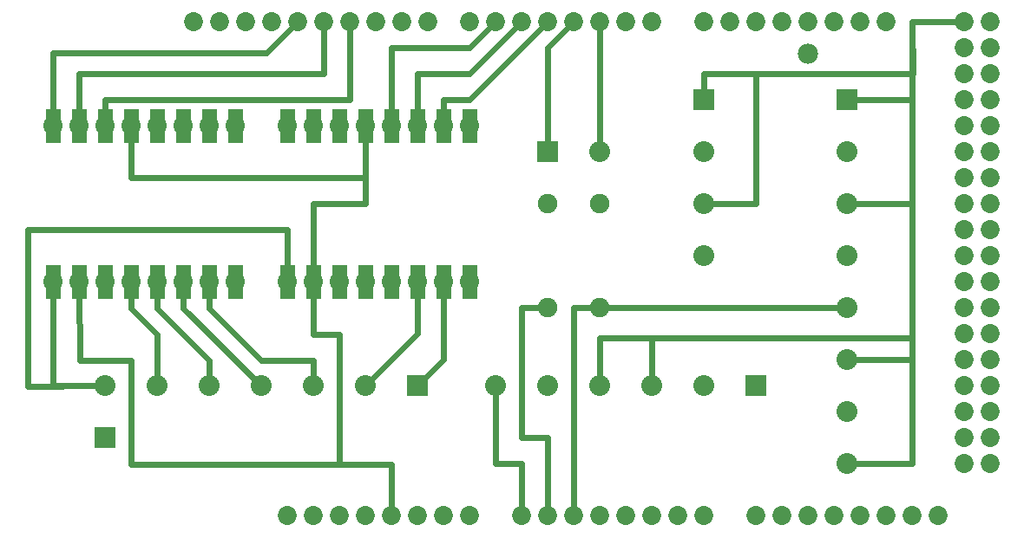
<source format=gtl>
G04 MADE WITH FRITZING*
G04 WWW.FRITZING.ORG*
G04 DOUBLE SIDED*
G04 HOLES PLATED*
G04 CONTOUR ON CENTER OF CONTOUR VECTOR*
%ASAXBY*%
%FSLAX23Y23*%
%MOIN*%
%OFA0B0*%
%SFA1.0B1.0*%
%ADD10C,0.072917*%
%ADD11C,0.080000*%
%ADD12C,0.075000*%
%ADD13C,0.074000*%
%ADD14C,0.078000*%
%ADD15R,0.079986X0.080000*%
%ADD16R,0.080000X0.080000*%
%ADD17R,0.080000X0.079986*%
%ADD18C,0.024000*%
%ADD19R,0.001000X0.001000*%
%LNCOPPER1*%
G90*
G70*
G54D10*
X3007Y105D03*
X1407Y105D03*
X3107Y105D03*
X3207Y105D03*
X3307Y105D03*
X3407Y105D03*
X3707Y1505D03*
X3507Y105D03*
X3607Y105D03*
X1447Y2005D03*
X2007Y105D03*
X2107Y105D03*
X2207Y105D03*
X2307Y105D03*
X3707Y705D03*
X2407Y105D03*
X2507Y105D03*
X2607Y105D03*
X2707Y105D03*
X2207Y2005D03*
X3707Y1905D03*
X3707Y1105D03*
X3707Y305D03*
X1047Y2005D03*
X1807Y105D03*
X1807Y2005D03*
X3707Y1705D03*
X3707Y1305D03*
X3707Y905D03*
X3407Y2005D03*
X3707Y505D03*
X3307Y2005D03*
X3207Y2005D03*
X3107Y2005D03*
X3007Y2005D03*
X2907Y2005D03*
X2807Y2005D03*
X2707Y2005D03*
X847Y2005D03*
X1247Y2005D03*
X1647Y2005D03*
X1207Y105D03*
X1607Y105D03*
X2407Y2005D03*
X2007Y2005D03*
X3707Y2005D03*
X3707Y1805D03*
X3707Y1605D03*
X3707Y1405D03*
X3707Y1205D03*
X3707Y1005D03*
X3707Y805D03*
X3707Y605D03*
X3707Y405D03*
X747Y2005D03*
X947Y2005D03*
X1147Y2005D03*
X1347Y2005D03*
X1547Y2005D03*
X1107Y105D03*
X1307Y105D03*
X1507Y105D03*
X1707Y105D03*
X2507Y2005D03*
X2307Y2005D03*
X2107Y2005D03*
X1907Y2005D03*
X3807Y2005D03*
X3807Y1905D03*
X3807Y1805D03*
X3807Y1705D03*
X3807Y1605D03*
X3807Y1505D03*
X3807Y1405D03*
X3807Y1305D03*
X3807Y1205D03*
X3807Y1105D03*
X3807Y1005D03*
X3807Y905D03*
X3807Y805D03*
X3807Y705D03*
X3807Y605D03*
X3807Y505D03*
X3807Y405D03*
X3807Y305D03*
X2907Y105D03*
G54D11*
X407Y405D03*
X407Y605D03*
G54D12*
X2307Y1305D03*
X2307Y905D03*
X2107Y905D03*
X2107Y1305D03*
G54D11*
X3257Y1705D03*
X3257Y1305D03*
X3257Y1505D03*
X3257Y1105D03*
X3257Y905D03*
X3257Y705D03*
X3257Y505D03*
X3257Y305D03*
X1607Y605D03*
X1407Y605D03*
X1207Y605D03*
X1007Y605D03*
X807Y605D03*
X607Y605D03*
X2907Y605D03*
X2707Y605D03*
X2507Y605D03*
X2307Y605D03*
X2107Y605D03*
X1907Y605D03*
G54D13*
X1807Y1005D03*
X1707Y1005D03*
X1607Y1005D03*
X1507Y1005D03*
X1407Y1005D03*
X1307Y1005D03*
X1207Y1005D03*
X1107Y1005D03*
X1107Y1605D03*
X1207Y1605D03*
X1307Y1605D03*
X1407Y1605D03*
X1507Y1605D03*
X1607Y1605D03*
X1707Y1605D03*
X1807Y1605D03*
G54D11*
X2707Y1505D03*
X2707Y1305D03*
X2707Y1105D03*
X2707Y1705D03*
X2107Y1505D03*
X2307Y1505D03*
G54D13*
X907Y1005D03*
X807Y1005D03*
X707Y1005D03*
X607Y1005D03*
X507Y1005D03*
X407Y1005D03*
X307Y1005D03*
X207Y1005D03*
X207Y1605D03*
X307Y1605D03*
X407Y1605D03*
X507Y1605D03*
X607Y1605D03*
X707Y1605D03*
X807Y1605D03*
X907Y1605D03*
G54D14*
X3107Y1882D03*
G54D15*
X407Y405D03*
G54D16*
X3257Y1705D03*
X1607Y605D03*
X2907Y605D03*
X2707Y1705D03*
G54D17*
X2107Y1505D03*
G54D18*
X3507Y705D02*
X3507Y1005D01*
D02*
X3277Y705D02*
X3507Y705D01*
D02*
X3507Y2005D02*
X3688Y2005D01*
D02*
X3507Y1005D02*
X3507Y2005D01*
D02*
X3688Y2005D02*
X3507Y2005D01*
D02*
X3507Y1905D02*
X3507Y305D01*
D02*
X3507Y1605D02*
X3507Y1905D01*
D02*
X3507Y2005D02*
X3507Y1605D01*
D02*
X3507Y305D02*
X3277Y305D01*
D02*
X3507Y1705D02*
X3277Y1705D01*
D02*
X3507Y2005D02*
X3507Y1705D01*
D02*
X3507Y1305D02*
X3277Y1305D01*
D02*
X3507Y1605D02*
X3507Y1305D01*
D02*
X608Y802D02*
X508Y902D01*
D02*
X508Y902D02*
X507Y985D01*
D02*
X607Y625D02*
X608Y802D01*
D02*
X808Y702D02*
X608Y902D01*
D02*
X608Y902D02*
X607Y985D01*
D02*
X807Y625D02*
X808Y702D01*
D02*
X708Y902D02*
X707Y985D01*
D02*
X992Y619D02*
X708Y902D01*
D02*
X1207Y702D02*
X1007Y702D01*
D02*
X808Y902D02*
X807Y985D01*
D02*
X1007Y702D02*
X808Y902D01*
D02*
X1207Y625D02*
X1207Y702D01*
D02*
X207Y605D02*
X387Y605D01*
D02*
X207Y985D02*
X207Y605D01*
D02*
X109Y603D02*
X109Y1207D01*
D02*
X1107Y1207D02*
X1107Y1025D01*
D02*
X387Y605D02*
X109Y603D01*
D02*
X109Y1207D02*
X1107Y1207D01*
D02*
X508Y303D02*
X1506Y303D01*
D02*
X508Y702D02*
X508Y303D01*
D02*
X1506Y303D02*
X1507Y124D01*
D02*
X309Y702D02*
X508Y702D01*
D02*
X307Y985D02*
X309Y702D01*
D02*
X1307Y802D02*
X1207Y802D01*
D02*
X1207Y802D02*
X1207Y985D01*
D02*
X1506Y303D02*
X1307Y303D01*
D02*
X1307Y303D02*
X1307Y802D01*
D02*
X3507Y705D02*
X3507Y790D01*
D02*
X2507Y790D02*
X2507Y625D01*
D02*
X3507Y790D02*
X2507Y790D01*
D02*
X2307Y790D02*
X2307Y625D01*
D02*
X2507Y790D02*
X2307Y790D01*
D02*
X2007Y305D02*
X1907Y305D01*
D02*
X2007Y124D02*
X2007Y305D01*
D02*
X1907Y305D02*
X1907Y585D01*
D02*
X3510Y1805D02*
X2707Y1805D01*
D02*
X3507Y2005D02*
X3510Y1805D01*
D02*
X2707Y1805D02*
X2707Y1725D01*
D02*
X2907Y1305D02*
X2727Y1305D01*
D02*
X2907Y1805D02*
X2907Y1305D01*
D02*
X2707Y1805D02*
X2907Y1805D01*
D02*
X2107Y1905D02*
X2107Y1525D01*
D02*
X2193Y1991D02*
X2107Y1905D01*
D02*
X2307Y1986D02*
X2307Y1525D01*
D02*
X1407Y1305D02*
X1407Y1585D01*
D02*
X1207Y1305D02*
X1407Y1305D01*
D02*
X1207Y1025D02*
X1207Y1305D01*
D02*
X507Y1405D02*
X507Y1585D01*
D02*
X1407Y1405D02*
X507Y1405D01*
D02*
X1407Y1585D02*
X1407Y1405D01*
D02*
X207Y1885D02*
X1027Y1885D01*
D02*
X1027Y1885D02*
X1133Y1991D01*
D02*
X207Y1625D02*
X207Y1885D01*
D02*
X1347Y1705D02*
X1207Y1705D01*
D02*
X407Y1705D02*
X407Y1625D01*
D02*
X1207Y1705D02*
X407Y1705D01*
D02*
X1347Y1986D02*
X1347Y1705D01*
D02*
X1607Y805D02*
X1421Y619D01*
D02*
X1607Y985D02*
X1607Y805D01*
D02*
X1707Y705D02*
X1621Y619D01*
D02*
X1707Y985D02*
X1707Y705D01*
D02*
X1807Y1705D02*
X2093Y1991D01*
D02*
X1707Y1705D02*
X1807Y1705D01*
D02*
X1707Y1625D02*
X1707Y1705D01*
D02*
X1807Y1805D02*
X1993Y1991D01*
D02*
X1607Y1805D02*
X1807Y1805D01*
D02*
X1607Y1625D02*
X1607Y1805D01*
D02*
X1807Y1905D02*
X1893Y1991D01*
D02*
X1507Y1905D02*
X1807Y1905D01*
D02*
X1507Y1625D02*
X1507Y1905D01*
D02*
X307Y1805D02*
X1247Y1805D01*
D02*
X1247Y1805D02*
X1247Y1986D01*
D02*
X307Y1625D02*
X307Y1805D01*
D02*
X2107Y405D02*
X2007Y405D01*
D02*
X2007Y405D02*
X2007Y905D01*
D02*
X2007Y905D02*
X2089Y905D01*
D02*
X2107Y124D02*
X2107Y405D01*
D02*
X2207Y905D02*
X2289Y905D01*
D02*
X2207Y124D02*
X2207Y905D01*
D02*
X2324Y905D02*
X3237Y905D01*
G54D19*
X179Y1670D02*
X235Y1670D01*
X279Y1670D02*
X335Y1670D01*
X379Y1670D02*
X435Y1670D01*
X479Y1670D02*
X535Y1670D01*
X579Y1670D02*
X635Y1670D01*
X679Y1670D02*
X735Y1670D01*
X779Y1670D02*
X835Y1670D01*
X879Y1670D02*
X935Y1670D01*
X1079Y1670D02*
X1135Y1670D01*
X1179Y1670D02*
X1235Y1670D01*
X1279Y1670D02*
X1335Y1670D01*
X1379Y1670D02*
X1435Y1670D01*
X1479Y1670D02*
X1535Y1670D01*
X1579Y1670D02*
X1635Y1670D01*
X1679Y1670D02*
X1735Y1670D01*
X1779Y1670D02*
X1835Y1670D01*
X179Y1669D02*
X235Y1669D01*
X279Y1669D02*
X335Y1669D01*
X379Y1669D02*
X435Y1669D01*
X479Y1669D02*
X535Y1669D01*
X579Y1669D02*
X635Y1669D01*
X679Y1669D02*
X735Y1669D01*
X779Y1669D02*
X835Y1669D01*
X879Y1669D02*
X935Y1669D01*
X1079Y1669D02*
X1135Y1669D01*
X1179Y1669D02*
X1235Y1669D01*
X1279Y1669D02*
X1335Y1669D01*
X1379Y1669D02*
X1435Y1669D01*
X1479Y1669D02*
X1535Y1669D01*
X1579Y1669D02*
X1635Y1669D01*
X1679Y1669D02*
X1735Y1669D01*
X1779Y1669D02*
X1835Y1669D01*
X179Y1668D02*
X235Y1668D01*
X279Y1668D02*
X335Y1668D01*
X379Y1668D02*
X435Y1668D01*
X479Y1668D02*
X535Y1668D01*
X579Y1668D02*
X635Y1668D01*
X679Y1668D02*
X735Y1668D01*
X779Y1668D02*
X835Y1668D01*
X879Y1668D02*
X935Y1668D01*
X1079Y1668D02*
X1135Y1668D01*
X1179Y1668D02*
X1235Y1668D01*
X1279Y1668D02*
X1335Y1668D01*
X1379Y1668D02*
X1435Y1668D01*
X1479Y1668D02*
X1535Y1668D01*
X1579Y1668D02*
X1635Y1668D01*
X1679Y1668D02*
X1735Y1668D01*
X1779Y1668D02*
X1835Y1668D01*
X179Y1667D02*
X235Y1667D01*
X279Y1667D02*
X335Y1667D01*
X379Y1667D02*
X435Y1667D01*
X479Y1667D02*
X535Y1667D01*
X579Y1667D02*
X635Y1667D01*
X679Y1667D02*
X735Y1667D01*
X779Y1667D02*
X835Y1667D01*
X879Y1667D02*
X935Y1667D01*
X1079Y1667D02*
X1135Y1667D01*
X1179Y1667D02*
X1235Y1667D01*
X1279Y1667D02*
X1335Y1667D01*
X1379Y1667D02*
X1435Y1667D01*
X1479Y1667D02*
X1535Y1667D01*
X1579Y1667D02*
X1635Y1667D01*
X1679Y1667D02*
X1735Y1667D01*
X1779Y1667D02*
X1835Y1667D01*
X179Y1666D02*
X235Y1666D01*
X279Y1666D02*
X335Y1666D01*
X379Y1666D02*
X435Y1666D01*
X479Y1666D02*
X535Y1666D01*
X579Y1666D02*
X635Y1666D01*
X679Y1666D02*
X735Y1666D01*
X779Y1666D02*
X835Y1666D01*
X879Y1666D02*
X935Y1666D01*
X1079Y1666D02*
X1135Y1666D01*
X1179Y1666D02*
X1235Y1666D01*
X1279Y1666D02*
X1335Y1666D01*
X1379Y1666D02*
X1435Y1666D01*
X1479Y1666D02*
X1535Y1666D01*
X1579Y1666D02*
X1635Y1666D01*
X1679Y1666D02*
X1735Y1666D01*
X1779Y1666D02*
X1835Y1666D01*
X179Y1665D02*
X235Y1665D01*
X279Y1665D02*
X335Y1665D01*
X379Y1665D02*
X435Y1665D01*
X479Y1665D02*
X535Y1665D01*
X579Y1665D02*
X635Y1665D01*
X679Y1665D02*
X735Y1665D01*
X779Y1665D02*
X835Y1665D01*
X879Y1665D02*
X935Y1665D01*
X1079Y1665D02*
X1135Y1665D01*
X1179Y1665D02*
X1235Y1665D01*
X1279Y1665D02*
X1335Y1665D01*
X1379Y1665D02*
X1435Y1665D01*
X1479Y1665D02*
X1535Y1665D01*
X1579Y1665D02*
X1635Y1665D01*
X1679Y1665D02*
X1735Y1665D01*
X1779Y1665D02*
X1835Y1665D01*
X179Y1664D02*
X235Y1664D01*
X279Y1664D02*
X335Y1664D01*
X379Y1664D02*
X435Y1664D01*
X479Y1664D02*
X535Y1664D01*
X579Y1664D02*
X635Y1664D01*
X679Y1664D02*
X735Y1664D01*
X779Y1664D02*
X835Y1664D01*
X879Y1664D02*
X935Y1664D01*
X1079Y1664D02*
X1135Y1664D01*
X1179Y1664D02*
X1235Y1664D01*
X1279Y1664D02*
X1335Y1664D01*
X1379Y1664D02*
X1435Y1664D01*
X1479Y1664D02*
X1535Y1664D01*
X1579Y1664D02*
X1635Y1664D01*
X1679Y1664D02*
X1735Y1664D01*
X1779Y1664D02*
X1835Y1664D01*
X179Y1663D02*
X235Y1663D01*
X279Y1663D02*
X335Y1663D01*
X379Y1663D02*
X435Y1663D01*
X479Y1663D02*
X535Y1663D01*
X579Y1663D02*
X635Y1663D01*
X679Y1663D02*
X735Y1663D01*
X779Y1663D02*
X835Y1663D01*
X879Y1663D02*
X935Y1663D01*
X1079Y1663D02*
X1135Y1663D01*
X1179Y1663D02*
X1235Y1663D01*
X1279Y1663D02*
X1335Y1663D01*
X1379Y1663D02*
X1435Y1663D01*
X1479Y1663D02*
X1535Y1663D01*
X1579Y1663D02*
X1635Y1663D01*
X1679Y1663D02*
X1735Y1663D01*
X1779Y1663D02*
X1835Y1663D01*
X179Y1662D02*
X235Y1662D01*
X279Y1662D02*
X335Y1662D01*
X379Y1662D02*
X435Y1662D01*
X479Y1662D02*
X535Y1662D01*
X579Y1662D02*
X635Y1662D01*
X679Y1662D02*
X735Y1662D01*
X779Y1662D02*
X835Y1662D01*
X879Y1662D02*
X935Y1662D01*
X1079Y1662D02*
X1135Y1662D01*
X1179Y1662D02*
X1235Y1662D01*
X1279Y1662D02*
X1335Y1662D01*
X1379Y1662D02*
X1435Y1662D01*
X1479Y1662D02*
X1535Y1662D01*
X1579Y1662D02*
X1635Y1662D01*
X1679Y1662D02*
X1735Y1662D01*
X1779Y1662D02*
X1835Y1662D01*
X179Y1661D02*
X235Y1661D01*
X279Y1661D02*
X335Y1661D01*
X379Y1661D02*
X435Y1661D01*
X479Y1661D02*
X535Y1661D01*
X579Y1661D02*
X635Y1661D01*
X679Y1661D02*
X735Y1661D01*
X779Y1661D02*
X835Y1661D01*
X879Y1661D02*
X935Y1661D01*
X1079Y1661D02*
X1135Y1661D01*
X1179Y1661D02*
X1235Y1661D01*
X1279Y1661D02*
X1335Y1661D01*
X1379Y1661D02*
X1435Y1661D01*
X1479Y1661D02*
X1535Y1661D01*
X1579Y1661D02*
X1635Y1661D01*
X1679Y1661D02*
X1735Y1661D01*
X1779Y1661D02*
X1835Y1661D01*
X179Y1660D02*
X235Y1660D01*
X279Y1660D02*
X335Y1660D01*
X379Y1660D02*
X435Y1660D01*
X479Y1660D02*
X535Y1660D01*
X579Y1660D02*
X635Y1660D01*
X679Y1660D02*
X735Y1660D01*
X779Y1660D02*
X835Y1660D01*
X879Y1660D02*
X935Y1660D01*
X1079Y1660D02*
X1135Y1660D01*
X1179Y1660D02*
X1235Y1660D01*
X1279Y1660D02*
X1335Y1660D01*
X1379Y1660D02*
X1435Y1660D01*
X1479Y1660D02*
X1535Y1660D01*
X1579Y1660D02*
X1635Y1660D01*
X1679Y1660D02*
X1735Y1660D01*
X1779Y1660D02*
X1835Y1660D01*
X179Y1659D02*
X235Y1659D01*
X279Y1659D02*
X335Y1659D01*
X379Y1659D02*
X435Y1659D01*
X479Y1659D02*
X535Y1659D01*
X579Y1659D02*
X635Y1659D01*
X679Y1659D02*
X735Y1659D01*
X779Y1659D02*
X835Y1659D01*
X879Y1659D02*
X935Y1659D01*
X1079Y1659D02*
X1135Y1659D01*
X1179Y1659D02*
X1235Y1659D01*
X1279Y1659D02*
X1335Y1659D01*
X1379Y1659D02*
X1435Y1659D01*
X1479Y1659D02*
X1535Y1659D01*
X1579Y1659D02*
X1635Y1659D01*
X1679Y1659D02*
X1735Y1659D01*
X1779Y1659D02*
X1835Y1659D01*
X179Y1658D02*
X235Y1658D01*
X279Y1658D02*
X335Y1658D01*
X379Y1658D02*
X435Y1658D01*
X479Y1658D02*
X535Y1658D01*
X579Y1658D02*
X635Y1658D01*
X679Y1658D02*
X735Y1658D01*
X779Y1658D02*
X835Y1658D01*
X879Y1658D02*
X935Y1658D01*
X1079Y1658D02*
X1135Y1658D01*
X1179Y1658D02*
X1235Y1658D01*
X1279Y1658D02*
X1335Y1658D01*
X1379Y1658D02*
X1435Y1658D01*
X1479Y1658D02*
X1535Y1658D01*
X1579Y1658D02*
X1635Y1658D01*
X1679Y1658D02*
X1735Y1658D01*
X1779Y1658D02*
X1835Y1658D01*
X179Y1657D02*
X235Y1657D01*
X279Y1657D02*
X335Y1657D01*
X379Y1657D02*
X435Y1657D01*
X479Y1657D02*
X535Y1657D01*
X579Y1657D02*
X635Y1657D01*
X679Y1657D02*
X735Y1657D01*
X779Y1657D02*
X835Y1657D01*
X879Y1657D02*
X935Y1657D01*
X1079Y1657D02*
X1135Y1657D01*
X1179Y1657D02*
X1235Y1657D01*
X1279Y1657D02*
X1335Y1657D01*
X1379Y1657D02*
X1435Y1657D01*
X1479Y1657D02*
X1535Y1657D01*
X1579Y1657D02*
X1635Y1657D01*
X1679Y1657D02*
X1735Y1657D01*
X1779Y1657D02*
X1835Y1657D01*
X179Y1656D02*
X235Y1656D01*
X279Y1656D02*
X335Y1656D01*
X379Y1656D02*
X435Y1656D01*
X479Y1656D02*
X535Y1656D01*
X579Y1656D02*
X635Y1656D01*
X679Y1656D02*
X735Y1656D01*
X779Y1656D02*
X835Y1656D01*
X879Y1656D02*
X935Y1656D01*
X1079Y1656D02*
X1135Y1656D01*
X1179Y1656D02*
X1235Y1656D01*
X1279Y1656D02*
X1335Y1656D01*
X1379Y1656D02*
X1435Y1656D01*
X1479Y1656D02*
X1535Y1656D01*
X1579Y1656D02*
X1635Y1656D01*
X1679Y1656D02*
X1735Y1656D01*
X1779Y1656D02*
X1835Y1656D01*
X179Y1655D02*
X235Y1655D01*
X279Y1655D02*
X335Y1655D01*
X379Y1655D02*
X435Y1655D01*
X479Y1655D02*
X535Y1655D01*
X579Y1655D02*
X635Y1655D01*
X679Y1655D02*
X735Y1655D01*
X779Y1655D02*
X835Y1655D01*
X879Y1655D02*
X935Y1655D01*
X1079Y1655D02*
X1135Y1655D01*
X1179Y1655D02*
X1235Y1655D01*
X1279Y1655D02*
X1335Y1655D01*
X1379Y1655D02*
X1435Y1655D01*
X1479Y1655D02*
X1535Y1655D01*
X1579Y1655D02*
X1635Y1655D01*
X1679Y1655D02*
X1735Y1655D01*
X1779Y1655D02*
X1835Y1655D01*
X179Y1654D02*
X235Y1654D01*
X279Y1654D02*
X335Y1654D01*
X379Y1654D02*
X435Y1654D01*
X479Y1654D02*
X535Y1654D01*
X579Y1654D02*
X635Y1654D01*
X679Y1654D02*
X735Y1654D01*
X779Y1654D02*
X835Y1654D01*
X879Y1654D02*
X935Y1654D01*
X1079Y1654D02*
X1135Y1654D01*
X1179Y1654D02*
X1235Y1654D01*
X1279Y1654D02*
X1335Y1654D01*
X1379Y1654D02*
X1435Y1654D01*
X1479Y1654D02*
X1535Y1654D01*
X1579Y1654D02*
X1635Y1654D01*
X1679Y1654D02*
X1735Y1654D01*
X1779Y1654D02*
X1835Y1654D01*
X179Y1653D02*
X235Y1653D01*
X279Y1653D02*
X335Y1653D01*
X379Y1653D02*
X435Y1653D01*
X479Y1653D02*
X535Y1653D01*
X579Y1653D02*
X635Y1653D01*
X679Y1653D02*
X735Y1653D01*
X779Y1653D02*
X835Y1653D01*
X879Y1653D02*
X935Y1653D01*
X1079Y1653D02*
X1135Y1653D01*
X1179Y1653D02*
X1235Y1653D01*
X1279Y1653D02*
X1335Y1653D01*
X1379Y1653D02*
X1435Y1653D01*
X1479Y1653D02*
X1535Y1653D01*
X1579Y1653D02*
X1635Y1653D01*
X1679Y1653D02*
X1735Y1653D01*
X1779Y1653D02*
X1835Y1653D01*
X179Y1652D02*
X235Y1652D01*
X279Y1652D02*
X335Y1652D01*
X379Y1652D02*
X435Y1652D01*
X479Y1652D02*
X535Y1652D01*
X579Y1652D02*
X635Y1652D01*
X679Y1652D02*
X735Y1652D01*
X779Y1652D02*
X835Y1652D01*
X879Y1652D02*
X935Y1652D01*
X1079Y1652D02*
X1135Y1652D01*
X1179Y1652D02*
X1235Y1652D01*
X1279Y1652D02*
X1335Y1652D01*
X1379Y1652D02*
X1435Y1652D01*
X1479Y1652D02*
X1535Y1652D01*
X1579Y1652D02*
X1635Y1652D01*
X1679Y1652D02*
X1735Y1652D01*
X1779Y1652D02*
X1835Y1652D01*
X179Y1651D02*
X235Y1651D01*
X279Y1651D02*
X335Y1651D01*
X379Y1651D02*
X435Y1651D01*
X479Y1651D02*
X535Y1651D01*
X579Y1651D02*
X635Y1651D01*
X679Y1651D02*
X735Y1651D01*
X779Y1651D02*
X835Y1651D01*
X879Y1651D02*
X935Y1651D01*
X1079Y1651D02*
X1135Y1651D01*
X1179Y1651D02*
X1235Y1651D01*
X1279Y1651D02*
X1335Y1651D01*
X1379Y1651D02*
X1435Y1651D01*
X1479Y1651D02*
X1535Y1651D01*
X1579Y1651D02*
X1635Y1651D01*
X1679Y1651D02*
X1735Y1651D01*
X1779Y1651D02*
X1835Y1651D01*
X179Y1650D02*
X235Y1650D01*
X279Y1650D02*
X335Y1650D01*
X379Y1650D02*
X435Y1650D01*
X479Y1650D02*
X535Y1650D01*
X579Y1650D02*
X635Y1650D01*
X679Y1650D02*
X735Y1650D01*
X779Y1650D02*
X835Y1650D01*
X879Y1650D02*
X935Y1650D01*
X1079Y1650D02*
X1135Y1650D01*
X1179Y1650D02*
X1235Y1650D01*
X1279Y1650D02*
X1335Y1650D01*
X1379Y1650D02*
X1435Y1650D01*
X1479Y1650D02*
X1535Y1650D01*
X1579Y1650D02*
X1635Y1650D01*
X1679Y1650D02*
X1735Y1650D01*
X1779Y1650D02*
X1835Y1650D01*
X179Y1649D02*
X235Y1649D01*
X279Y1649D02*
X335Y1649D01*
X379Y1649D02*
X435Y1649D01*
X479Y1649D02*
X535Y1649D01*
X579Y1649D02*
X635Y1649D01*
X679Y1649D02*
X735Y1649D01*
X779Y1649D02*
X835Y1649D01*
X879Y1649D02*
X935Y1649D01*
X1079Y1649D02*
X1135Y1649D01*
X1179Y1649D02*
X1235Y1649D01*
X1279Y1649D02*
X1335Y1649D01*
X1379Y1649D02*
X1435Y1649D01*
X1479Y1649D02*
X1535Y1649D01*
X1579Y1649D02*
X1635Y1649D01*
X1679Y1649D02*
X1735Y1649D01*
X1779Y1649D02*
X1835Y1649D01*
X179Y1648D02*
X235Y1648D01*
X279Y1648D02*
X335Y1648D01*
X379Y1648D02*
X435Y1648D01*
X479Y1648D02*
X535Y1648D01*
X579Y1648D02*
X635Y1648D01*
X679Y1648D02*
X735Y1648D01*
X779Y1648D02*
X835Y1648D01*
X879Y1648D02*
X935Y1648D01*
X1079Y1648D02*
X1135Y1648D01*
X1179Y1648D02*
X1235Y1648D01*
X1279Y1648D02*
X1335Y1648D01*
X1379Y1648D02*
X1435Y1648D01*
X1479Y1648D02*
X1535Y1648D01*
X1579Y1648D02*
X1635Y1648D01*
X1679Y1648D02*
X1735Y1648D01*
X1779Y1648D02*
X1835Y1648D01*
X179Y1647D02*
X235Y1647D01*
X279Y1647D02*
X335Y1647D01*
X379Y1647D02*
X435Y1647D01*
X479Y1647D02*
X535Y1647D01*
X579Y1647D02*
X635Y1647D01*
X679Y1647D02*
X735Y1647D01*
X779Y1647D02*
X835Y1647D01*
X879Y1647D02*
X935Y1647D01*
X1079Y1647D02*
X1135Y1647D01*
X1179Y1647D02*
X1235Y1647D01*
X1279Y1647D02*
X1335Y1647D01*
X1379Y1647D02*
X1435Y1647D01*
X1479Y1647D02*
X1535Y1647D01*
X1579Y1647D02*
X1635Y1647D01*
X1679Y1647D02*
X1735Y1647D01*
X1779Y1647D02*
X1835Y1647D01*
X179Y1646D02*
X235Y1646D01*
X279Y1646D02*
X335Y1646D01*
X379Y1646D02*
X435Y1646D01*
X479Y1646D02*
X535Y1646D01*
X579Y1646D02*
X635Y1646D01*
X679Y1646D02*
X735Y1646D01*
X779Y1646D02*
X835Y1646D01*
X879Y1646D02*
X935Y1646D01*
X1079Y1646D02*
X1135Y1646D01*
X1179Y1646D02*
X1235Y1646D01*
X1279Y1646D02*
X1335Y1646D01*
X1379Y1646D02*
X1435Y1646D01*
X1479Y1646D02*
X1535Y1646D01*
X1579Y1646D02*
X1635Y1646D01*
X1679Y1646D02*
X1735Y1646D01*
X1779Y1646D02*
X1835Y1646D01*
X179Y1645D02*
X235Y1645D01*
X279Y1645D02*
X335Y1645D01*
X379Y1645D02*
X435Y1645D01*
X479Y1645D02*
X535Y1645D01*
X579Y1645D02*
X635Y1645D01*
X679Y1645D02*
X735Y1645D01*
X779Y1645D02*
X835Y1645D01*
X879Y1645D02*
X935Y1645D01*
X1079Y1645D02*
X1135Y1645D01*
X1179Y1645D02*
X1235Y1645D01*
X1279Y1645D02*
X1335Y1645D01*
X1379Y1645D02*
X1435Y1645D01*
X1479Y1645D02*
X1535Y1645D01*
X1579Y1645D02*
X1635Y1645D01*
X1679Y1645D02*
X1735Y1645D01*
X1779Y1645D02*
X1835Y1645D01*
X179Y1644D02*
X235Y1644D01*
X279Y1644D02*
X335Y1644D01*
X379Y1644D02*
X435Y1644D01*
X479Y1644D02*
X535Y1644D01*
X579Y1644D02*
X635Y1644D01*
X679Y1644D02*
X735Y1644D01*
X779Y1644D02*
X835Y1644D01*
X879Y1644D02*
X935Y1644D01*
X1079Y1644D02*
X1135Y1644D01*
X1179Y1644D02*
X1235Y1644D01*
X1279Y1644D02*
X1335Y1644D01*
X1379Y1644D02*
X1435Y1644D01*
X1479Y1644D02*
X1535Y1644D01*
X1579Y1644D02*
X1635Y1644D01*
X1679Y1644D02*
X1735Y1644D01*
X1779Y1644D02*
X1835Y1644D01*
X179Y1643D02*
X235Y1643D01*
X279Y1643D02*
X335Y1643D01*
X379Y1643D02*
X435Y1643D01*
X479Y1643D02*
X535Y1643D01*
X579Y1643D02*
X635Y1643D01*
X679Y1643D02*
X735Y1643D01*
X779Y1643D02*
X835Y1643D01*
X879Y1643D02*
X935Y1643D01*
X1079Y1643D02*
X1135Y1643D01*
X1179Y1643D02*
X1235Y1643D01*
X1279Y1643D02*
X1335Y1643D01*
X1379Y1643D02*
X1435Y1643D01*
X1479Y1643D02*
X1535Y1643D01*
X1579Y1643D02*
X1635Y1643D01*
X1679Y1643D02*
X1735Y1643D01*
X1779Y1643D02*
X1835Y1643D01*
X179Y1642D02*
X235Y1642D01*
X279Y1642D02*
X335Y1642D01*
X379Y1642D02*
X435Y1642D01*
X479Y1642D02*
X535Y1642D01*
X579Y1642D02*
X635Y1642D01*
X679Y1642D02*
X735Y1642D01*
X779Y1642D02*
X835Y1642D01*
X879Y1642D02*
X935Y1642D01*
X1079Y1642D02*
X1135Y1642D01*
X1179Y1642D02*
X1235Y1642D01*
X1279Y1642D02*
X1335Y1642D01*
X1379Y1642D02*
X1435Y1642D01*
X1479Y1642D02*
X1535Y1642D01*
X1579Y1642D02*
X1635Y1642D01*
X1679Y1642D02*
X1735Y1642D01*
X1779Y1642D02*
X1835Y1642D01*
X179Y1641D02*
X235Y1641D01*
X279Y1641D02*
X335Y1641D01*
X379Y1641D02*
X435Y1641D01*
X479Y1641D02*
X535Y1641D01*
X579Y1641D02*
X635Y1641D01*
X679Y1641D02*
X735Y1641D01*
X779Y1641D02*
X835Y1641D01*
X879Y1641D02*
X935Y1641D01*
X1079Y1641D02*
X1135Y1641D01*
X1179Y1641D02*
X1235Y1641D01*
X1279Y1641D02*
X1335Y1641D01*
X1379Y1641D02*
X1435Y1641D01*
X1479Y1641D02*
X1535Y1641D01*
X1579Y1641D02*
X1635Y1641D01*
X1679Y1641D02*
X1735Y1641D01*
X1779Y1641D02*
X1835Y1641D01*
X179Y1640D02*
X235Y1640D01*
X279Y1640D02*
X335Y1640D01*
X379Y1640D02*
X435Y1640D01*
X479Y1640D02*
X535Y1640D01*
X579Y1640D02*
X635Y1640D01*
X679Y1640D02*
X735Y1640D01*
X779Y1640D02*
X835Y1640D01*
X879Y1640D02*
X935Y1640D01*
X1079Y1640D02*
X1135Y1640D01*
X1179Y1640D02*
X1235Y1640D01*
X1279Y1640D02*
X1335Y1640D01*
X1379Y1640D02*
X1435Y1640D01*
X1479Y1640D02*
X1535Y1640D01*
X1579Y1640D02*
X1635Y1640D01*
X1679Y1640D02*
X1735Y1640D01*
X1779Y1640D02*
X1835Y1640D01*
X179Y1639D02*
X235Y1639D01*
X279Y1639D02*
X335Y1639D01*
X379Y1639D02*
X435Y1639D01*
X479Y1639D02*
X535Y1639D01*
X579Y1639D02*
X635Y1639D01*
X679Y1639D02*
X735Y1639D01*
X779Y1639D02*
X835Y1639D01*
X879Y1639D02*
X935Y1639D01*
X1079Y1639D02*
X1135Y1639D01*
X1179Y1639D02*
X1235Y1639D01*
X1279Y1639D02*
X1335Y1639D01*
X1379Y1639D02*
X1435Y1639D01*
X1479Y1639D02*
X1535Y1639D01*
X1579Y1639D02*
X1635Y1639D01*
X1679Y1639D02*
X1735Y1639D01*
X1779Y1639D02*
X1835Y1639D01*
X179Y1638D02*
X235Y1638D01*
X279Y1638D02*
X335Y1638D01*
X379Y1638D02*
X435Y1638D01*
X479Y1638D02*
X535Y1638D01*
X579Y1638D02*
X635Y1638D01*
X679Y1638D02*
X735Y1638D01*
X779Y1638D02*
X835Y1638D01*
X879Y1638D02*
X935Y1638D01*
X1079Y1638D02*
X1135Y1638D01*
X1179Y1638D02*
X1235Y1638D01*
X1279Y1638D02*
X1335Y1638D01*
X1379Y1638D02*
X1435Y1638D01*
X1479Y1638D02*
X1535Y1638D01*
X1579Y1638D02*
X1635Y1638D01*
X1679Y1638D02*
X1735Y1638D01*
X1779Y1638D02*
X1835Y1638D01*
X179Y1637D02*
X235Y1637D01*
X279Y1637D02*
X335Y1637D01*
X379Y1637D02*
X435Y1637D01*
X479Y1637D02*
X535Y1637D01*
X579Y1637D02*
X635Y1637D01*
X679Y1637D02*
X735Y1637D01*
X779Y1637D02*
X835Y1637D01*
X879Y1637D02*
X935Y1637D01*
X1079Y1637D02*
X1135Y1637D01*
X1179Y1637D02*
X1235Y1637D01*
X1279Y1637D02*
X1335Y1637D01*
X1379Y1637D02*
X1435Y1637D01*
X1479Y1637D02*
X1535Y1637D01*
X1579Y1637D02*
X1635Y1637D01*
X1679Y1637D02*
X1735Y1637D01*
X1779Y1637D02*
X1835Y1637D01*
X179Y1636D02*
X235Y1636D01*
X279Y1636D02*
X335Y1636D01*
X379Y1636D02*
X435Y1636D01*
X479Y1636D02*
X535Y1636D01*
X579Y1636D02*
X635Y1636D01*
X679Y1636D02*
X735Y1636D01*
X779Y1636D02*
X835Y1636D01*
X879Y1636D02*
X935Y1636D01*
X1079Y1636D02*
X1135Y1636D01*
X1179Y1636D02*
X1235Y1636D01*
X1279Y1636D02*
X1335Y1636D01*
X1379Y1636D02*
X1435Y1636D01*
X1479Y1636D02*
X1535Y1636D01*
X1579Y1636D02*
X1635Y1636D01*
X1679Y1636D02*
X1735Y1636D01*
X1779Y1636D02*
X1835Y1636D01*
X179Y1635D02*
X235Y1635D01*
X279Y1635D02*
X335Y1635D01*
X379Y1635D02*
X435Y1635D01*
X479Y1635D02*
X535Y1635D01*
X579Y1635D02*
X635Y1635D01*
X679Y1635D02*
X735Y1635D01*
X779Y1635D02*
X835Y1635D01*
X879Y1635D02*
X935Y1635D01*
X1079Y1635D02*
X1135Y1635D01*
X1179Y1635D02*
X1235Y1635D01*
X1279Y1635D02*
X1335Y1635D01*
X1379Y1635D02*
X1435Y1635D01*
X1479Y1635D02*
X1535Y1635D01*
X1579Y1635D02*
X1635Y1635D01*
X1679Y1635D02*
X1735Y1635D01*
X1779Y1635D02*
X1835Y1635D01*
X179Y1634D02*
X235Y1634D01*
X279Y1634D02*
X335Y1634D01*
X379Y1634D02*
X435Y1634D01*
X479Y1634D02*
X535Y1634D01*
X579Y1634D02*
X635Y1634D01*
X679Y1634D02*
X735Y1634D01*
X779Y1634D02*
X835Y1634D01*
X879Y1634D02*
X935Y1634D01*
X1079Y1634D02*
X1135Y1634D01*
X1179Y1634D02*
X1235Y1634D01*
X1279Y1634D02*
X1335Y1634D01*
X1379Y1634D02*
X1435Y1634D01*
X1479Y1634D02*
X1535Y1634D01*
X1579Y1634D02*
X1635Y1634D01*
X1679Y1634D02*
X1735Y1634D01*
X1779Y1634D02*
X1835Y1634D01*
X179Y1633D02*
X200Y1633D01*
X214Y1633D02*
X235Y1633D01*
X279Y1633D02*
X300Y1633D01*
X314Y1633D02*
X335Y1633D01*
X379Y1633D02*
X400Y1633D01*
X414Y1633D02*
X435Y1633D01*
X479Y1633D02*
X500Y1633D01*
X514Y1633D02*
X535Y1633D01*
X579Y1633D02*
X600Y1633D01*
X614Y1633D02*
X635Y1633D01*
X679Y1633D02*
X700Y1633D01*
X714Y1633D02*
X735Y1633D01*
X779Y1633D02*
X800Y1633D01*
X814Y1633D02*
X835Y1633D01*
X879Y1633D02*
X900Y1633D01*
X914Y1633D02*
X935Y1633D01*
X1079Y1633D02*
X1100Y1633D01*
X1114Y1633D02*
X1135Y1633D01*
X1179Y1633D02*
X1200Y1633D01*
X1214Y1633D02*
X1235Y1633D01*
X1279Y1633D02*
X1300Y1633D01*
X1314Y1633D02*
X1335Y1633D01*
X1379Y1633D02*
X1400Y1633D01*
X1414Y1633D02*
X1435Y1633D01*
X1479Y1633D02*
X1500Y1633D01*
X1514Y1633D02*
X1535Y1633D01*
X1579Y1633D02*
X1600Y1633D01*
X1614Y1633D02*
X1635Y1633D01*
X1679Y1633D02*
X1700Y1633D01*
X1714Y1633D02*
X1735Y1633D01*
X1779Y1633D02*
X1800Y1633D01*
X1814Y1633D02*
X1835Y1633D01*
X179Y1632D02*
X197Y1632D01*
X217Y1632D02*
X235Y1632D01*
X279Y1632D02*
X297Y1632D01*
X317Y1632D02*
X335Y1632D01*
X379Y1632D02*
X397Y1632D01*
X417Y1632D02*
X435Y1632D01*
X479Y1632D02*
X497Y1632D01*
X517Y1632D02*
X535Y1632D01*
X579Y1632D02*
X597Y1632D01*
X617Y1632D02*
X635Y1632D01*
X679Y1632D02*
X697Y1632D01*
X717Y1632D02*
X735Y1632D01*
X779Y1632D02*
X797Y1632D01*
X817Y1632D02*
X835Y1632D01*
X879Y1632D02*
X897Y1632D01*
X917Y1632D02*
X935Y1632D01*
X1079Y1632D02*
X1097Y1632D01*
X1117Y1632D02*
X1135Y1632D01*
X1179Y1632D02*
X1197Y1632D01*
X1217Y1632D02*
X1235Y1632D01*
X1279Y1632D02*
X1297Y1632D01*
X1317Y1632D02*
X1335Y1632D01*
X1379Y1632D02*
X1397Y1632D01*
X1417Y1632D02*
X1435Y1632D01*
X1479Y1632D02*
X1497Y1632D01*
X1517Y1632D02*
X1535Y1632D01*
X1579Y1632D02*
X1597Y1632D01*
X1617Y1632D02*
X1635Y1632D01*
X1679Y1632D02*
X1697Y1632D01*
X1717Y1632D02*
X1735Y1632D01*
X1779Y1632D02*
X1797Y1632D01*
X1817Y1632D02*
X1835Y1632D01*
X179Y1631D02*
X195Y1631D01*
X220Y1631D02*
X235Y1631D01*
X279Y1631D02*
X294Y1631D01*
X320Y1631D02*
X335Y1631D01*
X379Y1631D02*
X394Y1631D01*
X420Y1631D02*
X435Y1631D01*
X479Y1631D02*
X494Y1631D01*
X520Y1631D02*
X535Y1631D01*
X579Y1631D02*
X594Y1631D01*
X620Y1631D02*
X635Y1631D01*
X679Y1631D02*
X694Y1631D01*
X720Y1631D02*
X735Y1631D01*
X779Y1631D02*
X794Y1631D01*
X820Y1631D02*
X835Y1631D01*
X879Y1631D02*
X894Y1631D01*
X920Y1631D02*
X935Y1631D01*
X1079Y1631D02*
X1094Y1631D01*
X1119Y1631D02*
X1135Y1631D01*
X1179Y1631D02*
X1194Y1631D01*
X1219Y1631D02*
X1235Y1631D01*
X1279Y1631D02*
X1294Y1631D01*
X1319Y1631D02*
X1335Y1631D01*
X1379Y1631D02*
X1394Y1631D01*
X1419Y1631D02*
X1435Y1631D01*
X1479Y1631D02*
X1494Y1631D01*
X1519Y1631D02*
X1535Y1631D01*
X1579Y1631D02*
X1594Y1631D01*
X1619Y1631D02*
X1635Y1631D01*
X1679Y1631D02*
X1694Y1631D01*
X1719Y1631D02*
X1735Y1631D01*
X1779Y1631D02*
X1794Y1631D01*
X1819Y1631D02*
X1835Y1631D01*
X179Y1630D02*
X193Y1630D01*
X222Y1630D02*
X235Y1630D01*
X279Y1630D02*
X293Y1630D01*
X322Y1630D02*
X335Y1630D01*
X379Y1630D02*
X393Y1630D01*
X422Y1630D02*
X435Y1630D01*
X479Y1630D02*
X492Y1630D01*
X522Y1630D02*
X535Y1630D01*
X579Y1630D02*
X592Y1630D01*
X622Y1630D02*
X635Y1630D01*
X679Y1630D02*
X692Y1630D01*
X722Y1630D02*
X735Y1630D01*
X779Y1630D02*
X792Y1630D01*
X822Y1630D02*
X835Y1630D01*
X879Y1630D02*
X892Y1630D01*
X921Y1630D02*
X935Y1630D01*
X1079Y1630D02*
X1092Y1630D01*
X1121Y1630D02*
X1135Y1630D01*
X1179Y1630D02*
X1192Y1630D01*
X1221Y1630D02*
X1235Y1630D01*
X1279Y1630D02*
X1292Y1630D01*
X1321Y1630D02*
X1335Y1630D01*
X1379Y1630D02*
X1392Y1630D01*
X1421Y1630D02*
X1435Y1630D01*
X1479Y1630D02*
X1492Y1630D01*
X1521Y1630D02*
X1535Y1630D01*
X1579Y1630D02*
X1592Y1630D01*
X1621Y1630D02*
X1635Y1630D01*
X1679Y1630D02*
X1692Y1630D01*
X1721Y1630D02*
X1735Y1630D01*
X1779Y1630D02*
X1792Y1630D01*
X1821Y1630D02*
X1835Y1630D01*
X179Y1629D02*
X191Y1629D01*
X223Y1629D02*
X235Y1629D01*
X279Y1629D02*
X291Y1629D01*
X323Y1629D02*
X335Y1629D01*
X379Y1629D02*
X391Y1629D01*
X423Y1629D02*
X435Y1629D01*
X479Y1629D02*
X491Y1629D01*
X523Y1629D02*
X535Y1629D01*
X579Y1629D02*
X591Y1629D01*
X623Y1629D02*
X635Y1629D01*
X679Y1629D02*
X691Y1629D01*
X723Y1629D02*
X735Y1629D01*
X779Y1629D02*
X791Y1629D01*
X823Y1629D02*
X835Y1629D01*
X879Y1629D02*
X891Y1629D01*
X923Y1629D02*
X935Y1629D01*
X1079Y1629D02*
X1091Y1629D01*
X1123Y1629D02*
X1135Y1629D01*
X1179Y1629D02*
X1191Y1629D01*
X1223Y1629D02*
X1235Y1629D01*
X1279Y1629D02*
X1291Y1629D01*
X1323Y1629D02*
X1335Y1629D01*
X1379Y1629D02*
X1391Y1629D01*
X1423Y1629D02*
X1435Y1629D01*
X1479Y1629D02*
X1491Y1629D01*
X1523Y1629D02*
X1535Y1629D01*
X1579Y1629D02*
X1591Y1629D01*
X1623Y1629D02*
X1635Y1629D01*
X1679Y1629D02*
X1691Y1629D01*
X1723Y1629D02*
X1735Y1629D01*
X1779Y1629D02*
X1791Y1629D01*
X1823Y1629D02*
X1835Y1629D01*
X179Y1628D02*
X190Y1628D01*
X225Y1628D02*
X235Y1628D01*
X279Y1628D02*
X290Y1628D01*
X325Y1628D02*
X335Y1628D01*
X379Y1628D02*
X390Y1628D01*
X425Y1628D02*
X435Y1628D01*
X479Y1628D02*
X490Y1628D01*
X525Y1628D02*
X535Y1628D01*
X579Y1628D02*
X590Y1628D01*
X624Y1628D02*
X635Y1628D01*
X679Y1628D02*
X690Y1628D01*
X724Y1628D02*
X735Y1628D01*
X779Y1628D02*
X789Y1628D01*
X824Y1628D02*
X835Y1628D01*
X879Y1628D02*
X889Y1628D01*
X924Y1628D02*
X935Y1628D01*
X1079Y1628D02*
X1089Y1628D01*
X1124Y1628D02*
X1135Y1628D01*
X1179Y1628D02*
X1189Y1628D01*
X1224Y1628D02*
X1235Y1628D01*
X1279Y1628D02*
X1289Y1628D01*
X1324Y1628D02*
X1335Y1628D01*
X1379Y1628D02*
X1389Y1628D01*
X1424Y1628D02*
X1435Y1628D01*
X1479Y1628D02*
X1489Y1628D01*
X1524Y1628D02*
X1535Y1628D01*
X1579Y1628D02*
X1589Y1628D01*
X1624Y1628D02*
X1635Y1628D01*
X1679Y1628D02*
X1689Y1628D01*
X1724Y1628D02*
X1735Y1628D01*
X1779Y1628D02*
X1789Y1628D01*
X1824Y1628D02*
X1835Y1628D01*
X179Y1627D02*
X188Y1627D01*
X226Y1627D02*
X235Y1627D01*
X279Y1627D02*
X288Y1627D01*
X326Y1627D02*
X335Y1627D01*
X379Y1627D02*
X388Y1627D01*
X426Y1627D02*
X435Y1627D01*
X479Y1627D02*
X488Y1627D01*
X526Y1627D02*
X535Y1627D01*
X579Y1627D02*
X588Y1627D01*
X626Y1627D02*
X635Y1627D01*
X679Y1627D02*
X688Y1627D01*
X726Y1627D02*
X735Y1627D01*
X779Y1627D02*
X788Y1627D01*
X826Y1627D02*
X835Y1627D01*
X879Y1627D02*
X888Y1627D01*
X926Y1627D02*
X935Y1627D01*
X1079Y1627D02*
X1088Y1627D01*
X1126Y1627D02*
X1135Y1627D01*
X1179Y1627D02*
X1188Y1627D01*
X1226Y1627D02*
X1235Y1627D01*
X1279Y1627D02*
X1288Y1627D01*
X1326Y1627D02*
X1335Y1627D01*
X1379Y1627D02*
X1388Y1627D01*
X1426Y1627D02*
X1435Y1627D01*
X1479Y1627D02*
X1488Y1627D01*
X1525Y1627D02*
X1535Y1627D01*
X1579Y1627D02*
X1588Y1627D01*
X1625Y1627D02*
X1635Y1627D01*
X1679Y1627D02*
X1688Y1627D01*
X1725Y1627D02*
X1735Y1627D01*
X1779Y1627D02*
X1788Y1627D01*
X1825Y1627D02*
X1835Y1627D01*
X179Y1626D02*
X187Y1626D01*
X227Y1626D02*
X235Y1626D01*
X279Y1626D02*
X287Y1626D01*
X327Y1626D02*
X335Y1626D01*
X379Y1626D02*
X387Y1626D01*
X427Y1626D02*
X435Y1626D01*
X479Y1626D02*
X487Y1626D01*
X527Y1626D02*
X535Y1626D01*
X579Y1626D02*
X587Y1626D01*
X627Y1626D02*
X635Y1626D01*
X679Y1626D02*
X687Y1626D01*
X727Y1626D02*
X735Y1626D01*
X779Y1626D02*
X787Y1626D01*
X827Y1626D02*
X835Y1626D01*
X879Y1626D02*
X887Y1626D01*
X927Y1626D02*
X935Y1626D01*
X1079Y1626D02*
X1087Y1626D01*
X1127Y1626D02*
X1135Y1626D01*
X1179Y1626D02*
X1187Y1626D01*
X1227Y1626D02*
X1235Y1626D01*
X1279Y1626D02*
X1287Y1626D01*
X1327Y1626D02*
X1335Y1626D01*
X1379Y1626D02*
X1387Y1626D01*
X1427Y1626D02*
X1435Y1626D01*
X1479Y1626D02*
X1487Y1626D01*
X1527Y1626D02*
X1535Y1626D01*
X1579Y1626D02*
X1587Y1626D01*
X1627Y1626D02*
X1635Y1626D01*
X1679Y1626D02*
X1687Y1626D01*
X1727Y1626D02*
X1735Y1626D01*
X1779Y1626D02*
X1787Y1626D01*
X1827Y1626D02*
X1835Y1626D01*
X179Y1625D02*
X186Y1625D01*
X228Y1625D02*
X235Y1625D01*
X279Y1625D02*
X286Y1625D01*
X328Y1625D02*
X335Y1625D01*
X379Y1625D02*
X386Y1625D01*
X428Y1625D02*
X435Y1625D01*
X479Y1625D02*
X486Y1625D01*
X528Y1625D02*
X535Y1625D01*
X579Y1625D02*
X586Y1625D01*
X628Y1625D02*
X635Y1625D01*
X679Y1625D02*
X686Y1625D01*
X728Y1625D02*
X735Y1625D01*
X779Y1625D02*
X786Y1625D01*
X828Y1625D02*
X835Y1625D01*
X879Y1625D02*
X886Y1625D01*
X928Y1625D02*
X935Y1625D01*
X1079Y1625D02*
X1086Y1625D01*
X1128Y1625D02*
X1135Y1625D01*
X1179Y1625D02*
X1186Y1625D01*
X1228Y1625D02*
X1235Y1625D01*
X1279Y1625D02*
X1286Y1625D01*
X1328Y1625D02*
X1335Y1625D01*
X1379Y1625D02*
X1386Y1625D01*
X1428Y1625D02*
X1435Y1625D01*
X1479Y1625D02*
X1486Y1625D01*
X1528Y1625D02*
X1535Y1625D01*
X1579Y1625D02*
X1586Y1625D01*
X1628Y1625D02*
X1635Y1625D01*
X1679Y1625D02*
X1686Y1625D01*
X1728Y1625D02*
X1735Y1625D01*
X1779Y1625D02*
X1786Y1625D01*
X1828Y1625D02*
X1835Y1625D01*
X179Y1624D02*
X185Y1624D01*
X229Y1624D02*
X235Y1624D01*
X279Y1624D02*
X285Y1624D01*
X329Y1624D02*
X335Y1624D01*
X379Y1624D02*
X385Y1624D01*
X429Y1624D02*
X435Y1624D01*
X479Y1624D02*
X485Y1624D01*
X529Y1624D02*
X535Y1624D01*
X579Y1624D02*
X585Y1624D01*
X629Y1624D02*
X635Y1624D01*
X679Y1624D02*
X685Y1624D01*
X729Y1624D02*
X735Y1624D01*
X779Y1624D02*
X785Y1624D01*
X829Y1624D02*
X835Y1624D01*
X879Y1624D02*
X885Y1624D01*
X929Y1624D02*
X935Y1624D01*
X1079Y1624D02*
X1085Y1624D01*
X1129Y1624D02*
X1135Y1624D01*
X1179Y1624D02*
X1185Y1624D01*
X1229Y1624D02*
X1235Y1624D01*
X1279Y1624D02*
X1285Y1624D01*
X1329Y1624D02*
X1335Y1624D01*
X1379Y1624D02*
X1385Y1624D01*
X1429Y1624D02*
X1435Y1624D01*
X1479Y1624D02*
X1485Y1624D01*
X1529Y1624D02*
X1535Y1624D01*
X1579Y1624D02*
X1585Y1624D01*
X1629Y1624D02*
X1635Y1624D01*
X1679Y1624D02*
X1685Y1624D01*
X1729Y1624D02*
X1735Y1624D01*
X1779Y1624D02*
X1785Y1624D01*
X1829Y1624D02*
X1835Y1624D01*
X179Y1623D02*
X185Y1623D01*
X230Y1623D02*
X235Y1623D01*
X279Y1623D02*
X284Y1623D01*
X330Y1623D02*
X335Y1623D01*
X379Y1623D02*
X384Y1623D01*
X430Y1623D02*
X435Y1623D01*
X479Y1623D02*
X484Y1623D01*
X530Y1623D02*
X535Y1623D01*
X579Y1623D02*
X584Y1623D01*
X630Y1623D02*
X635Y1623D01*
X679Y1623D02*
X684Y1623D01*
X730Y1623D02*
X735Y1623D01*
X779Y1623D02*
X784Y1623D01*
X830Y1623D02*
X835Y1623D01*
X879Y1623D02*
X884Y1623D01*
X930Y1623D02*
X935Y1623D01*
X1079Y1623D02*
X1084Y1623D01*
X1130Y1623D02*
X1135Y1623D01*
X1179Y1623D02*
X1184Y1623D01*
X1229Y1623D02*
X1235Y1623D01*
X1279Y1623D02*
X1284Y1623D01*
X1329Y1623D02*
X1335Y1623D01*
X1379Y1623D02*
X1384Y1623D01*
X1429Y1623D02*
X1435Y1623D01*
X1479Y1623D02*
X1484Y1623D01*
X1529Y1623D02*
X1535Y1623D01*
X1579Y1623D02*
X1584Y1623D01*
X1629Y1623D02*
X1635Y1623D01*
X1679Y1623D02*
X1684Y1623D01*
X1729Y1623D02*
X1735Y1623D01*
X1779Y1623D02*
X1784Y1623D01*
X1829Y1623D02*
X1835Y1623D01*
X179Y1622D02*
X184Y1622D01*
X231Y1622D02*
X235Y1622D01*
X279Y1622D02*
X284Y1622D01*
X331Y1622D02*
X335Y1622D01*
X379Y1622D02*
X384Y1622D01*
X430Y1622D02*
X435Y1622D01*
X479Y1622D02*
X484Y1622D01*
X530Y1622D02*
X535Y1622D01*
X579Y1622D02*
X584Y1622D01*
X630Y1622D02*
X635Y1622D01*
X679Y1622D02*
X684Y1622D01*
X730Y1622D02*
X735Y1622D01*
X779Y1622D02*
X784Y1622D01*
X830Y1622D02*
X835Y1622D01*
X879Y1622D02*
X884Y1622D01*
X930Y1622D02*
X935Y1622D01*
X1079Y1622D02*
X1083Y1622D01*
X1130Y1622D02*
X1135Y1622D01*
X1179Y1622D02*
X1183Y1622D01*
X1230Y1622D02*
X1235Y1622D01*
X1279Y1622D02*
X1283Y1622D01*
X1330Y1622D02*
X1335Y1622D01*
X1379Y1622D02*
X1383Y1622D01*
X1430Y1622D02*
X1435Y1622D01*
X1479Y1622D02*
X1483Y1622D01*
X1530Y1622D02*
X1535Y1622D01*
X1579Y1622D02*
X1583Y1622D01*
X1630Y1622D02*
X1635Y1622D01*
X1679Y1622D02*
X1683Y1622D01*
X1730Y1622D02*
X1735Y1622D01*
X1779Y1622D02*
X1783Y1622D01*
X1830Y1622D02*
X1835Y1622D01*
X179Y1621D02*
X183Y1621D01*
X231Y1621D02*
X235Y1621D01*
X279Y1621D02*
X283Y1621D01*
X331Y1621D02*
X335Y1621D01*
X379Y1621D02*
X383Y1621D01*
X431Y1621D02*
X435Y1621D01*
X479Y1621D02*
X483Y1621D01*
X531Y1621D02*
X535Y1621D01*
X579Y1621D02*
X583Y1621D01*
X631Y1621D02*
X635Y1621D01*
X679Y1621D02*
X683Y1621D01*
X731Y1621D02*
X735Y1621D01*
X779Y1621D02*
X783Y1621D01*
X831Y1621D02*
X835Y1621D01*
X879Y1621D02*
X883Y1621D01*
X931Y1621D02*
X935Y1621D01*
X1079Y1621D02*
X1083Y1621D01*
X1131Y1621D02*
X1135Y1621D01*
X1179Y1621D02*
X1183Y1621D01*
X1231Y1621D02*
X1235Y1621D01*
X1279Y1621D02*
X1283Y1621D01*
X1331Y1621D02*
X1335Y1621D01*
X1379Y1621D02*
X1383Y1621D01*
X1431Y1621D02*
X1435Y1621D01*
X1479Y1621D02*
X1483Y1621D01*
X1531Y1621D02*
X1535Y1621D01*
X1579Y1621D02*
X1583Y1621D01*
X1631Y1621D02*
X1635Y1621D01*
X1679Y1621D02*
X1683Y1621D01*
X1731Y1621D02*
X1735Y1621D01*
X1779Y1621D02*
X1783Y1621D01*
X1831Y1621D02*
X1835Y1621D01*
X179Y1620D02*
X182Y1620D01*
X232Y1620D02*
X235Y1620D01*
X279Y1620D02*
X282Y1620D01*
X332Y1620D02*
X335Y1620D01*
X379Y1620D02*
X382Y1620D01*
X432Y1620D02*
X435Y1620D01*
X479Y1620D02*
X482Y1620D01*
X532Y1620D02*
X535Y1620D01*
X579Y1620D02*
X582Y1620D01*
X632Y1620D02*
X635Y1620D01*
X679Y1620D02*
X682Y1620D01*
X732Y1620D02*
X735Y1620D01*
X779Y1620D02*
X782Y1620D01*
X832Y1620D02*
X835Y1620D01*
X879Y1620D02*
X882Y1620D01*
X932Y1620D02*
X935Y1620D01*
X1079Y1620D02*
X1082Y1620D01*
X1132Y1620D02*
X1135Y1620D01*
X1179Y1620D02*
X1182Y1620D01*
X1232Y1620D02*
X1235Y1620D01*
X1279Y1620D02*
X1282Y1620D01*
X1332Y1620D02*
X1335Y1620D01*
X1379Y1620D02*
X1382Y1620D01*
X1432Y1620D02*
X1435Y1620D01*
X1479Y1620D02*
X1482Y1620D01*
X1532Y1620D02*
X1535Y1620D01*
X1579Y1620D02*
X1582Y1620D01*
X1632Y1620D02*
X1635Y1620D01*
X1679Y1620D02*
X1682Y1620D01*
X1732Y1620D02*
X1735Y1620D01*
X1779Y1620D02*
X1782Y1620D01*
X1832Y1620D02*
X1835Y1620D01*
X179Y1619D02*
X182Y1619D01*
X233Y1619D02*
X235Y1619D01*
X279Y1619D02*
X282Y1619D01*
X333Y1619D02*
X335Y1619D01*
X379Y1619D02*
X382Y1619D01*
X432Y1619D02*
X435Y1619D01*
X479Y1619D02*
X482Y1619D01*
X532Y1619D02*
X535Y1619D01*
X579Y1619D02*
X582Y1619D01*
X632Y1619D02*
X635Y1619D01*
X679Y1619D02*
X682Y1619D01*
X732Y1619D02*
X735Y1619D01*
X779Y1619D02*
X782Y1619D01*
X832Y1619D02*
X835Y1619D01*
X879Y1619D02*
X882Y1619D01*
X932Y1619D02*
X935Y1619D01*
X1079Y1619D02*
X1081Y1619D01*
X1132Y1619D02*
X1135Y1619D01*
X1179Y1619D02*
X1181Y1619D01*
X1232Y1619D02*
X1235Y1619D01*
X1279Y1619D02*
X1281Y1619D01*
X1332Y1619D02*
X1335Y1619D01*
X1379Y1619D02*
X1381Y1619D01*
X1432Y1619D02*
X1435Y1619D01*
X1479Y1619D02*
X1481Y1619D01*
X1532Y1619D02*
X1535Y1619D01*
X1579Y1619D02*
X1581Y1619D01*
X1632Y1619D02*
X1635Y1619D01*
X1679Y1619D02*
X1681Y1619D01*
X1732Y1619D02*
X1735Y1619D01*
X1779Y1619D02*
X1781Y1619D01*
X1832Y1619D02*
X1835Y1619D01*
X179Y1618D02*
X181Y1618D01*
X233Y1618D02*
X235Y1618D01*
X279Y1618D02*
X281Y1618D01*
X333Y1618D02*
X335Y1618D01*
X379Y1618D02*
X381Y1618D01*
X433Y1618D02*
X435Y1618D01*
X479Y1618D02*
X481Y1618D01*
X533Y1618D02*
X535Y1618D01*
X579Y1618D02*
X581Y1618D01*
X633Y1618D02*
X635Y1618D01*
X679Y1618D02*
X681Y1618D01*
X733Y1618D02*
X735Y1618D01*
X779Y1618D02*
X781Y1618D01*
X833Y1618D02*
X835Y1618D01*
X879Y1618D02*
X881Y1618D01*
X933Y1618D02*
X935Y1618D01*
X1079Y1618D02*
X1081Y1618D01*
X1133Y1618D02*
X1135Y1618D01*
X1179Y1618D02*
X1181Y1618D01*
X1233Y1618D02*
X1235Y1618D01*
X1279Y1618D02*
X1281Y1618D01*
X1333Y1618D02*
X1335Y1618D01*
X1379Y1618D02*
X1381Y1618D01*
X1433Y1618D02*
X1435Y1618D01*
X1479Y1618D02*
X1481Y1618D01*
X1533Y1618D02*
X1535Y1618D01*
X1579Y1618D02*
X1581Y1618D01*
X1633Y1618D02*
X1635Y1618D01*
X1679Y1618D02*
X1681Y1618D01*
X1733Y1618D02*
X1735Y1618D01*
X1779Y1618D02*
X1781Y1618D01*
X1833Y1618D02*
X1835Y1618D01*
X179Y1617D02*
X181Y1617D01*
X234Y1617D02*
X235Y1617D01*
X279Y1617D02*
X281Y1617D01*
X334Y1617D02*
X335Y1617D01*
X379Y1617D02*
X381Y1617D01*
X433Y1617D02*
X435Y1617D01*
X479Y1617D02*
X481Y1617D01*
X533Y1617D02*
X535Y1617D01*
X579Y1617D02*
X581Y1617D01*
X633Y1617D02*
X635Y1617D01*
X679Y1617D02*
X681Y1617D01*
X733Y1617D02*
X735Y1617D01*
X779Y1617D02*
X781Y1617D01*
X833Y1617D02*
X835Y1617D01*
X879Y1617D02*
X881Y1617D01*
X933Y1617D02*
X935Y1617D01*
X1079Y1617D02*
X1080Y1617D01*
X1133Y1617D02*
X1135Y1617D01*
X1179Y1617D02*
X1180Y1617D01*
X1233Y1617D02*
X1235Y1617D01*
X1279Y1617D02*
X1280Y1617D01*
X1333Y1617D02*
X1335Y1617D01*
X1379Y1617D02*
X1380Y1617D01*
X1433Y1617D02*
X1435Y1617D01*
X1479Y1617D02*
X1480Y1617D01*
X1533Y1617D02*
X1535Y1617D01*
X1579Y1617D02*
X1580Y1617D01*
X1633Y1617D02*
X1635Y1617D01*
X1679Y1617D02*
X1680Y1617D01*
X1733Y1617D02*
X1735Y1617D01*
X1779Y1617D02*
X1780Y1617D01*
X1833Y1617D02*
X1835Y1617D01*
X179Y1616D02*
X180Y1616D01*
X234Y1616D02*
X235Y1616D01*
X279Y1616D02*
X280Y1616D01*
X334Y1616D02*
X335Y1616D01*
X379Y1616D02*
X380Y1616D01*
X434Y1616D02*
X435Y1616D01*
X479Y1616D02*
X480Y1616D01*
X534Y1616D02*
X535Y1616D01*
X579Y1616D02*
X580Y1616D01*
X634Y1616D02*
X635Y1616D01*
X679Y1616D02*
X680Y1616D01*
X734Y1616D02*
X735Y1616D01*
X779Y1616D02*
X780Y1616D01*
X834Y1616D02*
X835Y1616D01*
X879Y1616D02*
X880Y1616D01*
X934Y1616D02*
X935Y1616D01*
X1079Y1616D02*
X1080Y1616D01*
X1134Y1616D02*
X1135Y1616D01*
X1179Y1616D02*
X1180Y1616D01*
X1234Y1616D02*
X1235Y1616D01*
X1279Y1616D02*
X1280Y1616D01*
X1334Y1616D02*
X1335Y1616D01*
X1379Y1616D02*
X1380Y1616D01*
X1434Y1616D02*
X1435Y1616D01*
X1479Y1616D02*
X1480Y1616D01*
X1534Y1616D02*
X1535Y1616D01*
X1579Y1616D02*
X1580Y1616D01*
X1634Y1616D02*
X1635Y1616D01*
X1679Y1616D02*
X1680Y1616D01*
X1734Y1616D02*
X1735Y1616D01*
X1779Y1616D02*
X1780Y1616D01*
X1834Y1616D02*
X1835Y1616D01*
X179Y1615D02*
X180Y1615D01*
X234Y1615D02*
X235Y1615D01*
X279Y1615D02*
X280Y1615D01*
X334Y1615D02*
X335Y1615D01*
X379Y1615D02*
X380Y1615D01*
X434Y1615D02*
X435Y1615D01*
X479Y1615D02*
X480Y1615D01*
X534Y1615D02*
X535Y1615D01*
X579Y1615D02*
X580Y1615D01*
X634Y1615D02*
X635Y1615D01*
X679Y1615D02*
X680Y1615D01*
X734Y1615D02*
X735Y1615D01*
X779Y1615D02*
X780Y1615D01*
X834Y1615D02*
X835Y1615D01*
X879Y1615D02*
X880Y1615D01*
X934Y1615D02*
X935Y1615D01*
X1079Y1615D02*
X1080Y1615D01*
X1134Y1615D02*
X1135Y1615D01*
X1179Y1615D02*
X1180Y1615D01*
X1234Y1615D02*
X1235Y1615D01*
X1279Y1615D02*
X1280Y1615D01*
X1334Y1615D02*
X1335Y1615D01*
X1379Y1615D02*
X1380Y1615D01*
X1434Y1615D02*
X1435Y1615D01*
X1479Y1615D02*
X1480Y1615D01*
X1534Y1615D02*
X1535Y1615D01*
X1579Y1615D02*
X1580Y1615D01*
X1634Y1615D02*
X1635Y1615D01*
X1679Y1615D02*
X1680Y1615D01*
X1734Y1615D02*
X1735Y1615D01*
X1779Y1615D02*
X1780Y1615D01*
X1834Y1615D02*
X1835Y1615D01*
X179Y1614D02*
X180Y1614D01*
X235Y1614D02*
X235Y1614D01*
X279Y1614D02*
X279Y1614D01*
X335Y1614D02*
X335Y1614D01*
X379Y1614D02*
X379Y1614D01*
X435Y1614D02*
X435Y1614D01*
X479Y1614D02*
X479Y1614D01*
X535Y1614D02*
X535Y1614D01*
X579Y1614D02*
X579Y1614D01*
X635Y1614D02*
X635Y1614D01*
X679Y1614D02*
X679Y1614D01*
X735Y1614D02*
X735Y1614D01*
X779Y1614D02*
X779Y1614D01*
X835Y1614D02*
X835Y1614D01*
X879Y1614D02*
X879Y1614D01*
X935Y1614D02*
X935Y1614D01*
X1079Y1614D02*
X1079Y1614D01*
X1134Y1614D02*
X1135Y1614D01*
X1179Y1614D02*
X1179Y1614D01*
X1234Y1614D02*
X1235Y1614D01*
X1279Y1614D02*
X1279Y1614D01*
X1334Y1614D02*
X1335Y1614D01*
X1379Y1614D02*
X1379Y1614D01*
X1434Y1614D02*
X1435Y1614D01*
X1479Y1614D02*
X1479Y1614D01*
X1534Y1614D02*
X1535Y1614D01*
X1579Y1614D02*
X1579Y1614D01*
X1634Y1614D02*
X1635Y1614D01*
X1679Y1614D02*
X1679Y1614D01*
X1734Y1614D02*
X1735Y1614D01*
X1779Y1614D02*
X1779Y1614D01*
X1834Y1614D02*
X1835Y1614D01*
X179Y1613D02*
X179Y1613D01*
X235Y1613D02*
X235Y1613D01*
X279Y1613D02*
X279Y1613D01*
X335Y1613D02*
X335Y1613D01*
X379Y1613D02*
X379Y1613D01*
X435Y1613D02*
X435Y1613D01*
X479Y1613D02*
X479Y1613D01*
X535Y1613D02*
X535Y1613D01*
X579Y1613D02*
X579Y1613D01*
X635Y1613D02*
X635Y1613D01*
X679Y1613D02*
X679Y1613D01*
X735Y1613D02*
X735Y1613D01*
X779Y1613D02*
X779Y1613D01*
X835Y1613D02*
X835Y1613D01*
X879Y1613D02*
X879Y1613D01*
X935Y1613D02*
X935Y1613D01*
X1079Y1613D02*
X1079Y1613D01*
X1135Y1613D02*
X1135Y1613D01*
X1179Y1613D02*
X1179Y1613D01*
X1235Y1613D02*
X1235Y1613D01*
X1279Y1613D02*
X1279Y1613D01*
X1335Y1613D02*
X1335Y1613D01*
X1379Y1613D02*
X1379Y1613D01*
X1435Y1613D02*
X1435Y1613D01*
X1479Y1613D02*
X1479Y1613D01*
X1535Y1613D02*
X1535Y1613D01*
X1579Y1613D02*
X1579Y1613D01*
X1635Y1613D02*
X1635Y1613D01*
X1679Y1613D02*
X1679Y1613D01*
X1735Y1613D02*
X1735Y1613D01*
X1779Y1613D02*
X1779Y1613D01*
X1835Y1613D02*
X1835Y1613D01*
X179Y1612D02*
X179Y1612D01*
X235Y1612D02*
X235Y1612D01*
X279Y1612D02*
X279Y1612D01*
X335Y1612D02*
X335Y1612D01*
X379Y1612D02*
X379Y1612D01*
X435Y1612D02*
X435Y1612D01*
X479Y1612D02*
X479Y1612D01*
X535Y1612D02*
X535Y1612D01*
X579Y1612D02*
X579Y1612D01*
X635Y1612D02*
X635Y1612D01*
X679Y1612D02*
X679Y1612D01*
X735Y1612D02*
X735Y1612D01*
X779Y1612D02*
X779Y1612D01*
X835Y1612D02*
X835Y1612D01*
X879Y1612D02*
X879Y1612D01*
X935Y1612D02*
X935Y1612D01*
X1079Y1612D02*
X1079Y1612D01*
X1135Y1612D02*
X1135Y1612D01*
X1179Y1612D02*
X1179Y1612D01*
X1235Y1612D02*
X1235Y1612D01*
X1279Y1612D02*
X1279Y1612D01*
X1335Y1612D02*
X1335Y1612D01*
X1379Y1612D02*
X1379Y1612D01*
X1435Y1612D02*
X1435Y1612D01*
X1479Y1612D02*
X1479Y1612D01*
X1535Y1612D02*
X1535Y1612D01*
X1579Y1612D02*
X1579Y1612D01*
X1635Y1612D02*
X1635Y1612D01*
X1679Y1612D02*
X1679Y1612D01*
X1735Y1612D02*
X1735Y1612D01*
X1779Y1612D02*
X1779Y1612D01*
X1835Y1612D02*
X1835Y1612D01*
X179Y1611D02*
X179Y1611D01*
X279Y1611D02*
X279Y1611D01*
X335Y1611D02*
X335Y1611D01*
X379Y1611D02*
X379Y1611D01*
X435Y1611D02*
X435Y1611D01*
X479Y1611D02*
X479Y1611D01*
X535Y1611D02*
X535Y1611D01*
X579Y1611D02*
X579Y1611D01*
X635Y1611D02*
X635Y1611D01*
X679Y1611D02*
X679Y1611D01*
X735Y1611D02*
X735Y1611D01*
X779Y1611D02*
X779Y1611D01*
X835Y1611D02*
X835Y1611D01*
X879Y1611D02*
X879Y1611D01*
X935Y1611D02*
X935Y1611D01*
X1079Y1611D02*
X1079Y1611D01*
X1135Y1611D02*
X1135Y1611D01*
X1235Y1611D02*
X1235Y1611D01*
X1335Y1611D02*
X1335Y1611D01*
X1435Y1611D02*
X1435Y1611D01*
X1535Y1611D02*
X1535Y1611D01*
X1635Y1611D02*
X1635Y1611D01*
X1735Y1611D02*
X1735Y1611D01*
X1835Y1611D02*
X1835Y1611D01*
X379Y1600D02*
X379Y1600D01*
X579Y1600D02*
X579Y1600D01*
X735Y1600D02*
X735Y1600D01*
X835Y1600D02*
X835Y1600D01*
X935Y1600D02*
X935Y1600D01*
X1135Y1600D02*
X1135Y1600D01*
X1235Y1600D02*
X1235Y1600D01*
X1335Y1600D02*
X1335Y1600D01*
X1435Y1600D02*
X1435Y1600D01*
X1535Y1600D02*
X1535Y1600D01*
X1635Y1600D02*
X1635Y1600D01*
X1735Y1600D02*
X1735Y1600D01*
X1835Y1600D02*
X1835Y1600D01*
X179Y1599D02*
X179Y1599D01*
X235Y1599D02*
X235Y1599D01*
X279Y1599D02*
X279Y1599D01*
X335Y1599D02*
X335Y1599D01*
X379Y1599D02*
X379Y1599D01*
X435Y1599D02*
X435Y1599D01*
X479Y1599D02*
X479Y1599D01*
X535Y1599D02*
X535Y1599D01*
X579Y1599D02*
X579Y1599D01*
X635Y1599D02*
X635Y1599D01*
X679Y1599D02*
X679Y1599D01*
X735Y1599D02*
X735Y1599D01*
X779Y1599D02*
X779Y1599D01*
X835Y1599D02*
X835Y1599D01*
X879Y1599D02*
X879Y1599D01*
X935Y1599D02*
X935Y1599D01*
X1079Y1599D02*
X1079Y1599D01*
X1135Y1599D02*
X1135Y1599D01*
X1179Y1599D02*
X1179Y1599D01*
X1235Y1599D02*
X1235Y1599D01*
X1279Y1599D02*
X1279Y1599D01*
X1335Y1599D02*
X1335Y1599D01*
X1379Y1599D02*
X1379Y1599D01*
X1435Y1599D02*
X1435Y1599D01*
X1479Y1599D02*
X1479Y1599D01*
X1535Y1599D02*
X1535Y1599D01*
X1635Y1599D02*
X1635Y1599D01*
X1735Y1599D02*
X1735Y1599D01*
X1835Y1599D02*
X1835Y1599D01*
X179Y1598D02*
X179Y1598D01*
X235Y1598D02*
X235Y1598D01*
X279Y1598D02*
X279Y1598D01*
X335Y1598D02*
X335Y1598D01*
X379Y1598D02*
X379Y1598D01*
X435Y1598D02*
X435Y1598D01*
X479Y1598D02*
X479Y1598D01*
X535Y1598D02*
X535Y1598D01*
X579Y1598D02*
X579Y1598D01*
X635Y1598D02*
X635Y1598D01*
X679Y1598D02*
X679Y1598D01*
X735Y1598D02*
X735Y1598D01*
X779Y1598D02*
X779Y1598D01*
X835Y1598D02*
X835Y1598D01*
X879Y1598D02*
X879Y1598D01*
X935Y1598D02*
X935Y1598D01*
X1079Y1598D02*
X1079Y1598D01*
X1135Y1598D02*
X1135Y1598D01*
X1179Y1598D02*
X1179Y1598D01*
X1235Y1598D02*
X1235Y1598D01*
X1279Y1598D02*
X1279Y1598D01*
X1335Y1598D02*
X1335Y1598D01*
X1379Y1598D02*
X1379Y1598D01*
X1435Y1598D02*
X1435Y1598D01*
X1479Y1598D02*
X1479Y1598D01*
X1535Y1598D02*
X1535Y1598D01*
X1579Y1598D02*
X1579Y1598D01*
X1635Y1598D02*
X1635Y1598D01*
X1679Y1598D02*
X1679Y1598D01*
X1735Y1598D02*
X1735Y1598D01*
X1779Y1598D02*
X1779Y1598D01*
X1835Y1598D02*
X1835Y1598D01*
X179Y1597D02*
X179Y1597D01*
X235Y1597D02*
X235Y1597D01*
X279Y1597D02*
X279Y1597D01*
X335Y1597D02*
X335Y1597D01*
X379Y1597D02*
X379Y1597D01*
X435Y1597D02*
X435Y1597D01*
X479Y1597D02*
X479Y1597D01*
X535Y1597D02*
X535Y1597D01*
X579Y1597D02*
X579Y1597D01*
X635Y1597D02*
X635Y1597D01*
X679Y1597D02*
X679Y1597D01*
X735Y1597D02*
X735Y1597D01*
X779Y1597D02*
X779Y1597D01*
X835Y1597D02*
X835Y1597D01*
X879Y1597D02*
X879Y1597D01*
X935Y1597D02*
X935Y1597D01*
X1079Y1597D02*
X1079Y1597D01*
X1135Y1597D02*
X1135Y1597D01*
X1179Y1597D02*
X1179Y1597D01*
X1235Y1597D02*
X1235Y1597D01*
X1279Y1597D02*
X1279Y1597D01*
X1335Y1597D02*
X1335Y1597D01*
X1379Y1597D02*
X1379Y1597D01*
X1435Y1597D02*
X1435Y1597D01*
X1479Y1597D02*
X1479Y1597D01*
X1535Y1597D02*
X1535Y1597D01*
X1579Y1597D02*
X1579Y1597D01*
X1635Y1597D02*
X1635Y1597D01*
X1679Y1597D02*
X1679Y1597D01*
X1735Y1597D02*
X1735Y1597D01*
X1779Y1597D02*
X1779Y1597D01*
X1835Y1597D02*
X1835Y1597D01*
X179Y1596D02*
X180Y1596D01*
X235Y1596D02*
X235Y1596D01*
X279Y1596D02*
X280Y1596D01*
X335Y1596D02*
X335Y1596D01*
X379Y1596D02*
X380Y1596D01*
X434Y1596D02*
X435Y1596D01*
X479Y1596D02*
X480Y1596D01*
X534Y1596D02*
X535Y1596D01*
X579Y1596D02*
X580Y1596D01*
X634Y1596D02*
X635Y1596D01*
X679Y1596D02*
X680Y1596D01*
X734Y1596D02*
X735Y1596D01*
X779Y1596D02*
X780Y1596D01*
X834Y1596D02*
X835Y1596D01*
X879Y1596D02*
X880Y1596D01*
X934Y1596D02*
X935Y1596D01*
X1079Y1596D02*
X1079Y1596D01*
X1134Y1596D02*
X1135Y1596D01*
X1179Y1596D02*
X1179Y1596D01*
X1234Y1596D02*
X1235Y1596D01*
X1279Y1596D02*
X1279Y1596D01*
X1334Y1596D02*
X1335Y1596D01*
X1379Y1596D02*
X1379Y1596D01*
X1434Y1596D02*
X1435Y1596D01*
X1479Y1596D02*
X1479Y1596D01*
X1534Y1596D02*
X1535Y1596D01*
X1579Y1596D02*
X1579Y1596D01*
X1634Y1596D02*
X1635Y1596D01*
X1679Y1596D02*
X1679Y1596D01*
X1734Y1596D02*
X1735Y1596D01*
X1779Y1596D02*
X1779Y1596D01*
X1834Y1596D02*
X1835Y1596D01*
X179Y1595D02*
X180Y1595D01*
X234Y1595D02*
X235Y1595D01*
X279Y1595D02*
X280Y1595D01*
X334Y1595D02*
X335Y1595D01*
X379Y1595D02*
X380Y1595D01*
X434Y1595D02*
X435Y1595D01*
X479Y1595D02*
X480Y1595D01*
X534Y1595D02*
X535Y1595D01*
X579Y1595D02*
X580Y1595D01*
X634Y1595D02*
X635Y1595D01*
X679Y1595D02*
X680Y1595D01*
X734Y1595D02*
X735Y1595D01*
X779Y1595D02*
X780Y1595D01*
X834Y1595D02*
X835Y1595D01*
X879Y1595D02*
X880Y1595D01*
X934Y1595D02*
X935Y1595D01*
X1079Y1595D02*
X1080Y1595D01*
X1134Y1595D02*
X1135Y1595D01*
X1179Y1595D02*
X1180Y1595D01*
X1234Y1595D02*
X1235Y1595D01*
X1279Y1595D02*
X1280Y1595D01*
X1334Y1595D02*
X1335Y1595D01*
X1379Y1595D02*
X1380Y1595D01*
X1434Y1595D02*
X1435Y1595D01*
X1479Y1595D02*
X1480Y1595D01*
X1534Y1595D02*
X1535Y1595D01*
X1579Y1595D02*
X1580Y1595D01*
X1634Y1595D02*
X1635Y1595D01*
X1679Y1595D02*
X1680Y1595D01*
X1734Y1595D02*
X1735Y1595D01*
X1779Y1595D02*
X1780Y1595D01*
X1834Y1595D02*
X1835Y1595D01*
X179Y1594D02*
X180Y1594D01*
X234Y1594D02*
X235Y1594D01*
X279Y1594D02*
X280Y1594D01*
X334Y1594D02*
X335Y1594D01*
X379Y1594D02*
X380Y1594D01*
X434Y1594D02*
X435Y1594D01*
X479Y1594D02*
X480Y1594D01*
X534Y1594D02*
X535Y1594D01*
X579Y1594D02*
X580Y1594D01*
X634Y1594D02*
X635Y1594D01*
X679Y1594D02*
X680Y1594D01*
X734Y1594D02*
X735Y1594D01*
X779Y1594D02*
X780Y1594D01*
X834Y1594D02*
X835Y1594D01*
X879Y1594D02*
X880Y1594D01*
X934Y1594D02*
X935Y1594D01*
X1079Y1594D02*
X1080Y1594D01*
X1134Y1594D02*
X1135Y1594D01*
X1179Y1594D02*
X1180Y1594D01*
X1234Y1594D02*
X1235Y1594D01*
X1279Y1594D02*
X1280Y1594D01*
X1334Y1594D02*
X1335Y1594D01*
X1379Y1594D02*
X1380Y1594D01*
X1434Y1594D02*
X1435Y1594D01*
X1479Y1594D02*
X1480Y1594D01*
X1533Y1594D02*
X1535Y1594D01*
X1579Y1594D02*
X1580Y1594D01*
X1633Y1594D02*
X1635Y1594D01*
X1679Y1594D02*
X1680Y1594D01*
X1733Y1594D02*
X1735Y1594D01*
X1779Y1594D02*
X1780Y1594D01*
X1833Y1594D02*
X1835Y1594D01*
X179Y1593D02*
X181Y1593D01*
X233Y1593D02*
X235Y1593D01*
X279Y1593D02*
X281Y1593D01*
X333Y1593D02*
X335Y1593D01*
X379Y1593D02*
X381Y1593D01*
X433Y1593D02*
X435Y1593D01*
X479Y1593D02*
X481Y1593D01*
X533Y1593D02*
X535Y1593D01*
X579Y1593D02*
X581Y1593D01*
X633Y1593D02*
X635Y1593D01*
X679Y1593D02*
X681Y1593D01*
X733Y1593D02*
X735Y1593D01*
X779Y1593D02*
X781Y1593D01*
X833Y1593D02*
X835Y1593D01*
X879Y1593D02*
X881Y1593D01*
X933Y1593D02*
X935Y1593D01*
X1079Y1593D02*
X1081Y1593D01*
X1133Y1593D02*
X1135Y1593D01*
X1179Y1593D02*
X1181Y1593D01*
X1233Y1593D02*
X1235Y1593D01*
X1279Y1593D02*
X1281Y1593D01*
X1333Y1593D02*
X1335Y1593D01*
X1379Y1593D02*
X1381Y1593D01*
X1433Y1593D02*
X1435Y1593D01*
X1479Y1593D02*
X1481Y1593D01*
X1533Y1593D02*
X1535Y1593D01*
X1579Y1593D02*
X1581Y1593D01*
X1633Y1593D02*
X1635Y1593D01*
X1679Y1593D02*
X1681Y1593D01*
X1733Y1593D02*
X1735Y1593D01*
X1779Y1593D02*
X1781Y1593D01*
X1833Y1593D02*
X1835Y1593D01*
X179Y1592D02*
X181Y1592D01*
X233Y1592D02*
X235Y1592D01*
X279Y1592D02*
X281Y1592D01*
X333Y1592D02*
X335Y1592D01*
X379Y1592D02*
X381Y1592D01*
X433Y1592D02*
X435Y1592D01*
X479Y1592D02*
X481Y1592D01*
X533Y1592D02*
X535Y1592D01*
X579Y1592D02*
X581Y1592D01*
X633Y1592D02*
X635Y1592D01*
X679Y1592D02*
X681Y1592D01*
X733Y1592D02*
X735Y1592D01*
X779Y1592D02*
X781Y1592D01*
X833Y1592D02*
X835Y1592D01*
X879Y1592D02*
X881Y1592D01*
X933Y1592D02*
X935Y1592D01*
X1079Y1592D02*
X1081Y1592D01*
X1133Y1592D02*
X1135Y1592D01*
X1179Y1592D02*
X1181Y1592D01*
X1233Y1592D02*
X1235Y1592D01*
X1279Y1592D02*
X1281Y1592D01*
X1333Y1592D02*
X1335Y1592D01*
X1379Y1592D02*
X1381Y1592D01*
X1433Y1592D02*
X1435Y1592D01*
X1479Y1592D02*
X1481Y1592D01*
X1533Y1592D02*
X1535Y1592D01*
X1579Y1592D02*
X1581Y1592D01*
X1633Y1592D02*
X1635Y1592D01*
X1679Y1592D02*
X1681Y1592D01*
X1732Y1592D02*
X1735Y1592D01*
X1779Y1592D02*
X1781Y1592D01*
X1832Y1592D02*
X1835Y1592D01*
X179Y1591D02*
X182Y1591D01*
X232Y1591D02*
X235Y1591D01*
X279Y1591D02*
X282Y1591D01*
X332Y1591D02*
X335Y1591D01*
X379Y1591D02*
X382Y1591D01*
X432Y1591D02*
X435Y1591D01*
X479Y1591D02*
X482Y1591D01*
X532Y1591D02*
X535Y1591D01*
X579Y1591D02*
X582Y1591D01*
X632Y1591D02*
X635Y1591D01*
X679Y1591D02*
X682Y1591D01*
X732Y1591D02*
X735Y1591D01*
X779Y1591D02*
X782Y1591D01*
X832Y1591D02*
X835Y1591D01*
X879Y1591D02*
X882Y1591D01*
X932Y1591D02*
X935Y1591D01*
X1079Y1591D02*
X1082Y1591D01*
X1132Y1591D02*
X1135Y1591D01*
X1179Y1591D02*
X1182Y1591D01*
X1232Y1591D02*
X1235Y1591D01*
X1279Y1591D02*
X1282Y1591D01*
X1332Y1591D02*
X1335Y1591D01*
X1379Y1591D02*
X1382Y1591D01*
X1432Y1591D02*
X1435Y1591D01*
X1479Y1591D02*
X1482Y1591D01*
X1532Y1591D02*
X1535Y1591D01*
X1579Y1591D02*
X1582Y1591D01*
X1632Y1591D02*
X1635Y1591D01*
X1679Y1591D02*
X1682Y1591D01*
X1732Y1591D02*
X1735Y1591D01*
X1779Y1591D02*
X1782Y1591D01*
X1832Y1591D02*
X1835Y1591D01*
X179Y1590D02*
X183Y1590D01*
X232Y1590D02*
X235Y1590D01*
X279Y1590D02*
X283Y1590D01*
X332Y1590D02*
X335Y1590D01*
X379Y1590D02*
X383Y1590D01*
X432Y1590D02*
X435Y1590D01*
X479Y1590D02*
X482Y1590D01*
X532Y1590D02*
X535Y1590D01*
X579Y1590D02*
X582Y1590D01*
X632Y1590D02*
X635Y1590D01*
X679Y1590D02*
X682Y1590D01*
X732Y1590D02*
X735Y1590D01*
X779Y1590D02*
X782Y1590D01*
X832Y1590D02*
X835Y1590D01*
X879Y1590D02*
X882Y1590D01*
X932Y1590D02*
X935Y1590D01*
X1079Y1590D02*
X1082Y1590D01*
X1131Y1590D02*
X1135Y1590D01*
X1179Y1590D02*
X1182Y1590D01*
X1231Y1590D02*
X1235Y1590D01*
X1279Y1590D02*
X1282Y1590D01*
X1331Y1590D02*
X1335Y1590D01*
X1379Y1590D02*
X1382Y1590D01*
X1431Y1590D02*
X1435Y1590D01*
X1479Y1590D02*
X1482Y1590D01*
X1531Y1590D02*
X1535Y1590D01*
X1579Y1590D02*
X1582Y1590D01*
X1631Y1590D02*
X1635Y1590D01*
X1679Y1590D02*
X1682Y1590D01*
X1731Y1590D02*
X1735Y1590D01*
X1779Y1590D02*
X1782Y1590D01*
X1831Y1590D02*
X1835Y1590D01*
X179Y1589D02*
X183Y1589D01*
X231Y1589D02*
X235Y1589D01*
X279Y1589D02*
X283Y1589D01*
X331Y1589D02*
X335Y1589D01*
X379Y1589D02*
X383Y1589D01*
X431Y1589D02*
X435Y1589D01*
X479Y1589D02*
X483Y1589D01*
X531Y1589D02*
X535Y1589D01*
X579Y1589D02*
X583Y1589D01*
X631Y1589D02*
X635Y1589D01*
X679Y1589D02*
X683Y1589D01*
X731Y1589D02*
X735Y1589D01*
X779Y1589D02*
X783Y1589D01*
X831Y1589D02*
X835Y1589D01*
X879Y1589D02*
X883Y1589D01*
X931Y1589D02*
X935Y1589D01*
X1079Y1589D02*
X1083Y1589D01*
X1131Y1589D02*
X1135Y1589D01*
X1179Y1589D02*
X1183Y1589D01*
X1231Y1589D02*
X1235Y1589D01*
X1279Y1589D02*
X1283Y1589D01*
X1331Y1589D02*
X1335Y1589D01*
X1379Y1589D02*
X1383Y1589D01*
X1431Y1589D02*
X1435Y1589D01*
X1479Y1589D02*
X1483Y1589D01*
X1531Y1589D02*
X1535Y1589D01*
X1579Y1589D02*
X1583Y1589D01*
X1631Y1589D02*
X1635Y1589D01*
X1679Y1589D02*
X1683Y1589D01*
X1731Y1589D02*
X1735Y1589D01*
X1779Y1589D02*
X1783Y1589D01*
X1831Y1589D02*
X1835Y1589D01*
X179Y1588D02*
X184Y1588D01*
X230Y1588D02*
X235Y1588D01*
X279Y1588D02*
X284Y1588D01*
X330Y1588D02*
X335Y1588D01*
X379Y1588D02*
X384Y1588D01*
X430Y1588D02*
X435Y1588D01*
X479Y1588D02*
X484Y1588D01*
X530Y1588D02*
X535Y1588D01*
X579Y1588D02*
X584Y1588D01*
X630Y1588D02*
X635Y1588D01*
X679Y1588D02*
X684Y1588D01*
X730Y1588D02*
X735Y1588D01*
X779Y1588D02*
X784Y1588D01*
X830Y1588D02*
X835Y1588D01*
X879Y1588D02*
X884Y1588D01*
X930Y1588D02*
X935Y1588D01*
X1079Y1588D02*
X1084Y1588D01*
X1130Y1588D02*
X1135Y1588D01*
X1179Y1588D02*
X1184Y1588D01*
X1230Y1588D02*
X1235Y1588D01*
X1279Y1588D02*
X1284Y1588D01*
X1330Y1588D02*
X1335Y1588D01*
X1379Y1588D02*
X1384Y1588D01*
X1430Y1588D02*
X1435Y1588D01*
X1479Y1588D02*
X1484Y1588D01*
X1530Y1588D02*
X1535Y1588D01*
X1579Y1588D02*
X1584Y1588D01*
X1630Y1588D02*
X1635Y1588D01*
X1679Y1588D02*
X1684Y1588D01*
X1730Y1588D02*
X1735Y1588D01*
X1779Y1588D02*
X1784Y1588D01*
X1830Y1588D02*
X1835Y1588D01*
X179Y1587D02*
X185Y1587D01*
X229Y1587D02*
X235Y1587D01*
X279Y1587D02*
X285Y1587D01*
X329Y1587D02*
X335Y1587D01*
X379Y1587D02*
X385Y1587D01*
X429Y1587D02*
X435Y1587D01*
X479Y1587D02*
X485Y1587D01*
X529Y1587D02*
X535Y1587D01*
X579Y1587D02*
X585Y1587D01*
X629Y1587D02*
X635Y1587D01*
X679Y1587D02*
X685Y1587D01*
X729Y1587D02*
X735Y1587D01*
X779Y1587D02*
X785Y1587D01*
X829Y1587D02*
X835Y1587D01*
X879Y1587D02*
X885Y1587D01*
X929Y1587D02*
X935Y1587D01*
X1079Y1587D02*
X1085Y1587D01*
X1129Y1587D02*
X1135Y1587D01*
X1179Y1587D02*
X1185Y1587D01*
X1229Y1587D02*
X1235Y1587D01*
X1279Y1587D02*
X1285Y1587D01*
X1329Y1587D02*
X1335Y1587D01*
X1379Y1587D02*
X1385Y1587D01*
X1429Y1587D02*
X1435Y1587D01*
X1479Y1587D02*
X1485Y1587D01*
X1529Y1587D02*
X1535Y1587D01*
X1579Y1587D02*
X1585Y1587D01*
X1629Y1587D02*
X1635Y1587D01*
X1679Y1587D02*
X1685Y1587D01*
X1729Y1587D02*
X1735Y1587D01*
X1779Y1587D02*
X1784Y1587D01*
X1829Y1587D02*
X1835Y1587D01*
X179Y1586D02*
X186Y1586D01*
X229Y1586D02*
X235Y1586D01*
X279Y1586D02*
X286Y1586D01*
X329Y1586D02*
X335Y1586D01*
X379Y1586D02*
X386Y1586D01*
X428Y1586D02*
X435Y1586D01*
X479Y1586D02*
X486Y1586D01*
X528Y1586D02*
X535Y1586D01*
X579Y1586D02*
X586Y1586D01*
X628Y1586D02*
X635Y1586D01*
X679Y1586D02*
X686Y1586D01*
X728Y1586D02*
X735Y1586D01*
X779Y1586D02*
X786Y1586D01*
X828Y1586D02*
X835Y1586D01*
X879Y1586D02*
X886Y1586D01*
X928Y1586D02*
X935Y1586D01*
X1079Y1586D02*
X1085Y1586D01*
X1128Y1586D02*
X1135Y1586D01*
X1179Y1586D02*
X1185Y1586D01*
X1228Y1586D02*
X1235Y1586D01*
X1279Y1586D02*
X1285Y1586D01*
X1328Y1586D02*
X1335Y1586D01*
X1379Y1586D02*
X1385Y1586D01*
X1428Y1586D02*
X1435Y1586D01*
X1479Y1586D02*
X1485Y1586D01*
X1528Y1586D02*
X1535Y1586D01*
X1579Y1586D02*
X1585Y1586D01*
X1628Y1586D02*
X1635Y1586D01*
X1679Y1586D02*
X1685Y1586D01*
X1728Y1586D02*
X1735Y1586D01*
X1779Y1586D02*
X1785Y1586D01*
X1828Y1586D02*
X1835Y1586D01*
X179Y1585D02*
X187Y1585D01*
X228Y1585D02*
X235Y1585D01*
X279Y1585D02*
X287Y1585D01*
X328Y1585D02*
X335Y1585D01*
X379Y1585D02*
X387Y1585D01*
X428Y1585D02*
X435Y1585D01*
X479Y1585D02*
X487Y1585D01*
X528Y1585D02*
X535Y1585D01*
X579Y1585D02*
X586Y1585D01*
X628Y1585D02*
X635Y1585D01*
X679Y1585D02*
X686Y1585D01*
X728Y1585D02*
X735Y1585D01*
X779Y1585D02*
X786Y1585D01*
X828Y1585D02*
X835Y1585D01*
X879Y1585D02*
X886Y1585D01*
X927Y1585D02*
X935Y1585D01*
X1079Y1585D02*
X1086Y1585D01*
X1127Y1585D02*
X1135Y1585D01*
X1179Y1585D02*
X1186Y1585D01*
X1227Y1585D02*
X1235Y1585D01*
X1279Y1585D02*
X1286Y1585D01*
X1327Y1585D02*
X1335Y1585D01*
X1379Y1585D02*
X1386Y1585D01*
X1427Y1585D02*
X1435Y1585D01*
X1479Y1585D02*
X1486Y1585D01*
X1527Y1585D02*
X1535Y1585D01*
X1579Y1585D02*
X1586Y1585D01*
X1627Y1585D02*
X1635Y1585D01*
X1679Y1585D02*
X1686Y1585D01*
X1727Y1585D02*
X1735Y1585D01*
X1779Y1585D02*
X1786Y1585D01*
X1827Y1585D02*
X1835Y1585D01*
X179Y1584D02*
X188Y1584D01*
X226Y1584D02*
X235Y1584D01*
X279Y1584D02*
X288Y1584D01*
X326Y1584D02*
X335Y1584D01*
X379Y1584D02*
X388Y1584D01*
X426Y1584D02*
X435Y1584D01*
X479Y1584D02*
X488Y1584D01*
X526Y1584D02*
X535Y1584D01*
X579Y1584D02*
X588Y1584D01*
X626Y1584D02*
X635Y1584D01*
X679Y1584D02*
X688Y1584D01*
X726Y1584D02*
X735Y1584D01*
X779Y1584D02*
X788Y1584D01*
X826Y1584D02*
X835Y1584D01*
X879Y1584D02*
X888Y1584D01*
X926Y1584D02*
X935Y1584D01*
X1079Y1584D02*
X1088Y1584D01*
X1126Y1584D02*
X1135Y1584D01*
X1179Y1584D02*
X1188Y1584D01*
X1226Y1584D02*
X1235Y1584D01*
X1279Y1584D02*
X1288Y1584D01*
X1326Y1584D02*
X1335Y1584D01*
X1379Y1584D02*
X1387Y1584D01*
X1426Y1584D02*
X1435Y1584D01*
X1479Y1584D02*
X1487Y1584D01*
X1526Y1584D02*
X1535Y1584D01*
X1579Y1584D02*
X1587Y1584D01*
X1626Y1584D02*
X1635Y1584D01*
X1679Y1584D02*
X1687Y1584D01*
X1726Y1584D02*
X1735Y1584D01*
X1779Y1584D02*
X1787Y1584D01*
X1826Y1584D02*
X1835Y1584D01*
X179Y1583D02*
X189Y1583D01*
X225Y1583D02*
X235Y1583D01*
X279Y1583D02*
X289Y1583D01*
X325Y1583D02*
X335Y1583D01*
X379Y1583D02*
X389Y1583D01*
X425Y1583D02*
X435Y1583D01*
X479Y1583D02*
X489Y1583D01*
X525Y1583D02*
X535Y1583D01*
X579Y1583D02*
X589Y1583D01*
X625Y1583D02*
X635Y1583D01*
X679Y1583D02*
X689Y1583D01*
X725Y1583D02*
X735Y1583D01*
X779Y1583D02*
X789Y1583D01*
X825Y1583D02*
X835Y1583D01*
X879Y1583D02*
X889Y1583D01*
X925Y1583D02*
X935Y1583D01*
X1079Y1583D02*
X1089Y1583D01*
X1125Y1583D02*
X1135Y1583D01*
X1179Y1583D02*
X1189Y1583D01*
X1225Y1583D02*
X1235Y1583D01*
X1279Y1583D02*
X1289Y1583D01*
X1325Y1583D02*
X1335Y1583D01*
X1379Y1583D02*
X1389Y1583D01*
X1425Y1583D02*
X1435Y1583D01*
X1479Y1583D02*
X1489Y1583D01*
X1525Y1583D02*
X1535Y1583D01*
X1579Y1583D02*
X1589Y1583D01*
X1625Y1583D02*
X1635Y1583D01*
X1679Y1583D02*
X1689Y1583D01*
X1725Y1583D02*
X1735Y1583D01*
X1779Y1583D02*
X1789Y1583D01*
X1825Y1583D02*
X1835Y1583D01*
X179Y1582D02*
X190Y1582D01*
X224Y1582D02*
X235Y1582D01*
X279Y1582D02*
X290Y1582D01*
X324Y1582D02*
X335Y1582D01*
X379Y1582D02*
X390Y1582D01*
X424Y1582D02*
X435Y1582D01*
X479Y1582D02*
X490Y1582D01*
X524Y1582D02*
X535Y1582D01*
X579Y1582D02*
X590Y1582D01*
X624Y1582D02*
X635Y1582D01*
X679Y1582D02*
X690Y1582D01*
X724Y1582D02*
X735Y1582D01*
X779Y1582D02*
X790Y1582D01*
X824Y1582D02*
X835Y1582D01*
X879Y1582D02*
X890Y1582D01*
X924Y1582D02*
X935Y1582D01*
X1079Y1582D02*
X1090Y1582D01*
X1124Y1582D02*
X1135Y1582D01*
X1179Y1582D02*
X1190Y1582D01*
X1224Y1582D02*
X1235Y1582D01*
X1279Y1582D02*
X1290Y1582D01*
X1324Y1582D02*
X1335Y1582D01*
X1379Y1582D02*
X1390Y1582D01*
X1424Y1582D02*
X1435Y1582D01*
X1479Y1582D02*
X1490Y1582D01*
X1524Y1582D02*
X1535Y1582D01*
X1579Y1582D02*
X1590Y1582D01*
X1624Y1582D02*
X1635Y1582D01*
X1679Y1582D02*
X1690Y1582D01*
X1724Y1582D02*
X1735Y1582D01*
X1779Y1582D02*
X1790Y1582D01*
X1824Y1582D02*
X1835Y1582D01*
X179Y1581D02*
X192Y1581D01*
X223Y1581D02*
X235Y1581D01*
X279Y1581D02*
X292Y1581D01*
X323Y1581D02*
X335Y1581D01*
X379Y1581D02*
X392Y1581D01*
X423Y1581D02*
X435Y1581D01*
X479Y1581D02*
X492Y1581D01*
X522Y1581D02*
X535Y1581D01*
X579Y1581D02*
X592Y1581D01*
X622Y1581D02*
X635Y1581D01*
X679Y1581D02*
X692Y1581D01*
X722Y1581D02*
X735Y1581D01*
X779Y1581D02*
X792Y1581D01*
X822Y1581D02*
X835Y1581D01*
X879Y1581D02*
X891Y1581D01*
X922Y1581D02*
X935Y1581D01*
X1079Y1581D02*
X1091Y1581D01*
X1122Y1581D02*
X1135Y1581D01*
X1179Y1581D02*
X1191Y1581D01*
X1222Y1581D02*
X1235Y1581D01*
X1279Y1581D02*
X1291Y1581D01*
X1322Y1581D02*
X1335Y1581D01*
X1379Y1581D02*
X1391Y1581D01*
X1422Y1581D02*
X1435Y1581D01*
X1479Y1581D02*
X1491Y1581D01*
X1522Y1581D02*
X1535Y1581D01*
X1579Y1581D02*
X1591Y1581D01*
X1622Y1581D02*
X1635Y1581D01*
X1679Y1581D02*
X1691Y1581D01*
X1722Y1581D02*
X1735Y1581D01*
X1779Y1581D02*
X1791Y1581D01*
X1822Y1581D02*
X1835Y1581D01*
X179Y1580D02*
X193Y1580D01*
X221Y1580D02*
X235Y1580D01*
X279Y1580D02*
X293Y1580D01*
X321Y1580D02*
X335Y1580D01*
X379Y1580D02*
X393Y1580D01*
X421Y1580D02*
X435Y1580D01*
X479Y1580D02*
X493Y1580D01*
X521Y1580D02*
X535Y1580D01*
X579Y1580D02*
X593Y1580D01*
X621Y1580D02*
X635Y1580D01*
X679Y1580D02*
X693Y1580D01*
X721Y1580D02*
X735Y1580D01*
X779Y1580D02*
X793Y1580D01*
X821Y1580D02*
X835Y1580D01*
X879Y1580D02*
X893Y1580D01*
X921Y1580D02*
X935Y1580D01*
X1079Y1580D02*
X1093Y1580D01*
X1121Y1580D02*
X1135Y1580D01*
X1179Y1580D02*
X1193Y1580D01*
X1221Y1580D02*
X1235Y1580D01*
X1279Y1580D02*
X1293Y1580D01*
X1321Y1580D02*
X1335Y1580D01*
X1379Y1580D02*
X1393Y1580D01*
X1421Y1580D02*
X1435Y1580D01*
X1479Y1580D02*
X1493Y1580D01*
X1521Y1580D02*
X1535Y1580D01*
X1579Y1580D02*
X1593Y1580D01*
X1621Y1580D02*
X1635Y1580D01*
X1679Y1580D02*
X1693Y1580D01*
X1721Y1580D02*
X1735Y1580D01*
X1779Y1580D02*
X1793Y1580D01*
X1820Y1580D02*
X1835Y1580D01*
X179Y1579D02*
X195Y1579D01*
X219Y1579D02*
X235Y1579D01*
X279Y1579D02*
X295Y1579D01*
X319Y1579D02*
X335Y1579D01*
X379Y1579D02*
X395Y1579D01*
X419Y1579D02*
X435Y1579D01*
X479Y1579D02*
X495Y1579D01*
X519Y1579D02*
X535Y1579D01*
X579Y1579D02*
X595Y1579D01*
X619Y1579D02*
X635Y1579D01*
X679Y1579D02*
X695Y1579D01*
X719Y1579D02*
X735Y1579D01*
X779Y1579D02*
X795Y1579D01*
X819Y1579D02*
X835Y1579D01*
X879Y1579D02*
X895Y1579D01*
X919Y1579D02*
X935Y1579D01*
X1079Y1579D02*
X1095Y1579D01*
X1119Y1579D02*
X1135Y1579D01*
X1179Y1579D02*
X1195Y1579D01*
X1219Y1579D02*
X1235Y1579D01*
X1279Y1579D02*
X1295Y1579D01*
X1319Y1579D02*
X1335Y1579D01*
X1379Y1579D02*
X1395Y1579D01*
X1418Y1579D02*
X1435Y1579D01*
X1479Y1579D02*
X1495Y1579D01*
X1518Y1579D02*
X1535Y1579D01*
X1579Y1579D02*
X1595Y1579D01*
X1618Y1579D02*
X1635Y1579D01*
X1679Y1579D02*
X1695Y1579D01*
X1718Y1579D02*
X1735Y1579D01*
X1779Y1579D02*
X1795Y1579D01*
X1818Y1579D02*
X1835Y1579D01*
X179Y1578D02*
X198Y1578D01*
X216Y1578D02*
X235Y1578D01*
X279Y1578D02*
X298Y1578D01*
X316Y1578D02*
X335Y1578D01*
X379Y1578D02*
X398Y1578D01*
X416Y1578D02*
X435Y1578D01*
X479Y1578D02*
X498Y1578D01*
X516Y1578D02*
X535Y1578D01*
X579Y1578D02*
X598Y1578D01*
X616Y1578D02*
X635Y1578D01*
X679Y1578D02*
X698Y1578D01*
X716Y1578D02*
X735Y1578D01*
X779Y1578D02*
X798Y1578D01*
X816Y1578D02*
X835Y1578D01*
X879Y1578D02*
X898Y1578D01*
X916Y1578D02*
X935Y1578D01*
X1079Y1578D02*
X1098Y1578D01*
X1116Y1578D02*
X1135Y1578D01*
X1179Y1578D02*
X1198Y1578D01*
X1216Y1578D02*
X1235Y1578D01*
X1279Y1578D02*
X1298Y1578D01*
X1316Y1578D02*
X1335Y1578D01*
X1379Y1578D02*
X1398Y1578D01*
X1416Y1578D02*
X1435Y1578D01*
X1479Y1578D02*
X1498Y1578D01*
X1516Y1578D02*
X1535Y1578D01*
X1579Y1578D02*
X1598Y1578D01*
X1616Y1578D02*
X1635Y1578D01*
X1679Y1578D02*
X1698Y1578D01*
X1716Y1578D02*
X1735Y1578D01*
X1779Y1578D02*
X1798Y1578D01*
X1816Y1578D02*
X1835Y1578D01*
X179Y1577D02*
X203Y1577D01*
X211Y1577D02*
X235Y1577D01*
X279Y1577D02*
X303Y1577D01*
X311Y1577D02*
X335Y1577D01*
X379Y1577D02*
X403Y1577D01*
X411Y1577D02*
X435Y1577D01*
X479Y1577D02*
X503Y1577D01*
X511Y1577D02*
X535Y1577D01*
X579Y1577D02*
X603Y1577D01*
X611Y1577D02*
X635Y1577D01*
X679Y1577D02*
X703Y1577D01*
X711Y1577D02*
X735Y1577D01*
X779Y1577D02*
X803Y1577D01*
X811Y1577D02*
X835Y1577D01*
X879Y1577D02*
X903Y1577D01*
X911Y1577D02*
X935Y1577D01*
X1079Y1577D02*
X1103Y1577D01*
X1111Y1577D02*
X1135Y1577D01*
X1179Y1577D02*
X1203Y1577D01*
X1211Y1577D02*
X1235Y1577D01*
X1279Y1577D02*
X1303Y1577D01*
X1311Y1577D02*
X1335Y1577D01*
X1379Y1577D02*
X1403Y1577D01*
X1411Y1577D02*
X1435Y1577D01*
X1479Y1577D02*
X1503Y1577D01*
X1511Y1577D02*
X1535Y1577D01*
X1579Y1577D02*
X1602Y1577D01*
X1611Y1577D02*
X1635Y1577D01*
X1679Y1577D02*
X1702Y1577D01*
X1711Y1577D02*
X1735Y1577D01*
X1779Y1577D02*
X1802Y1577D01*
X1811Y1577D02*
X1835Y1577D01*
X179Y1576D02*
X235Y1576D01*
X279Y1576D02*
X335Y1576D01*
X379Y1576D02*
X435Y1576D01*
X479Y1576D02*
X535Y1576D01*
X579Y1576D02*
X635Y1576D01*
X679Y1576D02*
X735Y1576D01*
X779Y1576D02*
X835Y1576D01*
X879Y1576D02*
X935Y1576D01*
X1079Y1576D02*
X1135Y1576D01*
X1179Y1576D02*
X1235Y1576D01*
X1279Y1576D02*
X1335Y1576D01*
X1379Y1576D02*
X1435Y1576D01*
X1479Y1576D02*
X1535Y1576D01*
X1579Y1576D02*
X1635Y1576D01*
X1679Y1576D02*
X1735Y1576D01*
X1779Y1576D02*
X1835Y1576D01*
X179Y1575D02*
X235Y1575D01*
X279Y1575D02*
X335Y1575D01*
X379Y1575D02*
X435Y1575D01*
X479Y1575D02*
X535Y1575D01*
X579Y1575D02*
X635Y1575D01*
X679Y1575D02*
X735Y1575D01*
X779Y1575D02*
X835Y1575D01*
X879Y1575D02*
X935Y1575D01*
X1079Y1575D02*
X1135Y1575D01*
X1179Y1575D02*
X1235Y1575D01*
X1279Y1575D02*
X1335Y1575D01*
X1379Y1575D02*
X1435Y1575D01*
X1479Y1575D02*
X1535Y1575D01*
X1579Y1575D02*
X1635Y1575D01*
X1679Y1575D02*
X1735Y1575D01*
X1779Y1575D02*
X1835Y1575D01*
X179Y1574D02*
X235Y1574D01*
X279Y1574D02*
X335Y1574D01*
X379Y1574D02*
X435Y1574D01*
X479Y1574D02*
X535Y1574D01*
X579Y1574D02*
X635Y1574D01*
X679Y1574D02*
X735Y1574D01*
X779Y1574D02*
X835Y1574D01*
X879Y1574D02*
X935Y1574D01*
X1079Y1574D02*
X1135Y1574D01*
X1179Y1574D02*
X1235Y1574D01*
X1279Y1574D02*
X1335Y1574D01*
X1379Y1574D02*
X1435Y1574D01*
X1479Y1574D02*
X1535Y1574D01*
X1579Y1574D02*
X1635Y1574D01*
X1679Y1574D02*
X1735Y1574D01*
X1779Y1574D02*
X1835Y1574D01*
X179Y1573D02*
X235Y1573D01*
X279Y1573D02*
X335Y1573D01*
X379Y1573D02*
X435Y1573D01*
X479Y1573D02*
X535Y1573D01*
X579Y1573D02*
X635Y1573D01*
X679Y1573D02*
X735Y1573D01*
X779Y1573D02*
X835Y1573D01*
X879Y1573D02*
X935Y1573D01*
X1079Y1573D02*
X1135Y1573D01*
X1179Y1573D02*
X1235Y1573D01*
X1279Y1573D02*
X1335Y1573D01*
X1379Y1573D02*
X1435Y1573D01*
X1479Y1573D02*
X1535Y1573D01*
X1579Y1573D02*
X1635Y1573D01*
X1679Y1573D02*
X1735Y1573D01*
X1779Y1573D02*
X1835Y1573D01*
X179Y1572D02*
X235Y1572D01*
X279Y1572D02*
X335Y1572D01*
X379Y1572D02*
X435Y1572D01*
X479Y1572D02*
X535Y1572D01*
X579Y1572D02*
X635Y1572D01*
X679Y1572D02*
X735Y1572D01*
X779Y1572D02*
X835Y1572D01*
X879Y1572D02*
X935Y1572D01*
X1079Y1572D02*
X1135Y1572D01*
X1179Y1572D02*
X1235Y1572D01*
X1279Y1572D02*
X1335Y1572D01*
X1379Y1572D02*
X1435Y1572D01*
X1479Y1572D02*
X1535Y1572D01*
X1579Y1572D02*
X1635Y1572D01*
X1679Y1572D02*
X1735Y1572D01*
X1779Y1572D02*
X1835Y1572D01*
X179Y1571D02*
X235Y1571D01*
X279Y1571D02*
X335Y1571D01*
X379Y1571D02*
X435Y1571D01*
X479Y1571D02*
X535Y1571D01*
X579Y1571D02*
X635Y1571D01*
X679Y1571D02*
X735Y1571D01*
X779Y1571D02*
X835Y1571D01*
X879Y1571D02*
X935Y1571D01*
X1079Y1571D02*
X1135Y1571D01*
X1179Y1571D02*
X1235Y1571D01*
X1279Y1571D02*
X1335Y1571D01*
X1379Y1571D02*
X1435Y1571D01*
X1479Y1571D02*
X1535Y1571D01*
X1579Y1571D02*
X1635Y1571D01*
X1679Y1571D02*
X1735Y1571D01*
X1779Y1571D02*
X1835Y1571D01*
X179Y1570D02*
X235Y1570D01*
X279Y1570D02*
X335Y1570D01*
X379Y1570D02*
X435Y1570D01*
X479Y1570D02*
X535Y1570D01*
X579Y1570D02*
X635Y1570D01*
X679Y1570D02*
X735Y1570D01*
X779Y1570D02*
X835Y1570D01*
X879Y1570D02*
X935Y1570D01*
X1079Y1570D02*
X1135Y1570D01*
X1179Y1570D02*
X1235Y1570D01*
X1279Y1570D02*
X1335Y1570D01*
X1379Y1570D02*
X1435Y1570D01*
X1479Y1570D02*
X1535Y1570D01*
X1579Y1570D02*
X1635Y1570D01*
X1679Y1570D02*
X1735Y1570D01*
X1779Y1570D02*
X1835Y1570D01*
X179Y1569D02*
X235Y1569D01*
X279Y1569D02*
X335Y1569D01*
X379Y1569D02*
X435Y1569D01*
X479Y1569D02*
X535Y1569D01*
X579Y1569D02*
X635Y1569D01*
X679Y1569D02*
X735Y1569D01*
X779Y1569D02*
X835Y1569D01*
X879Y1569D02*
X935Y1569D01*
X1079Y1569D02*
X1135Y1569D01*
X1179Y1569D02*
X1235Y1569D01*
X1279Y1569D02*
X1335Y1569D01*
X1379Y1569D02*
X1435Y1569D01*
X1479Y1569D02*
X1535Y1569D01*
X1579Y1569D02*
X1635Y1569D01*
X1679Y1569D02*
X1735Y1569D01*
X1779Y1569D02*
X1835Y1569D01*
X179Y1568D02*
X235Y1568D01*
X279Y1568D02*
X335Y1568D01*
X379Y1568D02*
X435Y1568D01*
X479Y1568D02*
X535Y1568D01*
X579Y1568D02*
X635Y1568D01*
X679Y1568D02*
X735Y1568D01*
X779Y1568D02*
X835Y1568D01*
X879Y1568D02*
X935Y1568D01*
X1079Y1568D02*
X1135Y1568D01*
X1179Y1568D02*
X1235Y1568D01*
X1279Y1568D02*
X1335Y1568D01*
X1379Y1568D02*
X1435Y1568D01*
X1479Y1568D02*
X1535Y1568D01*
X1579Y1568D02*
X1635Y1568D01*
X1679Y1568D02*
X1735Y1568D01*
X1779Y1568D02*
X1835Y1568D01*
X179Y1567D02*
X235Y1567D01*
X279Y1567D02*
X335Y1567D01*
X379Y1567D02*
X435Y1567D01*
X479Y1567D02*
X535Y1567D01*
X579Y1567D02*
X635Y1567D01*
X679Y1567D02*
X735Y1567D01*
X779Y1567D02*
X835Y1567D01*
X879Y1567D02*
X935Y1567D01*
X1079Y1567D02*
X1135Y1567D01*
X1179Y1567D02*
X1235Y1567D01*
X1279Y1567D02*
X1335Y1567D01*
X1379Y1567D02*
X1435Y1567D01*
X1479Y1567D02*
X1535Y1567D01*
X1579Y1567D02*
X1635Y1567D01*
X1679Y1567D02*
X1735Y1567D01*
X1779Y1567D02*
X1835Y1567D01*
X179Y1566D02*
X235Y1566D01*
X279Y1566D02*
X335Y1566D01*
X379Y1566D02*
X435Y1566D01*
X479Y1566D02*
X535Y1566D01*
X579Y1566D02*
X635Y1566D01*
X679Y1566D02*
X735Y1566D01*
X779Y1566D02*
X835Y1566D01*
X879Y1566D02*
X935Y1566D01*
X1079Y1566D02*
X1135Y1566D01*
X1179Y1566D02*
X1235Y1566D01*
X1279Y1566D02*
X1335Y1566D01*
X1379Y1566D02*
X1435Y1566D01*
X1479Y1566D02*
X1535Y1566D01*
X1579Y1566D02*
X1635Y1566D01*
X1679Y1566D02*
X1735Y1566D01*
X1779Y1566D02*
X1835Y1566D01*
X179Y1565D02*
X235Y1565D01*
X279Y1565D02*
X335Y1565D01*
X379Y1565D02*
X435Y1565D01*
X479Y1565D02*
X535Y1565D01*
X579Y1565D02*
X635Y1565D01*
X679Y1565D02*
X735Y1565D01*
X779Y1565D02*
X835Y1565D01*
X879Y1565D02*
X935Y1565D01*
X1079Y1565D02*
X1135Y1565D01*
X1179Y1565D02*
X1235Y1565D01*
X1279Y1565D02*
X1335Y1565D01*
X1379Y1565D02*
X1435Y1565D01*
X1479Y1565D02*
X1535Y1565D01*
X1579Y1565D02*
X1635Y1565D01*
X1679Y1565D02*
X1735Y1565D01*
X1779Y1565D02*
X1835Y1565D01*
X179Y1564D02*
X235Y1564D01*
X279Y1564D02*
X335Y1564D01*
X379Y1564D02*
X435Y1564D01*
X479Y1564D02*
X535Y1564D01*
X579Y1564D02*
X635Y1564D01*
X679Y1564D02*
X735Y1564D01*
X779Y1564D02*
X835Y1564D01*
X879Y1564D02*
X935Y1564D01*
X1079Y1564D02*
X1135Y1564D01*
X1179Y1564D02*
X1235Y1564D01*
X1279Y1564D02*
X1335Y1564D01*
X1379Y1564D02*
X1435Y1564D01*
X1479Y1564D02*
X1535Y1564D01*
X1579Y1564D02*
X1635Y1564D01*
X1679Y1564D02*
X1735Y1564D01*
X1779Y1564D02*
X1835Y1564D01*
X179Y1563D02*
X235Y1563D01*
X279Y1563D02*
X335Y1563D01*
X379Y1563D02*
X435Y1563D01*
X479Y1563D02*
X535Y1563D01*
X579Y1563D02*
X635Y1563D01*
X679Y1563D02*
X735Y1563D01*
X779Y1563D02*
X835Y1563D01*
X879Y1563D02*
X935Y1563D01*
X1079Y1563D02*
X1135Y1563D01*
X1179Y1563D02*
X1235Y1563D01*
X1279Y1563D02*
X1335Y1563D01*
X1379Y1563D02*
X1435Y1563D01*
X1479Y1563D02*
X1535Y1563D01*
X1579Y1563D02*
X1635Y1563D01*
X1679Y1563D02*
X1735Y1563D01*
X1779Y1563D02*
X1835Y1563D01*
X179Y1562D02*
X235Y1562D01*
X279Y1562D02*
X335Y1562D01*
X379Y1562D02*
X435Y1562D01*
X479Y1562D02*
X535Y1562D01*
X579Y1562D02*
X635Y1562D01*
X679Y1562D02*
X735Y1562D01*
X779Y1562D02*
X835Y1562D01*
X879Y1562D02*
X935Y1562D01*
X1079Y1562D02*
X1135Y1562D01*
X1179Y1562D02*
X1235Y1562D01*
X1279Y1562D02*
X1335Y1562D01*
X1379Y1562D02*
X1435Y1562D01*
X1479Y1562D02*
X1535Y1562D01*
X1579Y1562D02*
X1635Y1562D01*
X1679Y1562D02*
X1735Y1562D01*
X1779Y1562D02*
X1835Y1562D01*
X179Y1561D02*
X235Y1561D01*
X279Y1561D02*
X335Y1561D01*
X379Y1561D02*
X435Y1561D01*
X479Y1561D02*
X535Y1561D01*
X579Y1561D02*
X635Y1561D01*
X679Y1561D02*
X735Y1561D01*
X779Y1561D02*
X835Y1561D01*
X879Y1561D02*
X935Y1561D01*
X1079Y1561D02*
X1135Y1561D01*
X1179Y1561D02*
X1235Y1561D01*
X1279Y1561D02*
X1335Y1561D01*
X1379Y1561D02*
X1435Y1561D01*
X1479Y1561D02*
X1535Y1561D01*
X1579Y1561D02*
X1635Y1561D01*
X1679Y1561D02*
X1735Y1561D01*
X1779Y1561D02*
X1835Y1561D01*
X179Y1560D02*
X235Y1560D01*
X279Y1560D02*
X335Y1560D01*
X379Y1560D02*
X435Y1560D01*
X479Y1560D02*
X535Y1560D01*
X579Y1560D02*
X635Y1560D01*
X679Y1560D02*
X735Y1560D01*
X779Y1560D02*
X835Y1560D01*
X879Y1560D02*
X935Y1560D01*
X1079Y1560D02*
X1135Y1560D01*
X1179Y1560D02*
X1235Y1560D01*
X1279Y1560D02*
X1335Y1560D01*
X1379Y1560D02*
X1435Y1560D01*
X1479Y1560D02*
X1535Y1560D01*
X1579Y1560D02*
X1635Y1560D01*
X1679Y1560D02*
X1735Y1560D01*
X1779Y1560D02*
X1835Y1560D01*
X179Y1559D02*
X235Y1559D01*
X279Y1559D02*
X335Y1559D01*
X379Y1559D02*
X435Y1559D01*
X479Y1559D02*
X535Y1559D01*
X579Y1559D02*
X635Y1559D01*
X679Y1559D02*
X735Y1559D01*
X779Y1559D02*
X835Y1559D01*
X879Y1559D02*
X935Y1559D01*
X1079Y1559D02*
X1135Y1559D01*
X1179Y1559D02*
X1235Y1559D01*
X1279Y1559D02*
X1335Y1559D01*
X1379Y1559D02*
X1435Y1559D01*
X1479Y1559D02*
X1535Y1559D01*
X1579Y1559D02*
X1635Y1559D01*
X1679Y1559D02*
X1735Y1559D01*
X1779Y1559D02*
X1835Y1559D01*
X179Y1558D02*
X235Y1558D01*
X279Y1558D02*
X335Y1558D01*
X379Y1558D02*
X435Y1558D01*
X479Y1558D02*
X535Y1558D01*
X579Y1558D02*
X635Y1558D01*
X679Y1558D02*
X735Y1558D01*
X779Y1558D02*
X835Y1558D01*
X879Y1558D02*
X935Y1558D01*
X1079Y1558D02*
X1135Y1558D01*
X1179Y1558D02*
X1235Y1558D01*
X1279Y1558D02*
X1335Y1558D01*
X1379Y1558D02*
X1435Y1558D01*
X1479Y1558D02*
X1535Y1558D01*
X1579Y1558D02*
X1635Y1558D01*
X1679Y1558D02*
X1735Y1558D01*
X1779Y1558D02*
X1835Y1558D01*
X179Y1557D02*
X235Y1557D01*
X279Y1557D02*
X335Y1557D01*
X379Y1557D02*
X435Y1557D01*
X479Y1557D02*
X535Y1557D01*
X579Y1557D02*
X635Y1557D01*
X679Y1557D02*
X735Y1557D01*
X779Y1557D02*
X835Y1557D01*
X879Y1557D02*
X935Y1557D01*
X1079Y1557D02*
X1135Y1557D01*
X1179Y1557D02*
X1235Y1557D01*
X1279Y1557D02*
X1335Y1557D01*
X1379Y1557D02*
X1435Y1557D01*
X1479Y1557D02*
X1535Y1557D01*
X1579Y1557D02*
X1635Y1557D01*
X1679Y1557D02*
X1735Y1557D01*
X1779Y1557D02*
X1835Y1557D01*
X179Y1556D02*
X235Y1556D01*
X279Y1556D02*
X335Y1556D01*
X379Y1556D02*
X435Y1556D01*
X479Y1556D02*
X535Y1556D01*
X579Y1556D02*
X635Y1556D01*
X679Y1556D02*
X735Y1556D01*
X779Y1556D02*
X835Y1556D01*
X879Y1556D02*
X935Y1556D01*
X1079Y1556D02*
X1135Y1556D01*
X1179Y1556D02*
X1235Y1556D01*
X1279Y1556D02*
X1335Y1556D01*
X1379Y1556D02*
X1435Y1556D01*
X1479Y1556D02*
X1535Y1556D01*
X1579Y1556D02*
X1635Y1556D01*
X1679Y1556D02*
X1735Y1556D01*
X1779Y1556D02*
X1835Y1556D01*
X179Y1555D02*
X235Y1555D01*
X279Y1555D02*
X335Y1555D01*
X379Y1555D02*
X435Y1555D01*
X479Y1555D02*
X535Y1555D01*
X579Y1555D02*
X635Y1555D01*
X679Y1555D02*
X735Y1555D01*
X779Y1555D02*
X835Y1555D01*
X879Y1555D02*
X935Y1555D01*
X1079Y1555D02*
X1135Y1555D01*
X1179Y1555D02*
X1235Y1555D01*
X1279Y1555D02*
X1335Y1555D01*
X1379Y1555D02*
X1435Y1555D01*
X1479Y1555D02*
X1535Y1555D01*
X1579Y1555D02*
X1635Y1555D01*
X1679Y1555D02*
X1735Y1555D01*
X1779Y1555D02*
X1835Y1555D01*
X179Y1554D02*
X235Y1554D01*
X279Y1554D02*
X335Y1554D01*
X379Y1554D02*
X435Y1554D01*
X479Y1554D02*
X535Y1554D01*
X579Y1554D02*
X635Y1554D01*
X679Y1554D02*
X735Y1554D01*
X779Y1554D02*
X835Y1554D01*
X879Y1554D02*
X935Y1554D01*
X1079Y1554D02*
X1135Y1554D01*
X1179Y1554D02*
X1235Y1554D01*
X1279Y1554D02*
X1335Y1554D01*
X1379Y1554D02*
X1435Y1554D01*
X1479Y1554D02*
X1535Y1554D01*
X1579Y1554D02*
X1635Y1554D01*
X1679Y1554D02*
X1735Y1554D01*
X1779Y1554D02*
X1835Y1554D01*
X179Y1553D02*
X235Y1553D01*
X279Y1553D02*
X335Y1553D01*
X379Y1553D02*
X435Y1553D01*
X479Y1553D02*
X535Y1553D01*
X579Y1553D02*
X635Y1553D01*
X679Y1553D02*
X735Y1553D01*
X779Y1553D02*
X835Y1553D01*
X879Y1553D02*
X935Y1553D01*
X1079Y1553D02*
X1135Y1553D01*
X1179Y1553D02*
X1235Y1553D01*
X1279Y1553D02*
X1335Y1553D01*
X1379Y1553D02*
X1435Y1553D01*
X1479Y1553D02*
X1535Y1553D01*
X1579Y1553D02*
X1635Y1553D01*
X1679Y1553D02*
X1735Y1553D01*
X1779Y1553D02*
X1835Y1553D01*
X179Y1552D02*
X235Y1552D01*
X279Y1552D02*
X335Y1552D01*
X379Y1552D02*
X435Y1552D01*
X479Y1552D02*
X535Y1552D01*
X579Y1552D02*
X635Y1552D01*
X679Y1552D02*
X735Y1552D01*
X779Y1552D02*
X835Y1552D01*
X879Y1552D02*
X935Y1552D01*
X1079Y1552D02*
X1135Y1552D01*
X1179Y1552D02*
X1235Y1552D01*
X1279Y1552D02*
X1335Y1552D01*
X1379Y1552D02*
X1435Y1552D01*
X1479Y1552D02*
X1535Y1552D01*
X1579Y1552D02*
X1635Y1552D01*
X1679Y1552D02*
X1735Y1552D01*
X1779Y1552D02*
X1835Y1552D01*
X179Y1551D02*
X235Y1551D01*
X279Y1551D02*
X335Y1551D01*
X379Y1551D02*
X435Y1551D01*
X479Y1551D02*
X535Y1551D01*
X579Y1551D02*
X635Y1551D01*
X679Y1551D02*
X735Y1551D01*
X779Y1551D02*
X835Y1551D01*
X879Y1551D02*
X935Y1551D01*
X1079Y1551D02*
X1135Y1551D01*
X1179Y1551D02*
X1235Y1551D01*
X1279Y1551D02*
X1335Y1551D01*
X1379Y1551D02*
X1435Y1551D01*
X1479Y1551D02*
X1535Y1551D01*
X1579Y1551D02*
X1635Y1551D01*
X1679Y1551D02*
X1735Y1551D01*
X1779Y1551D02*
X1835Y1551D01*
X179Y1550D02*
X235Y1550D01*
X279Y1550D02*
X335Y1550D01*
X379Y1550D02*
X435Y1550D01*
X479Y1550D02*
X535Y1550D01*
X579Y1550D02*
X635Y1550D01*
X679Y1550D02*
X735Y1550D01*
X779Y1550D02*
X835Y1550D01*
X879Y1550D02*
X935Y1550D01*
X1079Y1550D02*
X1135Y1550D01*
X1179Y1550D02*
X1235Y1550D01*
X1279Y1550D02*
X1335Y1550D01*
X1379Y1550D02*
X1435Y1550D01*
X1479Y1550D02*
X1535Y1550D01*
X1579Y1550D02*
X1635Y1550D01*
X1679Y1550D02*
X1735Y1550D01*
X1779Y1550D02*
X1835Y1550D01*
X179Y1549D02*
X235Y1549D01*
X279Y1549D02*
X335Y1549D01*
X379Y1549D02*
X435Y1549D01*
X479Y1549D02*
X535Y1549D01*
X579Y1549D02*
X635Y1549D01*
X679Y1549D02*
X735Y1549D01*
X779Y1549D02*
X835Y1549D01*
X879Y1549D02*
X935Y1549D01*
X1079Y1549D02*
X1135Y1549D01*
X1179Y1549D02*
X1235Y1549D01*
X1279Y1549D02*
X1335Y1549D01*
X1379Y1549D02*
X1435Y1549D01*
X1479Y1549D02*
X1535Y1549D01*
X1579Y1549D02*
X1635Y1549D01*
X1679Y1549D02*
X1735Y1549D01*
X1779Y1549D02*
X1835Y1549D01*
X179Y1548D02*
X235Y1548D01*
X279Y1548D02*
X335Y1548D01*
X379Y1548D02*
X435Y1548D01*
X479Y1548D02*
X535Y1548D01*
X579Y1548D02*
X635Y1548D01*
X679Y1548D02*
X735Y1548D01*
X779Y1548D02*
X835Y1548D01*
X879Y1548D02*
X935Y1548D01*
X1079Y1548D02*
X1135Y1548D01*
X1179Y1548D02*
X1235Y1548D01*
X1279Y1548D02*
X1335Y1548D01*
X1379Y1548D02*
X1435Y1548D01*
X1479Y1548D02*
X1535Y1548D01*
X1579Y1548D02*
X1635Y1548D01*
X1679Y1548D02*
X1735Y1548D01*
X1779Y1548D02*
X1835Y1548D01*
X179Y1547D02*
X235Y1547D01*
X279Y1547D02*
X335Y1547D01*
X379Y1547D02*
X435Y1547D01*
X479Y1547D02*
X535Y1547D01*
X579Y1547D02*
X635Y1547D01*
X679Y1547D02*
X735Y1547D01*
X779Y1547D02*
X835Y1547D01*
X879Y1547D02*
X935Y1547D01*
X1079Y1547D02*
X1135Y1547D01*
X1179Y1547D02*
X1235Y1547D01*
X1279Y1547D02*
X1335Y1547D01*
X1379Y1547D02*
X1435Y1547D01*
X1479Y1547D02*
X1535Y1547D01*
X1579Y1547D02*
X1635Y1547D01*
X1679Y1547D02*
X1735Y1547D01*
X1779Y1547D02*
X1835Y1547D01*
X179Y1546D02*
X235Y1546D01*
X279Y1546D02*
X335Y1546D01*
X379Y1546D02*
X435Y1546D01*
X479Y1546D02*
X535Y1546D01*
X579Y1546D02*
X635Y1546D01*
X679Y1546D02*
X735Y1546D01*
X779Y1546D02*
X835Y1546D01*
X879Y1546D02*
X935Y1546D01*
X1079Y1546D02*
X1135Y1546D01*
X1179Y1546D02*
X1235Y1546D01*
X1279Y1546D02*
X1335Y1546D01*
X1379Y1546D02*
X1435Y1546D01*
X1479Y1546D02*
X1535Y1546D01*
X1579Y1546D02*
X1635Y1546D01*
X1679Y1546D02*
X1735Y1546D01*
X1779Y1546D02*
X1835Y1546D01*
X179Y1545D02*
X235Y1545D01*
X279Y1545D02*
X335Y1545D01*
X379Y1545D02*
X435Y1545D01*
X479Y1545D02*
X535Y1545D01*
X579Y1545D02*
X635Y1545D01*
X679Y1545D02*
X735Y1545D01*
X779Y1545D02*
X835Y1545D01*
X879Y1545D02*
X935Y1545D01*
X1079Y1545D02*
X1135Y1545D01*
X1179Y1545D02*
X1235Y1545D01*
X1279Y1545D02*
X1335Y1545D01*
X1379Y1545D02*
X1435Y1545D01*
X1479Y1545D02*
X1535Y1545D01*
X1579Y1545D02*
X1635Y1545D01*
X1679Y1545D02*
X1735Y1545D01*
X1779Y1545D02*
X1835Y1545D01*
X179Y1544D02*
X235Y1544D01*
X279Y1544D02*
X335Y1544D01*
X379Y1544D02*
X435Y1544D01*
X479Y1544D02*
X535Y1544D01*
X579Y1544D02*
X635Y1544D01*
X679Y1544D02*
X735Y1544D01*
X779Y1544D02*
X835Y1544D01*
X879Y1544D02*
X935Y1544D01*
X1079Y1544D02*
X1135Y1544D01*
X1179Y1544D02*
X1235Y1544D01*
X1279Y1544D02*
X1335Y1544D01*
X1379Y1544D02*
X1435Y1544D01*
X1479Y1544D02*
X1535Y1544D01*
X1579Y1544D02*
X1635Y1544D01*
X1679Y1544D02*
X1735Y1544D01*
X1779Y1544D02*
X1835Y1544D01*
X179Y1543D02*
X235Y1543D01*
X279Y1543D02*
X335Y1543D01*
X379Y1543D02*
X435Y1543D01*
X479Y1543D02*
X535Y1543D01*
X579Y1543D02*
X635Y1543D01*
X679Y1543D02*
X735Y1543D01*
X779Y1543D02*
X835Y1543D01*
X879Y1543D02*
X935Y1543D01*
X1079Y1543D02*
X1135Y1543D01*
X1179Y1543D02*
X1235Y1543D01*
X1279Y1543D02*
X1335Y1543D01*
X1379Y1543D02*
X1435Y1543D01*
X1479Y1543D02*
X1535Y1543D01*
X1579Y1543D02*
X1635Y1543D01*
X1679Y1543D02*
X1735Y1543D01*
X1779Y1543D02*
X1835Y1543D01*
X179Y1542D02*
X235Y1542D01*
X279Y1542D02*
X335Y1542D01*
X379Y1542D02*
X435Y1542D01*
X479Y1542D02*
X535Y1542D01*
X579Y1542D02*
X635Y1542D01*
X679Y1542D02*
X735Y1542D01*
X779Y1542D02*
X835Y1542D01*
X879Y1542D02*
X935Y1542D01*
X1079Y1542D02*
X1135Y1542D01*
X1179Y1542D02*
X1235Y1542D01*
X1279Y1542D02*
X1335Y1542D01*
X1379Y1542D02*
X1435Y1542D01*
X1479Y1542D02*
X1535Y1542D01*
X1579Y1542D02*
X1635Y1542D01*
X1679Y1542D02*
X1735Y1542D01*
X1779Y1542D02*
X1835Y1542D01*
X179Y1541D02*
X235Y1541D01*
X279Y1541D02*
X335Y1541D01*
X379Y1541D02*
X435Y1541D01*
X479Y1541D02*
X535Y1541D01*
X579Y1541D02*
X635Y1541D01*
X679Y1541D02*
X735Y1541D01*
X779Y1541D02*
X835Y1541D01*
X879Y1541D02*
X935Y1541D01*
X1079Y1541D02*
X1135Y1541D01*
X1179Y1541D02*
X1235Y1541D01*
X1279Y1541D02*
X1335Y1541D01*
X1379Y1541D02*
X1435Y1541D01*
X1479Y1541D02*
X1535Y1541D01*
X1579Y1541D02*
X1635Y1541D01*
X1679Y1541D02*
X1735Y1541D01*
X1779Y1541D02*
X1835Y1541D01*
X179Y1540D02*
X235Y1540D01*
X279Y1540D02*
X335Y1540D01*
X379Y1540D02*
X435Y1540D01*
X479Y1540D02*
X535Y1540D01*
X579Y1540D02*
X635Y1540D01*
X679Y1540D02*
X735Y1540D01*
X779Y1540D02*
X835Y1540D01*
X879Y1540D02*
X935Y1540D01*
X1079Y1540D02*
X1135Y1540D01*
X1179Y1540D02*
X1235Y1540D01*
X1279Y1540D02*
X1335Y1540D01*
X1379Y1540D02*
X1435Y1540D01*
X1479Y1540D02*
X1535Y1540D01*
X1579Y1540D02*
X1635Y1540D01*
X1679Y1540D02*
X1735Y1540D01*
X1779Y1540D02*
X1835Y1540D01*
X179Y1070D02*
X235Y1070D01*
X279Y1070D02*
X335Y1070D01*
X379Y1070D02*
X435Y1070D01*
X479Y1070D02*
X535Y1070D01*
X579Y1070D02*
X635Y1070D01*
X679Y1070D02*
X735Y1070D01*
X779Y1070D02*
X835Y1070D01*
X879Y1070D02*
X935Y1070D01*
X1079Y1070D02*
X1135Y1070D01*
X1179Y1070D02*
X1235Y1070D01*
X1279Y1070D02*
X1335Y1070D01*
X1379Y1070D02*
X1435Y1070D01*
X1479Y1070D02*
X1535Y1070D01*
X1579Y1070D02*
X1635Y1070D01*
X1679Y1070D02*
X1735Y1070D01*
X1779Y1070D02*
X1835Y1070D01*
X179Y1069D02*
X235Y1069D01*
X279Y1069D02*
X335Y1069D01*
X379Y1069D02*
X435Y1069D01*
X479Y1069D02*
X535Y1069D01*
X579Y1069D02*
X635Y1069D01*
X679Y1069D02*
X735Y1069D01*
X779Y1069D02*
X835Y1069D01*
X879Y1069D02*
X935Y1069D01*
X1079Y1069D02*
X1135Y1069D01*
X1179Y1069D02*
X1235Y1069D01*
X1279Y1069D02*
X1335Y1069D01*
X1379Y1069D02*
X1435Y1069D01*
X1479Y1069D02*
X1535Y1069D01*
X1579Y1069D02*
X1635Y1069D01*
X1679Y1069D02*
X1735Y1069D01*
X1779Y1069D02*
X1835Y1069D01*
X179Y1068D02*
X235Y1068D01*
X279Y1068D02*
X335Y1068D01*
X379Y1068D02*
X435Y1068D01*
X479Y1068D02*
X535Y1068D01*
X579Y1068D02*
X635Y1068D01*
X679Y1068D02*
X735Y1068D01*
X779Y1068D02*
X835Y1068D01*
X879Y1068D02*
X935Y1068D01*
X1079Y1068D02*
X1135Y1068D01*
X1179Y1068D02*
X1235Y1068D01*
X1279Y1068D02*
X1335Y1068D01*
X1379Y1068D02*
X1435Y1068D01*
X1479Y1068D02*
X1535Y1068D01*
X1579Y1068D02*
X1635Y1068D01*
X1679Y1068D02*
X1735Y1068D01*
X1779Y1068D02*
X1835Y1068D01*
X179Y1067D02*
X235Y1067D01*
X279Y1067D02*
X335Y1067D01*
X379Y1067D02*
X435Y1067D01*
X479Y1067D02*
X535Y1067D01*
X579Y1067D02*
X635Y1067D01*
X679Y1067D02*
X735Y1067D01*
X779Y1067D02*
X835Y1067D01*
X879Y1067D02*
X935Y1067D01*
X1079Y1067D02*
X1135Y1067D01*
X1179Y1067D02*
X1235Y1067D01*
X1279Y1067D02*
X1335Y1067D01*
X1379Y1067D02*
X1435Y1067D01*
X1479Y1067D02*
X1535Y1067D01*
X1579Y1067D02*
X1635Y1067D01*
X1679Y1067D02*
X1735Y1067D01*
X1779Y1067D02*
X1835Y1067D01*
X179Y1066D02*
X235Y1066D01*
X279Y1066D02*
X335Y1066D01*
X379Y1066D02*
X435Y1066D01*
X479Y1066D02*
X535Y1066D01*
X579Y1066D02*
X635Y1066D01*
X679Y1066D02*
X735Y1066D01*
X779Y1066D02*
X835Y1066D01*
X879Y1066D02*
X935Y1066D01*
X1079Y1066D02*
X1135Y1066D01*
X1179Y1066D02*
X1235Y1066D01*
X1279Y1066D02*
X1335Y1066D01*
X1379Y1066D02*
X1435Y1066D01*
X1479Y1066D02*
X1535Y1066D01*
X1579Y1066D02*
X1635Y1066D01*
X1679Y1066D02*
X1735Y1066D01*
X1779Y1066D02*
X1835Y1066D01*
X179Y1065D02*
X235Y1065D01*
X279Y1065D02*
X335Y1065D01*
X379Y1065D02*
X435Y1065D01*
X479Y1065D02*
X535Y1065D01*
X579Y1065D02*
X635Y1065D01*
X679Y1065D02*
X735Y1065D01*
X779Y1065D02*
X835Y1065D01*
X879Y1065D02*
X935Y1065D01*
X1079Y1065D02*
X1135Y1065D01*
X1179Y1065D02*
X1235Y1065D01*
X1279Y1065D02*
X1335Y1065D01*
X1379Y1065D02*
X1435Y1065D01*
X1479Y1065D02*
X1535Y1065D01*
X1579Y1065D02*
X1635Y1065D01*
X1679Y1065D02*
X1735Y1065D01*
X1779Y1065D02*
X1835Y1065D01*
X179Y1064D02*
X235Y1064D01*
X279Y1064D02*
X335Y1064D01*
X379Y1064D02*
X435Y1064D01*
X479Y1064D02*
X535Y1064D01*
X579Y1064D02*
X635Y1064D01*
X679Y1064D02*
X735Y1064D01*
X779Y1064D02*
X835Y1064D01*
X879Y1064D02*
X935Y1064D01*
X1079Y1064D02*
X1135Y1064D01*
X1179Y1064D02*
X1235Y1064D01*
X1279Y1064D02*
X1335Y1064D01*
X1379Y1064D02*
X1435Y1064D01*
X1479Y1064D02*
X1535Y1064D01*
X1579Y1064D02*
X1635Y1064D01*
X1679Y1064D02*
X1735Y1064D01*
X1779Y1064D02*
X1835Y1064D01*
X179Y1063D02*
X235Y1063D01*
X279Y1063D02*
X335Y1063D01*
X379Y1063D02*
X435Y1063D01*
X479Y1063D02*
X535Y1063D01*
X579Y1063D02*
X635Y1063D01*
X679Y1063D02*
X735Y1063D01*
X779Y1063D02*
X835Y1063D01*
X879Y1063D02*
X935Y1063D01*
X1079Y1063D02*
X1135Y1063D01*
X1179Y1063D02*
X1235Y1063D01*
X1279Y1063D02*
X1335Y1063D01*
X1379Y1063D02*
X1435Y1063D01*
X1479Y1063D02*
X1535Y1063D01*
X1579Y1063D02*
X1635Y1063D01*
X1679Y1063D02*
X1735Y1063D01*
X1779Y1063D02*
X1835Y1063D01*
X179Y1062D02*
X235Y1062D01*
X279Y1062D02*
X335Y1062D01*
X379Y1062D02*
X435Y1062D01*
X479Y1062D02*
X535Y1062D01*
X579Y1062D02*
X635Y1062D01*
X679Y1062D02*
X735Y1062D01*
X779Y1062D02*
X835Y1062D01*
X879Y1062D02*
X935Y1062D01*
X1079Y1062D02*
X1135Y1062D01*
X1179Y1062D02*
X1235Y1062D01*
X1279Y1062D02*
X1335Y1062D01*
X1379Y1062D02*
X1435Y1062D01*
X1479Y1062D02*
X1535Y1062D01*
X1579Y1062D02*
X1635Y1062D01*
X1679Y1062D02*
X1735Y1062D01*
X1779Y1062D02*
X1835Y1062D01*
X179Y1061D02*
X235Y1061D01*
X279Y1061D02*
X335Y1061D01*
X379Y1061D02*
X435Y1061D01*
X479Y1061D02*
X535Y1061D01*
X579Y1061D02*
X635Y1061D01*
X679Y1061D02*
X735Y1061D01*
X779Y1061D02*
X835Y1061D01*
X879Y1061D02*
X935Y1061D01*
X1079Y1061D02*
X1135Y1061D01*
X1179Y1061D02*
X1235Y1061D01*
X1279Y1061D02*
X1335Y1061D01*
X1379Y1061D02*
X1435Y1061D01*
X1479Y1061D02*
X1535Y1061D01*
X1579Y1061D02*
X1635Y1061D01*
X1679Y1061D02*
X1735Y1061D01*
X1779Y1061D02*
X1835Y1061D01*
X179Y1060D02*
X235Y1060D01*
X279Y1060D02*
X335Y1060D01*
X379Y1060D02*
X435Y1060D01*
X479Y1060D02*
X535Y1060D01*
X579Y1060D02*
X635Y1060D01*
X679Y1060D02*
X735Y1060D01*
X779Y1060D02*
X835Y1060D01*
X879Y1060D02*
X935Y1060D01*
X1079Y1060D02*
X1135Y1060D01*
X1179Y1060D02*
X1235Y1060D01*
X1279Y1060D02*
X1335Y1060D01*
X1379Y1060D02*
X1435Y1060D01*
X1479Y1060D02*
X1535Y1060D01*
X1579Y1060D02*
X1635Y1060D01*
X1679Y1060D02*
X1735Y1060D01*
X1779Y1060D02*
X1835Y1060D01*
X179Y1059D02*
X235Y1059D01*
X279Y1059D02*
X335Y1059D01*
X379Y1059D02*
X435Y1059D01*
X479Y1059D02*
X535Y1059D01*
X579Y1059D02*
X635Y1059D01*
X679Y1059D02*
X735Y1059D01*
X779Y1059D02*
X835Y1059D01*
X879Y1059D02*
X935Y1059D01*
X1079Y1059D02*
X1135Y1059D01*
X1179Y1059D02*
X1235Y1059D01*
X1279Y1059D02*
X1335Y1059D01*
X1379Y1059D02*
X1435Y1059D01*
X1479Y1059D02*
X1535Y1059D01*
X1579Y1059D02*
X1635Y1059D01*
X1679Y1059D02*
X1735Y1059D01*
X1779Y1059D02*
X1835Y1059D01*
X179Y1058D02*
X235Y1058D01*
X279Y1058D02*
X335Y1058D01*
X379Y1058D02*
X435Y1058D01*
X479Y1058D02*
X535Y1058D01*
X579Y1058D02*
X635Y1058D01*
X679Y1058D02*
X735Y1058D01*
X779Y1058D02*
X835Y1058D01*
X879Y1058D02*
X935Y1058D01*
X1079Y1058D02*
X1135Y1058D01*
X1179Y1058D02*
X1235Y1058D01*
X1279Y1058D02*
X1335Y1058D01*
X1379Y1058D02*
X1435Y1058D01*
X1479Y1058D02*
X1535Y1058D01*
X1579Y1058D02*
X1635Y1058D01*
X1679Y1058D02*
X1735Y1058D01*
X1779Y1058D02*
X1835Y1058D01*
X179Y1057D02*
X235Y1057D01*
X279Y1057D02*
X335Y1057D01*
X379Y1057D02*
X435Y1057D01*
X479Y1057D02*
X535Y1057D01*
X579Y1057D02*
X635Y1057D01*
X679Y1057D02*
X735Y1057D01*
X779Y1057D02*
X835Y1057D01*
X879Y1057D02*
X935Y1057D01*
X1079Y1057D02*
X1135Y1057D01*
X1179Y1057D02*
X1235Y1057D01*
X1279Y1057D02*
X1335Y1057D01*
X1379Y1057D02*
X1435Y1057D01*
X1479Y1057D02*
X1535Y1057D01*
X1579Y1057D02*
X1635Y1057D01*
X1679Y1057D02*
X1735Y1057D01*
X1779Y1057D02*
X1835Y1057D01*
X179Y1056D02*
X235Y1056D01*
X279Y1056D02*
X335Y1056D01*
X379Y1056D02*
X435Y1056D01*
X479Y1056D02*
X535Y1056D01*
X579Y1056D02*
X635Y1056D01*
X679Y1056D02*
X735Y1056D01*
X779Y1056D02*
X835Y1056D01*
X879Y1056D02*
X935Y1056D01*
X1079Y1056D02*
X1135Y1056D01*
X1179Y1056D02*
X1235Y1056D01*
X1279Y1056D02*
X1335Y1056D01*
X1379Y1056D02*
X1435Y1056D01*
X1479Y1056D02*
X1535Y1056D01*
X1579Y1056D02*
X1635Y1056D01*
X1679Y1056D02*
X1735Y1056D01*
X1779Y1056D02*
X1835Y1056D01*
X179Y1055D02*
X235Y1055D01*
X279Y1055D02*
X335Y1055D01*
X379Y1055D02*
X435Y1055D01*
X479Y1055D02*
X535Y1055D01*
X579Y1055D02*
X635Y1055D01*
X679Y1055D02*
X735Y1055D01*
X779Y1055D02*
X835Y1055D01*
X879Y1055D02*
X935Y1055D01*
X1079Y1055D02*
X1135Y1055D01*
X1179Y1055D02*
X1235Y1055D01*
X1279Y1055D02*
X1335Y1055D01*
X1379Y1055D02*
X1435Y1055D01*
X1479Y1055D02*
X1535Y1055D01*
X1579Y1055D02*
X1635Y1055D01*
X1679Y1055D02*
X1735Y1055D01*
X1779Y1055D02*
X1835Y1055D01*
X179Y1054D02*
X235Y1054D01*
X279Y1054D02*
X335Y1054D01*
X379Y1054D02*
X435Y1054D01*
X479Y1054D02*
X535Y1054D01*
X579Y1054D02*
X635Y1054D01*
X679Y1054D02*
X735Y1054D01*
X779Y1054D02*
X835Y1054D01*
X879Y1054D02*
X935Y1054D01*
X1079Y1054D02*
X1135Y1054D01*
X1179Y1054D02*
X1235Y1054D01*
X1279Y1054D02*
X1335Y1054D01*
X1379Y1054D02*
X1435Y1054D01*
X1479Y1054D02*
X1535Y1054D01*
X1579Y1054D02*
X1635Y1054D01*
X1679Y1054D02*
X1735Y1054D01*
X1779Y1054D02*
X1835Y1054D01*
X179Y1053D02*
X235Y1053D01*
X279Y1053D02*
X335Y1053D01*
X379Y1053D02*
X435Y1053D01*
X479Y1053D02*
X535Y1053D01*
X579Y1053D02*
X635Y1053D01*
X679Y1053D02*
X735Y1053D01*
X779Y1053D02*
X835Y1053D01*
X879Y1053D02*
X935Y1053D01*
X1079Y1053D02*
X1135Y1053D01*
X1179Y1053D02*
X1235Y1053D01*
X1279Y1053D02*
X1335Y1053D01*
X1379Y1053D02*
X1435Y1053D01*
X1479Y1053D02*
X1535Y1053D01*
X1579Y1053D02*
X1635Y1053D01*
X1679Y1053D02*
X1735Y1053D01*
X1779Y1053D02*
X1835Y1053D01*
X179Y1052D02*
X235Y1052D01*
X279Y1052D02*
X335Y1052D01*
X379Y1052D02*
X435Y1052D01*
X479Y1052D02*
X535Y1052D01*
X579Y1052D02*
X635Y1052D01*
X679Y1052D02*
X735Y1052D01*
X779Y1052D02*
X835Y1052D01*
X879Y1052D02*
X935Y1052D01*
X1079Y1052D02*
X1135Y1052D01*
X1179Y1052D02*
X1235Y1052D01*
X1279Y1052D02*
X1335Y1052D01*
X1379Y1052D02*
X1435Y1052D01*
X1479Y1052D02*
X1535Y1052D01*
X1579Y1052D02*
X1635Y1052D01*
X1679Y1052D02*
X1735Y1052D01*
X1779Y1052D02*
X1835Y1052D01*
X179Y1051D02*
X235Y1051D01*
X279Y1051D02*
X335Y1051D01*
X379Y1051D02*
X435Y1051D01*
X479Y1051D02*
X535Y1051D01*
X579Y1051D02*
X635Y1051D01*
X679Y1051D02*
X735Y1051D01*
X779Y1051D02*
X835Y1051D01*
X879Y1051D02*
X935Y1051D01*
X1079Y1051D02*
X1135Y1051D01*
X1179Y1051D02*
X1235Y1051D01*
X1279Y1051D02*
X1335Y1051D01*
X1379Y1051D02*
X1435Y1051D01*
X1479Y1051D02*
X1535Y1051D01*
X1579Y1051D02*
X1635Y1051D01*
X1679Y1051D02*
X1735Y1051D01*
X1779Y1051D02*
X1835Y1051D01*
X179Y1050D02*
X235Y1050D01*
X279Y1050D02*
X335Y1050D01*
X379Y1050D02*
X435Y1050D01*
X479Y1050D02*
X535Y1050D01*
X579Y1050D02*
X635Y1050D01*
X679Y1050D02*
X735Y1050D01*
X779Y1050D02*
X835Y1050D01*
X879Y1050D02*
X935Y1050D01*
X1079Y1050D02*
X1135Y1050D01*
X1179Y1050D02*
X1235Y1050D01*
X1279Y1050D02*
X1335Y1050D01*
X1379Y1050D02*
X1435Y1050D01*
X1479Y1050D02*
X1535Y1050D01*
X1579Y1050D02*
X1635Y1050D01*
X1679Y1050D02*
X1735Y1050D01*
X1779Y1050D02*
X1835Y1050D01*
X179Y1049D02*
X235Y1049D01*
X279Y1049D02*
X335Y1049D01*
X379Y1049D02*
X435Y1049D01*
X479Y1049D02*
X535Y1049D01*
X579Y1049D02*
X635Y1049D01*
X679Y1049D02*
X735Y1049D01*
X779Y1049D02*
X835Y1049D01*
X879Y1049D02*
X935Y1049D01*
X1079Y1049D02*
X1135Y1049D01*
X1179Y1049D02*
X1235Y1049D01*
X1279Y1049D02*
X1335Y1049D01*
X1379Y1049D02*
X1435Y1049D01*
X1479Y1049D02*
X1535Y1049D01*
X1579Y1049D02*
X1635Y1049D01*
X1679Y1049D02*
X1735Y1049D01*
X1779Y1049D02*
X1835Y1049D01*
X179Y1048D02*
X235Y1048D01*
X279Y1048D02*
X335Y1048D01*
X379Y1048D02*
X435Y1048D01*
X479Y1048D02*
X535Y1048D01*
X579Y1048D02*
X635Y1048D01*
X679Y1048D02*
X735Y1048D01*
X779Y1048D02*
X835Y1048D01*
X879Y1048D02*
X935Y1048D01*
X1079Y1048D02*
X1135Y1048D01*
X1179Y1048D02*
X1235Y1048D01*
X1279Y1048D02*
X1335Y1048D01*
X1379Y1048D02*
X1435Y1048D01*
X1479Y1048D02*
X1535Y1048D01*
X1579Y1048D02*
X1635Y1048D01*
X1679Y1048D02*
X1735Y1048D01*
X1779Y1048D02*
X1835Y1048D01*
X179Y1047D02*
X235Y1047D01*
X279Y1047D02*
X335Y1047D01*
X379Y1047D02*
X435Y1047D01*
X479Y1047D02*
X535Y1047D01*
X579Y1047D02*
X635Y1047D01*
X679Y1047D02*
X735Y1047D01*
X779Y1047D02*
X835Y1047D01*
X879Y1047D02*
X935Y1047D01*
X1079Y1047D02*
X1135Y1047D01*
X1179Y1047D02*
X1235Y1047D01*
X1279Y1047D02*
X1335Y1047D01*
X1379Y1047D02*
X1435Y1047D01*
X1479Y1047D02*
X1535Y1047D01*
X1579Y1047D02*
X1635Y1047D01*
X1679Y1047D02*
X1735Y1047D01*
X1779Y1047D02*
X1835Y1047D01*
X179Y1046D02*
X235Y1046D01*
X279Y1046D02*
X335Y1046D01*
X379Y1046D02*
X435Y1046D01*
X479Y1046D02*
X535Y1046D01*
X579Y1046D02*
X635Y1046D01*
X679Y1046D02*
X735Y1046D01*
X779Y1046D02*
X835Y1046D01*
X879Y1046D02*
X935Y1046D01*
X1079Y1046D02*
X1135Y1046D01*
X1179Y1046D02*
X1235Y1046D01*
X1279Y1046D02*
X1335Y1046D01*
X1379Y1046D02*
X1435Y1046D01*
X1479Y1046D02*
X1535Y1046D01*
X1579Y1046D02*
X1635Y1046D01*
X1679Y1046D02*
X1735Y1046D01*
X1779Y1046D02*
X1835Y1046D01*
X179Y1045D02*
X235Y1045D01*
X279Y1045D02*
X335Y1045D01*
X379Y1045D02*
X435Y1045D01*
X479Y1045D02*
X535Y1045D01*
X579Y1045D02*
X635Y1045D01*
X679Y1045D02*
X735Y1045D01*
X779Y1045D02*
X835Y1045D01*
X879Y1045D02*
X935Y1045D01*
X1079Y1045D02*
X1135Y1045D01*
X1179Y1045D02*
X1235Y1045D01*
X1279Y1045D02*
X1335Y1045D01*
X1379Y1045D02*
X1435Y1045D01*
X1479Y1045D02*
X1535Y1045D01*
X1579Y1045D02*
X1635Y1045D01*
X1679Y1045D02*
X1735Y1045D01*
X1779Y1045D02*
X1835Y1045D01*
X179Y1044D02*
X235Y1044D01*
X279Y1044D02*
X335Y1044D01*
X379Y1044D02*
X435Y1044D01*
X479Y1044D02*
X535Y1044D01*
X579Y1044D02*
X635Y1044D01*
X679Y1044D02*
X735Y1044D01*
X779Y1044D02*
X835Y1044D01*
X879Y1044D02*
X935Y1044D01*
X1079Y1044D02*
X1135Y1044D01*
X1179Y1044D02*
X1235Y1044D01*
X1279Y1044D02*
X1335Y1044D01*
X1379Y1044D02*
X1435Y1044D01*
X1479Y1044D02*
X1535Y1044D01*
X1579Y1044D02*
X1635Y1044D01*
X1679Y1044D02*
X1735Y1044D01*
X1779Y1044D02*
X1835Y1044D01*
X179Y1043D02*
X235Y1043D01*
X279Y1043D02*
X335Y1043D01*
X379Y1043D02*
X435Y1043D01*
X479Y1043D02*
X535Y1043D01*
X579Y1043D02*
X635Y1043D01*
X679Y1043D02*
X735Y1043D01*
X779Y1043D02*
X835Y1043D01*
X879Y1043D02*
X935Y1043D01*
X1079Y1043D02*
X1135Y1043D01*
X1179Y1043D02*
X1235Y1043D01*
X1279Y1043D02*
X1335Y1043D01*
X1379Y1043D02*
X1435Y1043D01*
X1479Y1043D02*
X1535Y1043D01*
X1579Y1043D02*
X1635Y1043D01*
X1679Y1043D02*
X1735Y1043D01*
X1779Y1043D02*
X1835Y1043D01*
X179Y1042D02*
X235Y1042D01*
X279Y1042D02*
X335Y1042D01*
X379Y1042D02*
X435Y1042D01*
X479Y1042D02*
X535Y1042D01*
X579Y1042D02*
X635Y1042D01*
X679Y1042D02*
X735Y1042D01*
X779Y1042D02*
X835Y1042D01*
X879Y1042D02*
X935Y1042D01*
X1079Y1042D02*
X1135Y1042D01*
X1179Y1042D02*
X1235Y1042D01*
X1279Y1042D02*
X1335Y1042D01*
X1379Y1042D02*
X1435Y1042D01*
X1479Y1042D02*
X1535Y1042D01*
X1579Y1042D02*
X1635Y1042D01*
X1679Y1042D02*
X1735Y1042D01*
X1779Y1042D02*
X1835Y1042D01*
X179Y1041D02*
X235Y1041D01*
X279Y1041D02*
X335Y1041D01*
X379Y1041D02*
X435Y1041D01*
X479Y1041D02*
X535Y1041D01*
X579Y1041D02*
X635Y1041D01*
X679Y1041D02*
X735Y1041D01*
X779Y1041D02*
X835Y1041D01*
X879Y1041D02*
X935Y1041D01*
X1079Y1041D02*
X1135Y1041D01*
X1179Y1041D02*
X1235Y1041D01*
X1279Y1041D02*
X1335Y1041D01*
X1379Y1041D02*
X1435Y1041D01*
X1479Y1041D02*
X1535Y1041D01*
X1579Y1041D02*
X1635Y1041D01*
X1679Y1041D02*
X1735Y1041D01*
X1779Y1041D02*
X1835Y1041D01*
X179Y1040D02*
X235Y1040D01*
X279Y1040D02*
X335Y1040D01*
X379Y1040D02*
X435Y1040D01*
X479Y1040D02*
X535Y1040D01*
X579Y1040D02*
X635Y1040D01*
X679Y1040D02*
X735Y1040D01*
X779Y1040D02*
X835Y1040D01*
X879Y1040D02*
X935Y1040D01*
X1079Y1040D02*
X1135Y1040D01*
X1179Y1040D02*
X1235Y1040D01*
X1279Y1040D02*
X1335Y1040D01*
X1379Y1040D02*
X1435Y1040D01*
X1479Y1040D02*
X1535Y1040D01*
X1579Y1040D02*
X1635Y1040D01*
X1679Y1040D02*
X1735Y1040D01*
X1779Y1040D02*
X1835Y1040D01*
X179Y1039D02*
X235Y1039D01*
X279Y1039D02*
X335Y1039D01*
X379Y1039D02*
X435Y1039D01*
X479Y1039D02*
X535Y1039D01*
X579Y1039D02*
X635Y1039D01*
X679Y1039D02*
X735Y1039D01*
X779Y1039D02*
X835Y1039D01*
X879Y1039D02*
X935Y1039D01*
X1079Y1039D02*
X1135Y1039D01*
X1179Y1039D02*
X1235Y1039D01*
X1279Y1039D02*
X1335Y1039D01*
X1379Y1039D02*
X1435Y1039D01*
X1479Y1039D02*
X1535Y1039D01*
X1579Y1039D02*
X1635Y1039D01*
X1679Y1039D02*
X1735Y1039D01*
X1779Y1039D02*
X1835Y1039D01*
X179Y1038D02*
X235Y1038D01*
X279Y1038D02*
X335Y1038D01*
X379Y1038D02*
X435Y1038D01*
X479Y1038D02*
X535Y1038D01*
X579Y1038D02*
X635Y1038D01*
X679Y1038D02*
X735Y1038D01*
X779Y1038D02*
X835Y1038D01*
X879Y1038D02*
X935Y1038D01*
X1079Y1038D02*
X1135Y1038D01*
X1179Y1038D02*
X1235Y1038D01*
X1279Y1038D02*
X1335Y1038D01*
X1379Y1038D02*
X1435Y1038D01*
X1479Y1038D02*
X1535Y1038D01*
X1579Y1038D02*
X1635Y1038D01*
X1679Y1038D02*
X1735Y1038D01*
X1779Y1038D02*
X1835Y1038D01*
X179Y1037D02*
X235Y1037D01*
X279Y1037D02*
X335Y1037D01*
X379Y1037D02*
X435Y1037D01*
X479Y1037D02*
X535Y1037D01*
X579Y1037D02*
X635Y1037D01*
X679Y1037D02*
X735Y1037D01*
X779Y1037D02*
X835Y1037D01*
X879Y1037D02*
X935Y1037D01*
X1079Y1037D02*
X1135Y1037D01*
X1179Y1037D02*
X1235Y1037D01*
X1279Y1037D02*
X1335Y1037D01*
X1379Y1037D02*
X1435Y1037D01*
X1479Y1037D02*
X1535Y1037D01*
X1579Y1037D02*
X1635Y1037D01*
X1679Y1037D02*
X1735Y1037D01*
X1779Y1037D02*
X1835Y1037D01*
X179Y1036D02*
X235Y1036D01*
X279Y1036D02*
X335Y1036D01*
X379Y1036D02*
X435Y1036D01*
X479Y1036D02*
X535Y1036D01*
X579Y1036D02*
X635Y1036D01*
X679Y1036D02*
X735Y1036D01*
X779Y1036D02*
X835Y1036D01*
X879Y1036D02*
X935Y1036D01*
X1079Y1036D02*
X1135Y1036D01*
X1179Y1036D02*
X1235Y1036D01*
X1279Y1036D02*
X1335Y1036D01*
X1379Y1036D02*
X1435Y1036D01*
X1479Y1036D02*
X1535Y1036D01*
X1579Y1036D02*
X1635Y1036D01*
X1679Y1036D02*
X1735Y1036D01*
X1779Y1036D02*
X1835Y1036D01*
X179Y1035D02*
X235Y1035D01*
X279Y1035D02*
X335Y1035D01*
X379Y1035D02*
X435Y1035D01*
X479Y1035D02*
X535Y1035D01*
X579Y1035D02*
X635Y1035D01*
X679Y1035D02*
X735Y1035D01*
X779Y1035D02*
X835Y1035D01*
X879Y1035D02*
X935Y1035D01*
X1079Y1035D02*
X1135Y1035D01*
X1179Y1035D02*
X1235Y1035D01*
X1279Y1035D02*
X1335Y1035D01*
X1379Y1035D02*
X1435Y1035D01*
X1479Y1035D02*
X1535Y1035D01*
X1579Y1035D02*
X1635Y1035D01*
X1679Y1035D02*
X1735Y1035D01*
X1779Y1035D02*
X1835Y1035D01*
X179Y1034D02*
X235Y1034D01*
X279Y1034D02*
X335Y1034D01*
X379Y1034D02*
X435Y1034D01*
X479Y1034D02*
X535Y1034D01*
X579Y1034D02*
X635Y1034D01*
X679Y1034D02*
X735Y1034D01*
X779Y1034D02*
X835Y1034D01*
X879Y1034D02*
X935Y1034D01*
X1079Y1034D02*
X1135Y1034D01*
X1179Y1034D02*
X1235Y1034D01*
X1279Y1034D02*
X1335Y1034D01*
X1379Y1034D02*
X1435Y1034D01*
X1479Y1034D02*
X1535Y1034D01*
X1579Y1034D02*
X1635Y1034D01*
X1679Y1034D02*
X1735Y1034D01*
X1779Y1034D02*
X1835Y1034D01*
X179Y1033D02*
X200Y1033D01*
X214Y1033D02*
X235Y1033D01*
X279Y1033D02*
X300Y1033D01*
X314Y1033D02*
X335Y1033D01*
X379Y1033D02*
X400Y1033D01*
X414Y1033D02*
X435Y1033D01*
X479Y1033D02*
X500Y1033D01*
X514Y1033D02*
X535Y1033D01*
X579Y1033D02*
X600Y1033D01*
X614Y1033D02*
X635Y1033D01*
X679Y1033D02*
X700Y1033D01*
X714Y1033D02*
X735Y1033D01*
X779Y1033D02*
X800Y1033D01*
X814Y1033D02*
X835Y1033D01*
X879Y1033D02*
X900Y1033D01*
X914Y1033D02*
X935Y1033D01*
X1079Y1033D02*
X1100Y1033D01*
X1114Y1033D02*
X1135Y1033D01*
X1179Y1033D02*
X1200Y1033D01*
X1214Y1033D02*
X1235Y1033D01*
X1279Y1033D02*
X1300Y1033D01*
X1314Y1033D02*
X1335Y1033D01*
X1379Y1033D02*
X1400Y1033D01*
X1414Y1033D02*
X1435Y1033D01*
X1479Y1033D02*
X1500Y1033D01*
X1514Y1033D02*
X1535Y1033D01*
X1579Y1033D02*
X1600Y1033D01*
X1614Y1033D02*
X1635Y1033D01*
X1679Y1033D02*
X1700Y1033D01*
X1714Y1033D02*
X1735Y1033D01*
X1779Y1033D02*
X1800Y1033D01*
X1814Y1033D02*
X1835Y1033D01*
X179Y1032D02*
X197Y1032D01*
X217Y1032D02*
X235Y1032D01*
X279Y1032D02*
X297Y1032D01*
X317Y1032D02*
X335Y1032D01*
X379Y1032D02*
X397Y1032D01*
X417Y1032D02*
X435Y1032D01*
X479Y1032D02*
X497Y1032D01*
X517Y1032D02*
X535Y1032D01*
X579Y1032D02*
X597Y1032D01*
X617Y1032D02*
X635Y1032D01*
X679Y1032D02*
X697Y1032D01*
X717Y1032D02*
X735Y1032D01*
X779Y1032D02*
X797Y1032D01*
X817Y1032D02*
X835Y1032D01*
X879Y1032D02*
X897Y1032D01*
X917Y1032D02*
X935Y1032D01*
X1079Y1032D02*
X1097Y1032D01*
X1117Y1032D02*
X1135Y1032D01*
X1179Y1032D02*
X1197Y1032D01*
X1217Y1032D02*
X1235Y1032D01*
X1279Y1032D02*
X1297Y1032D01*
X1317Y1032D02*
X1335Y1032D01*
X1379Y1032D02*
X1397Y1032D01*
X1417Y1032D02*
X1435Y1032D01*
X1479Y1032D02*
X1497Y1032D01*
X1517Y1032D02*
X1535Y1032D01*
X1579Y1032D02*
X1597Y1032D01*
X1617Y1032D02*
X1635Y1032D01*
X1679Y1032D02*
X1697Y1032D01*
X1717Y1032D02*
X1735Y1032D01*
X1779Y1032D02*
X1797Y1032D01*
X1817Y1032D02*
X1835Y1032D01*
X179Y1031D02*
X195Y1031D01*
X220Y1031D02*
X235Y1031D01*
X279Y1031D02*
X294Y1031D01*
X320Y1031D02*
X335Y1031D01*
X379Y1031D02*
X394Y1031D01*
X420Y1031D02*
X435Y1031D01*
X479Y1031D02*
X494Y1031D01*
X520Y1031D02*
X535Y1031D01*
X579Y1031D02*
X594Y1031D01*
X620Y1031D02*
X635Y1031D01*
X679Y1031D02*
X694Y1031D01*
X720Y1031D02*
X735Y1031D01*
X779Y1031D02*
X794Y1031D01*
X820Y1031D02*
X835Y1031D01*
X879Y1031D02*
X894Y1031D01*
X920Y1031D02*
X935Y1031D01*
X1079Y1031D02*
X1094Y1031D01*
X1119Y1031D02*
X1135Y1031D01*
X1179Y1031D02*
X1194Y1031D01*
X1219Y1031D02*
X1235Y1031D01*
X1279Y1031D02*
X1294Y1031D01*
X1319Y1031D02*
X1335Y1031D01*
X1379Y1031D02*
X1394Y1031D01*
X1419Y1031D02*
X1435Y1031D01*
X1479Y1031D02*
X1494Y1031D01*
X1519Y1031D02*
X1535Y1031D01*
X1579Y1031D02*
X1594Y1031D01*
X1619Y1031D02*
X1635Y1031D01*
X1679Y1031D02*
X1694Y1031D01*
X1719Y1031D02*
X1735Y1031D01*
X1779Y1031D02*
X1794Y1031D01*
X1819Y1031D02*
X1835Y1031D01*
X179Y1030D02*
X193Y1030D01*
X222Y1030D02*
X235Y1030D01*
X279Y1030D02*
X293Y1030D01*
X322Y1030D02*
X335Y1030D01*
X379Y1030D02*
X393Y1030D01*
X422Y1030D02*
X435Y1030D01*
X479Y1030D02*
X492Y1030D01*
X522Y1030D02*
X535Y1030D01*
X579Y1030D02*
X592Y1030D01*
X622Y1030D02*
X635Y1030D01*
X679Y1030D02*
X692Y1030D01*
X722Y1030D02*
X735Y1030D01*
X779Y1030D02*
X792Y1030D01*
X822Y1030D02*
X835Y1030D01*
X879Y1030D02*
X892Y1030D01*
X921Y1030D02*
X935Y1030D01*
X1079Y1030D02*
X1092Y1030D01*
X1121Y1030D02*
X1135Y1030D01*
X1179Y1030D02*
X1192Y1030D01*
X1221Y1030D02*
X1235Y1030D01*
X1279Y1030D02*
X1292Y1030D01*
X1321Y1030D02*
X1335Y1030D01*
X1379Y1030D02*
X1392Y1030D01*
X1421Y1030D02*
X1435Y1030D01*
X1479Y1030D02*
X1492Y1030D01*
X1521Y1030D02*
X1535Y1030D01*
X1579Y1030D02*
X1592Y1030D01*
X1621Y1030D02*
X1635Y1030D01*
X1679Y1030D02*
X1692Y1030D01*
X1721Y1030D02*
X1735Y1030D01*
X1779Y1030D02*
X1792Y1030D01*
X1821Y1030D02*
X1835Y1030D01*
X179Y1029D02*
X191Y1029D01*
X223Y1029D02*
X235Y1029D01*
X279Y1029D02*
X291Y1029D01*
X323Y1029D02*
X335Y1029D01*
X379Y1029D02*
X391Y1029D01*
X423Y1029D02*
X435Y1029D01*
X479Y1029D02*
X491Y1029D01*
X523Y1029D02*
X535Y1029D01*
X579Y1029D02*
X591Y1029D01*
X623Y1029D02*
X635Y1029D01*
X679Y1029D02*
X691Y1029D01*
X723Y1029D02*
X735Y1029D01*
X779Y1029D02*
X791Y1029D01*
X823Y1029D02*
X835Y1029D01*
X879Y1029D02*
X891Y1029D01*
X923Y1029D02*
X935Y1029D01*
X1079Y1029D02*
X1091Y1029D01*
X1123Y1029D02*
X1135Y1029D01*
X1179Y1029D02*
X1191Y1029D01*
X1223Y1029D02*
X1235Y1029D01*
X1279Y1029D02*
X1291Y1029D01*
X1323Y1029D02*
X1335Y1029D01*
X1379Y1029D02*
X1391Y1029D01*
X1423Y1029D02*
X1435Y1029D01*
X1479Y1029D02*
X1491Y1029D01*
X1523Y1029D02*
X1535Y1029D01*
X1579Y1029D02*
X1591Y1029D01*
X1623Y1029D02*
X1635Y1029D01*
X1679Y1029D02*
X1691Y1029D01*
X1723Y1029D02*
X1735Y1029D01*
X1779Y1029D02*
X1791Y1029D01*
X1823Y1029D02*
X1835Y1029D01*
X179Y1028D02*
X190Y1028D01*
X225Y1028D02*
X235Y1028D01*
X279Y1028D02*
X290Y1028D01*
X325Y1028D02*
X335Y1028D01*
X379Y1028D02*
X390Y1028D01*
X425Y1028D02*
X435Y1028D01*
X479Y1028D02*
X490Y1028D01*
X525Y1028D02*
X535Y1028D01*
X579Y1028D02*
X590Y1028D01*
X624Y1028D02*
X635Y1028D01*
X679Y1028D02*
X690Y1028D01*
X724Y1028D02*
X735Y1028D01*
X779Y1028D02*
X789Y1028D01*
X824Y1028D02*
X835Y1028D01*
X879Y1028D02*
X889Y1028D01*
X924Y1028D02*
X935Y1028D01*
X1079Y1028D02*
X1089Y1028D01*
X1124Y1028D02*
X1135Y1028D01*
X1179Y1028D02*
X1189Y1028D01*
X1224Y1028D02*
X1235Y1028D01*
X1279Y1028D02*
X1289Y1028D01*
X1324Y1028D02*
X1335Y1028D01*
X1379Y1028D02*
X1389Y1028D01*
X1424Y1028D02*
X1435Y1028D01*
X1479Y1028D02*
X1489Y1028D01*
X1524Y1028D02*
X1535Y1028D01*
X1579Y1028D02*
X1589Y1028D01*
X1624Y1028D02*
X1635Y1028D01*
X1679Y1028D02*
X1689Y1028D01*
X1724Y1028D02*
X1735Y1028D01*
X1779Y1028D02*
X1789Y1028D01*
X1824Y1028D02*
X1835Y1028D01*
X179Y1027D02*
X188Y1027D01*
X226Y1027D02*
X235Y1027D01*
X279Y1027D02*
X288Y1027D01*
X326Y1027D02*
X335Y1027D01*
X379Y1027D02*
X388Y1027D01*
X426Y1027D02*
X435Y1027D01*
X479Y1027D02*
X488Y1027D01*
X526Y1027D02*
X535Y1027D01*
X579Y1027D02*
X588Y1027D01*
X626Y1027D02*
X635Y1027D01*
X679Y1027D02*
X688Y1027D01*
X726Y1027D02*
X735Y1027D01*
X779Y1027D02*
X788Y1027D01*
X826Y1027D02*
X835Y1027D01*
X879Y1027D02*
X888Y1027D01*
X926Y1027D02*
X935Y1027D01*
X1079Y1027D02*
X1088Y1027D01*
X1126Y1027D02*
X1135Y1027D01*
X1179Y1027D02*
X1188Y1027D01*
X1226Y1027D02*
X1235Y1027D01*
X1279Y1027D02*
X1288Y1027D01*
X1326Y1027D02*
X1335Y1027D01*
X1379Y1027D02*
X1388Y1027D01*
X1426Y1027D02*
X1435Y1027D01*
X1479Y1027D02*
X1488Y1027D01*
X1525Y1027D02*
X1535Y1027D01*
X1579Y1027D02*
X1588Y1027D01*
X1625Y1027D02*
X1635Y1027D01*
X1679Y1027D02*
X1688Y1027D01*
X1725Y1027D02*
X1735Y1027D01*
X1779Y1027D02*
X1788Y1027D01*
X1825Y1027D02*
X1835Y1027D01*
X179Y1026D02*
X187Y1026D01*
X227Y1026D02*
X235Y1026D01*
X279Y1026D02*
X287Y1026D01*
X327Y1026D02*
X335Y1026D01*
X379Y1026D02*
X387Y1026D01*
X427Y1026D02*
X435Y1026D01*
X479Y1026D02*
X487Y1026D01*
X527Y1026D02*
X535Y1026D01*
X579Y1026D02*
X587Y1026D01*
X627Y1026D02*
X635Y1026D01*
X679Y1026D02*
X687Y1026D01*
X727Y1026D02*
X735Y1026D01*
X779Y1026D02*
X787Y1026D01*
X827Y1026D02*
X835Y1026D01*
X879Y1026D02*
X887Y1026D01*
X927Y1026D02*
X935Y1026D01*
X1079Y1026D02*
X1087Y1026D01*
X1127Y1026D02*
X1135Y1026D01*
X1179Y1026D02*
X1187Y1026D01*
X1227Y1026D02*
X1235Y1026D01*
X1279Y1026D02*
X1287Y1026D01*
X1327Y1026D02*
X1335Y1026D01*
X1379Y1026D02*
X1387Y1026D01*
X1427Y1026D02*
X1435Y1026D01*
X1479Y1026D02*
X1487Y1026D01*
X1527Y1026D02*
X1535Y1026D01*
X1579Y1026D02*
X1587Y1026D01*
X1627Y1026D02*
X1635Y1026D01*
X1679Y1026D02*
X1687Y1026D01*
X1727Y1026D02*
X1735Y1026D01*
X1779Y1026D02*
X1787Y1026D01*
X1827Y1026D02*
X1835Y1026D01*
X179Y1025D02*
X186Y1025D01*
X228Y1025D02*
X235Y1025D01*
X279Y1025D02*
X286Y1025D01*
X328Y1025D02*
X335Y1025D01*
X379Y1025D02*
X386Y1025D01*
X428Y1025D02*
X435Y1025D01*
X479Y1025D02*
X486Y1025D01*
X528Y1025D02*
X535Y1025D01*
X579Y1025D02*
X586Y1025D01*
X628Y1025D02*
X635Y1025D01*
X679Y1025D02*
X686Y1025D01*
X728Y1025D02*
X735Y1025D01*
X779Y1025D02*
X786Y1025D01*
X828Y1025D02*
X835Y1025D01*
X879Y1025D02*
X886Y1025D01*
X928Y1025D02*
X935Y1025D01*
X1079Y1025D02*
X1086Y1025D01*
X1128Y1025D02*
X1135Y1025D01*
X1179Y1025D02*
X1186Y1025D01*
X1228Y1025D02*
X1235Y1025D01*
X1279Y1025D02*
X1286Y1025D01*
X1328Y1025D02*
X1335Y1025D01*
X1379Y1025D02*
X1386Y1025D01*
X1428Y1025D02*
X1435Y1025D01*
X1479Y1025D02*
X1486Y1025D01*
X1528Y1025D02*
X1535Y1025D01*
X1579Y1025D02*
X1586Y1025D01*
X1628Y1025D02*
X1635Y1025D01*
X1679Y1025D02*
X1686Y1025D01*
X1728Y1025D02*
X1735Y1025D01*
X1779Y1025D02*
X1786Y1025D01*
X1828Y1025D02*
X1835Y1025D01*
X179Y1024D02*
X185Y1024D01*
X229Y1024D02*
X235Y1024D01*
X279Y1024D02*
X285Y1024D01*
X329Y1024D02*
X335Y1024D01*
X379Y1024D02*
X385Y1024D01*
X429Y1024D02*
X435Y1024D01*
X479Y1024D02*
X485Y1024D01*
X529Y1024D02*
X535Y1024D01*
X579Y1024D02*
X585Y1024D01*
X629Y1024D02*
X635Y1024D01*
X679Y1024D02*
X685Y1024D01*
X729Y1024D02*
X735Y1024D01*
X779Y1024D02*
X785Y1024D01*
X829Y1024D02*
X835Y1024D01*
X879Y1024D02*
X885Y1024D01*
X929Y1024D02*
X935Y1024D01*
X1079Y1024D02*
X1085Y1024D01*
X1129Y1024D02*
X1135Y1024D01*
X1179Y1024D02*
X1185Y1024D01*
X1229Y1024D02*
X1235Y1024D01*
X1279Y1024D02*
X1285Y1024D01*
X1329Y1024D02*
X1335Y1024D01*
X1379Y1024D02*
X1385Y1024D01*
X1429Y1024D02*
X1435Y1024D01*
X1479Y1024D02*
X1485Y1024D01*
X1529Y1024D02*
X1535Y1024D01*
X1579Y1024D02*
X1585Y1024D01*
X1629Y1024D02*
X1635Y1024D01*
X1679Y1024D02*
X1685Y1024D01*
X1729Y1024D02*
X1735Y1024D01*
X1779Y1024D02*
X1785Y1024D01*
X1829Y1024D02*
X1835Y1024D01*
X179Y1023D02*
X185Y1023D01*
X230Y1023D02*
X235Y1023D01*
X279Y1023D02*
X284Y1023D01*
X330Y1023D02*
X335Y1023D01*
X379Y1023D02*
X384Y1023D01*
X430Y1023D02*
X435Y1023D01*
X479Y1023D02*
X484Y1023D01*
X530Y1023D02*
X535Y1023D01*
X579Y1023D02*
X584Y1023D01*
X630Y1023D02*
X635Y1023D01*
X679Y1023D02*
X684Y1023D01*
X730Y1023D02*
X735Y1023D01*
X779Y1023D02*
X784Y1023D01*
X830Y1023D02*
X835Y1023D01*
X879Y1023D02*
X884Y1023D01*
X930Y1023D02*
X935Y1023D01*
X1079Y1023D02*
X1084Y1023D01*
X1130Y1023D02*
X1135Y1023D01*
X1179Y1023D02*
X1184Y1023D01*
X1229Y1023D02*
X1235Y1023D01*
X1279Y1023D02*
X1284Y1023D01*
X1329Y1023D02*
X1335Y1023D01*
X1379Y1023D02*
X1384Y1023D01*
X1429Y1023D02*
X1435Y1023D01*
X1479Y1023D02*
X1484Y1023D01*
X1529Y1023D02*
X1535Y1023D01*
X1579Y1023D02*
X1584Y1023D01*
X1629Y1023D02*
X1635Y1023D01*
X1679Y1023D02*
X1684Y1023D01*
X1729Y1023D02*
X1735Y1023D01*
X1779Y1023D02*
X1784Y1023D01*
X1829Y1023D02*
X1835Y1023D01*
X179Y1022D02*
X184Y1022D01*
X231Y1022D02*
X235Y1022D01*
X279Y1022D02*
X284Y1022D01*
X331Y1022D02*
X335Y1022D01*
X379Y1022D02*
X384Y1022D01*
X430Y1022D02*
X435Y1022D01*
X479Y1022D02*
X484Y1022D01*
X530Y1022D02*
X535Y1022D01*
X579Y1022D02*
X584Y1022D01*
X630Y1022D02*
X635Y1022D01*
X679Y1022D02*
X684Y1022D01*
X730Y1022D02*
X735Y1022D01*
X779Y1022D02*
X784Y1022D01*
X830Y1022D02*
X835Y1022D01*
X879Y1022D02*
X884Y1022D01*
X930Y1022D02*
X935Y1022D01*
X1079Y1022D02*
X1083Y1022D01*
X1130Y1022D02*
X1135Y1022D01*
X1179Y1022D02*
X1183Y1022D01*
X1230Y1022D02*
X1235Y1022D01*
X1279Y1022D02*
X1283Y1022D01*
X1330Y1022D02*
X1335Y1022D01*
X1379Y1022D02*
X1383Y1022D01*
X1430Y1022D02*
X1435Y1022D01*
X1479Y1022D02*
X1483Y1022D01*
X1530Y1022D02*
X1535Y1022D01*
X1579Y1022D02*
X1583Y1022D01*
X1630Y1022D02*
X1635Y1022D01*
X1679Y1022D02*
X1683Y1022D01*
X1730Y1022D02*
X1735Y1022D01*
X1779Y1022D02*
X1783Y1022D01*
X1830Y1022D02*
X1835Y1022D01*
X179Y1021D02*
X183Y1021D01*
X231Y1021D02*
X235Y1021D01*
X279Y1021D02*
X283Y1021D01*
X331Y1021D02*
X335Y1021D01*
X379Y1021D02*
X383Y1021D01*
X431Y1021D02*
X435Y1021D01*
X479Y1021D02*
X483Y1021D01*
X531Y1021D02*
X535Y1021D01*
X579Y1021D02*
X583Y1021D01*
X631Y1021D02*
X635Y1021D01*
X679Y1021D02*
X683Y1021D01*
X731Y1021D02*
X735Y1021D01*
X779Y1021D02*
X783Y1021D01*
X831Y1021D02*
X835Y1021D01*
X879Y1021D02*
X883Y1021D01*
X931Y1021D02*
X935Y1021D01*
X1079Y1021D02*
X1083Y1021D01*
X1131Y1021D02*
X1135Y1021D01*
X1179Y1021D02*
X1183Y1021D01*
X1231Y1021D02*
X1235Y1021D01*
X1279Y1021D02*
X1283Y1021D01*
X1331Y1021D02*
X1335Y1021D01*
X1379Y1021D02*
X1383Y1021D01*
X1431Y1021D02*
X1435Y1021D01*
X1479Y1021D02*
X1483Y1021D01*
X1531Y1021D02*
X1535Y1021D01*
X1579Y1021D02*
X1583Y1021D01*
X1631Y1021D02*
X1635Y1021D01*
X1679Y1021D02*
X1683Y1021D01*
X1731Y1021D02*
X1735Y1021D01*
X1779Y1021D02*
X1783Y1021D01*
X1831Y1021D02*
X1835Y1021D01*
X179Y1020D02*
X182Y1020D01*
X232Y1020D02*
X235Y1020D01*
X279Y1020D02*
X282Y1020D01*
X332Y1020D02*
X335Y1020D01*
X379Y1020D02*
X382Y1020D01*
X432Y1020D02*
X435Y1020D01*
X479Y1020D02*
X482Y1020D01*
X532Y1020D02*
X535Y1020D01*
X579Y1020D02*
X582Y1020D01*
X632Y1020D02*
X635Y1020D01*
X679Y1020D02*
X682Y1020D01*
X732Y1020D02*
X735Y1020D01*
X779Y1020D02*
X782Y1020D01*
X832Y1020D02*
X835Y1020D01*
X879Y1020D02*
X882Y1020D01*
X932Y1020D02*
X935Y1020D01*
X1079Y1020D02*
X1082Y1020D01*
X1132Y1020D02*
X1135Y1020D01*
X1179Y1020D02*
X1182Y1020D01*
X1232Y1020D02*
X1235Y1020D01*
X1279Y1020D02*
X1282Y1020D01*
X1332Y1020D02*
X1335Y1020D01*
X1379Y1020D02*
X1382Y1020D01*
X1432Y1020D02*
X1435Y1020D01*
X1479Y1020D02*
X1482Y1020D01*
X1532Y1020D02*
X1535Y1020D01*
X1579Y1020D02*
X1582Y1020D01*
X1632Y1020D02*
X1635Y1020D01*
X1679Y1020D02*
X1682Y1020D01*
X1732Y1020D02*
X1735Y1020D01*
X1779Y1020D02*
X1782Y1020D01*
X1832Y1020D02*
X1835Y1020D01*
X179Y1019D02*
X182Y1019D01*
X233Y1019D02*
X235Y1019D01*
X279Y1019D02*
X282Y1019D01*
X333Y1019D02*
X335Y1019D01*
X379Y1019D02*
X382Y1019D01*
X432Y1019D02*
X435Y1019D01*
X479Y1019D02*
X482Y1019D01*
X532Y1019D02*
X535Y1019D01*
X579Y1019D02*
X582Y1019D01*
X632Y1019D02*
X635Y1019D01*
X679Y1019D02*
X682Y1019D01*
X732Y1019D02*
X735Y1019D01*
X779Y1019D02*
X782Y1019D01*
X832Y1019D02*
X835Y1019D01*
X879Y1019D02*
X882Y1019D01*
X932Y1019D02*
X935Y1019D01*
X1079Y1019D02*
X1081Y1019D01*
X1132Y1019D02*
X1135Y1019D01*
X1179Y1019D02*
X1181Y1019D01*
X1232Y1019D02*
X1235Y1019D01*
X1279Y1019D02*
X1281Y1019D01*
X1332Y1019D02*
X1335Y1019D01*
X1379Y1019D02*
X1381Y1019D01*
X1432Y1019D02*
X1435Y1019D01*
X1479Y1019D02*
X1481Y1019D01*
X1532Y1019D02*
X1535Y1019D01*
X1579Y1019D02*
X1581Y1019D01*
X1632Y1019D02*
X1635Y1019D01*
X1679Y1019D02*
X1681Y1019D01*
X1732Y1019D02*
X1735Y1019D01*
X1779Y1019D02*
X1781Y1019D01*
X1832Y1019D02*
X1835Y1019D01*
X179Y1018D02*
X181Y1018D01*
X233Y1018D02*
X235Y1018D01*
X279Y1018D02*
X281Y1018D01*
X333Y1018D02*
X335Y1018D01*
X379Y1018D02*
X381Y1018D01*
X433Y1018D02*
X435Y1018D01*
X479Y1018D02*
X481Y1018D01*
X533Y1018D02*
X535Y1018D01*
X579Y1018D02*
X581Y1018D01*
X633Y1018D02*
X635Y1018D01*
X679Y1018D02*
X681Y1018D01*
X733Y1018D02*
X735Y1018D01*
X779Y1018D02*
X781Y1018D01*
X833Y1018D02*
X835Y1018D01*
X879Y1018D02*
X881Y1018D01*
X933Y1018D02*
X935Y1018D01*
X1079Y1018D02*
X1081Y1018D01*
X1133Y1018D02*
X1135Y1018D01*
X1179Y1018D02*
X1181Y1018D01*
X1233Y1018D02*
X1235Y1018D01*
X1279Y1018D02*
X1281Y1018D01*
X1333Y1018D02*
X1335Y1018D01*
X1379Y1018D02*
X1381Y1018D01*
X1433Y1018D02*
X1435Y1018D01*
X1479Y1018D02*
X1481Y1018D01*
X1533Y1018D02*
X1535Y1018D01*
X1579Y1018D02*
X1581Y1018D01*
X1633Y1018D02*
X1635Y1018D01*
X1679Y1018D02*
X1681Y1018D01*
X1733Y1018D02*
X1735Y1018D01*
X1779Y1018D02*
X1781Y1018D01*
X1833Y1018D02*
X1835Y1018D01*
X179Y1017D02*
X181Y1017D01*
X234Y1017D02*
X235Y1017D01*
X279Y1017D02*
X281Y1017D01*
X334Y1017D02*
X335Y1017D01*
X379Y1017D02*
X381Y1017D01*
X433Y1017D02*
X435Y1017D01*
X479Y1017D02*
X481Y1017D01*
X533Y1017D02*
X535Y1017D01*
X579Y1017D02*
X581Y1017D01*
X633Y1017D02*
X635Y1017D01*
X679Y1017D02*
X681Y1017D01*
X733Y1017D02*
X735Y1017D01*
X779Y1017D02*
X781Y1017D01*
X833Y1017D02*
X835Y1017D01*
X879Y1017D02*
X881Y1017D01*
X933Y1017D02*
X935Y1017D01*
X1079Y1017D02*
X1080Y1017D01*
X1133Y1017D02*
X1135Y1017D01*
X1179Y1017D02*
X1180Y1017D01*
X1233Y1017D02*
X1235Y1017D01*
X1279Y1017D02*
X1280Y1017D01*
X1333Y1017D02*
X1335Y1017D01*
X1379Y1017D02*
X1380Y1017D01*
X1433Y1017D02*
X1435Y1017D01*
X1479Y1017D02*
X1480Y1017D01*
X1533Y1017D02*
X1535Y1017D01*
X1579Y1017D02*
X1580Y1017D01*
X1633Y1017D02*
X1635Y1017D01*
X1679Y1017D02*
X1680Y1017D01*
X1733Y1017D02*
X1735Y1017D01*
X1779Y1017D02*
X1780Y1017D01*
X1833Y1017D02*
X1835Y1017D01*
X179Y1016D02*
X180Y1016D01*
X234Y1016D02*
X235Y1016D01*
X279Y1016D02*
X280Y1016D01*
X334Y1016D02*
X335Y1016D01*
X379Y1016D02*
X380Y1016D01*
X434Y1016D02*
X435Y1016D01*
X479Y1016D02*
X480Y1016D01*
X534Y1016D02*
X535Y1016D01*
X579Y1016D02*
X580Y1016D01*
X634Y1016D02*
X635Y1016D01*
X679Y1016D02*
X680Y1016D01*
X734Y1016D02*
X735Y1016D01*
X779Y1016D02*
X780Y1016D01*
X834Y1016D02*
X835Y1016D01*
X879Y1016D02*
X880Y1016D01*
X934Y1016D02*
X935Y1016D01*
X1079Y1016D02*
X1080Y1016D01*
X1134Y1016D02*
X1135Y1016D01*
X1179Y1016D02*
X1180Y1016D01*
X1234Y1016D02*
X1235Y1016D01*
X1279Y1016D02*
X1280Y1016D01*
X1334Y1016D02*
X1335Y1016D01*
X1379Y1016D02*
X1380Y1016D01*
X1434Y1016D02*
X1435Y1016D01*
X1479Y1016D02*
X1480Y1016D01*
X1534Y1016D02*
X1535Y1016D01*
X1579Y1016D02*
X1580Y1016D01*
X1634Y1016D02*
X1635Y1016D01*
X1679Y1016D02*
X1680Y1016D01*
X1734Y1016D02*
X1735Y1016D01*
X1779Y1016D02*
X1780Y1016D01*
X1834Y1016D02*
X1835Y1016D01*
X179Y1015D02*
X180Y1015D01*
X234Y1015D02*
X235Y1015D01*
X279Y1015D02*
X280Y1015D01*
X334Y1015D02*
X335Y1015D01*
X379Y1015D02*
X380Y1015D01*
X434Y1015D02*
X435Y1015D01*
X479Y1015D02*
X480Y1015D01*
X534Y1015D02*
X535Y1015D01*
X579Y1015D02*
X580Y1015D01*
X634Y1015D02*
X635Y1015D01*
X679Y1015D02*
X680Y1015D01*
X734Y1015D02*
X735Y1015D01*
X779Y1015D02*
X780Y1015D01*
X834Y1015D02*
X835Y1015D01*
X879Y1015D02*
X880Y1015D01*
X934Y1015D02*
X935Y1015D01*
X1079Y1015D02*
X1080Y1015D01*
X1134Y1015D02*
X1135Y1015D01*
X1179Y1015D02*
X1180Y1015D01*
X1234Y1015D02*
X1235Y1015D01*
X1279Y1015D02*
X1280Y1015D01*
X1334Y1015D02*
X1335Y1015D01*
X1379Y1015D02*
X1380Y1015D01*
X1434Y1015D02*
X1435Y1015D01*
X1479Y1015D02*
X1480Y1015D01*
X1534Y1015D02*
X1535Y1015D01*
X1579Y1015D02*
X1580Y1015D01*
X1634Y1015D02*
X1635Y1015D01*
X1679Y1015D02*
X1680Y1015D01*
X1734Y1015D02*
X1735Y1015D01*
X1779Y1015D02*
X1780Y1015D01*
X1834Y1015D02*
X1835Y1015D01*
X179Y1014D02*
X180Y1014D01*
X235Y1014D02*
X235Y1014D01*
X279Y1014D02*
X279Y1014D01*
X335Y1014D02*
X335Y1014D01*
X379Y1014D02*
X379Y1014D01*
X435Y1014D02*
X435Y1014D01*
X479Y1014D02*
X479Y1014D01*
X535Y1014D02*
X535Y1014D01*
X579Y1014D02*
X579Y1014D01*
X635Y1014D02*
X635Y1014D01*
X679Y1014D02*
X679Y1014D01*
X735Y1014D02*
X735Y1014D01*
X779Y1014D02*
X779Y1014D01*
X835Y1014D02*
X835Y1014D01*
X879Y1014D02*
X879Y1014D01*
X935Y1014D02*
X935Y1014D01*
X1079Y1014D02*
X1079Y1014D01*
X1134Y1014D02*
X1135Y1014D01*
X1179Y1014D02*
X1179Y1014D01*
X1234Y1014D02*
X1235Y1014D01*
X1279Y1014D02*
X1279Y1014D01*
X1334Y1014D02*
X1335Y1014D01*
X1379Y1014D02*
X1379Y1014D01*
X1434Y1014D02*
X1435Y1014D01*
X1479Y1014D02*
X1479Y1014D01*
X1534Y1014D02*
X1535Y1014D01*
X1579Y1014D02*
X1579Y1014D01*
X1634Y1014D02*
X1635Y1014D01*
X1679Y1014D02*
X1679Y1014D01*
X1734Y1014D02*
X1735Y1014D01*
X1779Y1014D02*
X1779Y1014D01*
X1834Y1014D02*
X1835Y1014D01*
X179Y1013D02*
X179Y1013D01*
X235Y1013D02*
X235Y1013D01*
X279Y1013D02*
X279Y1013D01*
X335Y1013D02*
X335Y1013D01*
X379Y1013D02*
X379Y1013D01*
X435Y1013D02*
X435Y1013D01*
X479Y1013D02*
X479Y1013D01*
X535Y1013D02*
X535Y1013D01*
X579Y1013D02*
X579Y1013D01*
X635Y1013D02*
X635Y1013D01*
X679Y1013D02*
X679Y1013D01*
X735Y1013D02*
X735Y1013D01*
X779Y1013D02*
X779Y1013D01*
X835Y1013D02*
X835Y1013D01*
X879Y1013D02*
X879Y1013D01*
X935Y1013D02*
X935Y1013D01*
X1079Y1013D02*
X1079Y1013D01*
X1135Y1013D02*
X1135Y1013D01*
X1179Y1013D02*
X1179Y1013D01*
X1235Y1013D02*
X1235Y1013D01*
X1279Y1013D02*
X1279Y1013D01*
X1335Y1013D02*
X1335Y1013D01*
X1379Y1013D02*
X1379Y1013D01*
X1435Y1013D02*
X1435Y1013D01*
X1479Y1013D02*
X1479Y1013D01*
X1535Y1013D02*
X1535Y1013D01*
X1579Y1013D02*
X1579Y1013D01*
X1635Y1013D02*
X1635Y1013D01*
X1679Y1013D02*
X1679Y1013D01*
X1735Y1013D02*
X1735Y1013D01*
X1779Y1013D02*
X1779Y1013D01*
X1835Y1013D02*
X1835Y1013D01*
X179Y1012D02*
X179Y1012D01*
X235Y1012D02*
X235Y1012D01*
X279Y1012D02*
X279Y1012D01*
X335Y1012D02*
X335Y1012D01*
X379Y1012D02*
X379Y1012D01*
X435Y1012D02*
X435Y1012D01*
X479Y1012D02*
X479Y1012D01*
X535Y1012D02*
X535Y1012D01*
X579Y1012D02*
X579Y1012D01*
X635Y1012D02*
X635Y1012D01*
X679Y1012D02*
X679Y1012D01*
X735Y1012D02*
X735Y1012D01*
X779Y1012D02*
X779Y1012D01*
X835Y1012D02*
X835Y1012D01*
X879Y1012D02*
X879Y1012D01*
X935Y1012D02*
X935Y1012D01*
X1079Y1012D02*
X1079Y1012D01*
X1135Y1012D02*
X1135Y1012D01*
X1179Y1012D02*
X1179Y1012D01*
X1235Y1012D02*
X1235Y1012D01*
X1279Y1012D02*
X1279Y1012D01*
X1335Y1012D02*
X1335Y1012D01*
X1379Y1012D02*
X1379Y1012D01*
X1435Y1012D02*
X1435Y1012D01*
X1479Y1012D02*
X1479Y1012D01*
X1535Y1012D02*
X1535Y1012D01*
X1579Y1012D02*
X1579Y1012D01*
X1635Y1012D02*
X1635Y1012D01*
X1679Y1012D02*
X1679Y1012D01*
X1735Y1012D02*
X1735Y1012D01*
X1779Y1012D02*
X1779Y1012D01*
X1835Y1012D02*
X1835Y1012D01*
X179Y1011D02*
X179Y1011D01*
X279Y1011D02*
X279Y1011D01*
X335Y1011D02*
X335Y1011D01*
X379Y1011D02*
X379Y1011D01*
X435Y1011D02*
X435Y1011D01*
X479Y1011D02*
X479Y1011D01*
X535Y1011D02*
X535Y1011D01*
X579Y1011D02*
X579Y1011D01*
X635Y1011D02*
X635Y1011D01*
X679Y1011D02*
X679Y1011D01*
X735Y1011D02*
X735Y1011D01*
X779Y1011D02*
X779Y1011D01*
X835Y1011D02*
X835Y1011D01*
X879Y1011D02*
X879Y1011D01*
X935Y1011D02*
X935Y1011D01*
X1079Y1011D02*
X1079Y1011D01*
X1135Y1011D02*
X1135Y1011D01*
X1235Y1011D02*
X1235Y1011D01*
X1335Y1011D02*
X1335Y1011D01*
X1435Y1011D02*
X1435Y1011D01*
X1535Y1011D02*
X1535Y1011D01*
X1635Y1011D02*
X1635Y1011D01*
X1735Y1011D02*
X1735Y1011D01*
X1835Y1011D02*
X1835Y1011D01*
X379Y1000D02*
X379Y1000D01*
X579Y1000D02*
X579Y1000D01*
X735Y1000D02*
X735Y1000D01*
X835Y1000D02*
X835Y1000D01*
X935Y1000D02*
X935Y1000D01*
X1135Y1000D02*
X1135Y1000D01*
X1235Y1000D02*
X1235Y1000D01*
X1335Y1000D02*
X1335Y1000D01*
X1435Y1000D02*
X1435Y1000D01*
X1535Y1000D02*
X1535Y1000D01*
X1635Y1000D02*
X1635Y1000D01*
X1735Y1000D02*
X1735Y1000D01*
X1835Y1000D02*
X1835Y1000D01*
X179Y999D02*
X179Y999D01*
X235Y999D02*
X235Y999D01*
X279Y999D02*
X279Y999D01*
X335Y999D02*
X335Y999D01*
X379Y999D02*
X379Y999D01*
X435Y999D02*
X435Y999D01*
X479Y999D02*
X479Y999D01*
X535Y999D02*
X535Y999D01*
X579Y999D02*
X579Y999D01*
X635Y999D02*
X635Y999D01*
X679Y999D02*
X679Y999D01*
X735Y999D02*
X735Y999D01*
X779Y999D02*
X779Y999D01*
X835Y999D02*
X835Y999D01*
X879Y999D02*
X879Y999D01*
X935Y999D02*
X935Y999D01*
X1079Y999D02*
X1079Y999D01*
X1135Y999D02*
X1135Y999D01*
X1179Y999D02*
X1179Y999D01*
X1235Y999D02*
X1235Y999D01*
X1279Y999D02*
X1279Y999D01*
X1335Y999D02*
X1335Y999D01*
X1379Y999D02*
X1379Y999D01*
X1435Y999D02*
X1435Y999D01*
X1479Y999D02*
X1479Y999D01*
X1535Y999D02*
X1535Y999D01*
X1635Y999D02*
X1635Y999D01*
X1735Y999D02*
X1735Y999D01*
X1835Y999D02*
X1835Y999D01*
X179Y998D02*
X179Y998D01*
X235Y998D02*
X235Y998D01*
X279Y998D02*
X279Y998D01*
X335Y998D02*
X335Y998D01*
X379Y998D02*
X379Y998D01*
X435Y998D02*
X435Y998D01*
X479Y998D02*
X479Y998D01*
X535Y998D02*
X535Y998D01*
X579Y998D02*
X579Y998D01*
X635Y998D02*
X635Y998D01*
X679Y998D02*
X679Y998D01*
X735Y998D02*
X735Y998D01*
X779Y998D02*
X779Y998D01*
X835Y998D02*
X835Y998D01*
X879Y998D02*
X879Y998D01*
X935Y998D02*
X935Y998D01*
X1079Y998D02*
X1079Y998D01*
X1135Y998D02*
X1135Y998D01*
X1179Y998D02*
X1179Y998D01*
X1235Y998D02*
X1235Y998D01*
X1279Y998D02*
X1279Y998D01*
X1335Y998D02*
X1335Y998D01*
X1379Y998D02*
X1379Y998D01*
X1435Y998D02*
X1435Y998D01*
X1479Y998D02*
X1479Y998D01*
X1535Y998D02*
X1535Y998D01*
X1579Y998D02*
X1579Y998D01*
X1635Y998D02*
X1635Y998D01*
X1679Y998D02*
X1679Y998D01*
X1735Y998D02*
X1735Y998D01*
X1779Y998D02*
X1779Y998D01*
X1835Y998D02*
X1835Y998D01*
X179Y997D02*
X179Y997D01*
X235Y997D02*
X235Y997D01*
X279Y997D02*
X279Y997D01*
X335Y997D02*
X335Y997D01*
X379Y997D02*
X379Y997D01*
X435Y997D02*
X435Y997D01*
X479Y997D02*
X479Y997D01*
X535Y997D02*
X535Y997D01*
X579Y997D02*
X579Y997D01*
X635Y997D02*
X635Y997D01*
X679Y997D02*
X679Y997D01*
X735Y997D02*
X735Y997D01*
X779Y997D02*
X779Y997D01*
X835Y997D02*
X835Y997D01*
X879Y997D02*
X879Y997D01*
X935Y997D02*
X935Y997D01*
X1079Y997D02*
X1079Y997D01*
X1135Y997D02*
X1135Y997D01*
X1179Y997D02*
X1179Y997D01*
X1235Y997D02*
X1235Y997D01*
X1279Y997D02*
X1279Y997D01*
X1335Y997D02*
X1335Y997D01*
X1379Y997D02*
X1379Y997D01*
X1435Y997D02*
X1435Y997D01*
X1479Y997D02*
X1479Y997D01*
X1535Y997D02*
X1535Y997D01*
X1579Y997D02*
X1579Y997D01*
X1635Y997D02*
X1635Y997D01*
X1679Y997D02*
X1679Y997D01*
X1735Y997D02*
X1735Y997D01*
X1779Y997D02*
X1779Y997D01*
X1835Y997D02*
X1835Y997D01*
X179Y996D02*
X180Y996D01*
X235Y996D02*
X235Y996D01*
X279Y996D02*
X280Y996D01*
X335Y996D02*
X335Y996D01*
X379Y996D02*
X380Y996D01*
X434Y996D02*
X435Y996D01*
X479Y996D02*
X480Y996D01*
X534Y996D02*
X535Y996D01*
X579Y996D02*
X580Y996D01*
X634Y996D02*
X635Y996D01*
X679Y996D02*
X680Y996D01*
X734Y996D02*
X735Y996D01*
X779Y996D02*
X780Y996D01*
X834Y996D02*
X835Y996D01*
X879Y996D02*
X880Y996D01*
X934Y996D02*
X935Y996D01*
X1079Y996D02*
X1079Y996D01*
X1134Y996D02*
X1135Y996D01*
X1179Y996D02*
X1179Y996D01*
X1234Y996D02*
X1235Y996D01*
X1279Y996D02*
X1279Y996D01*
X1334Y996D02*
X1335Y996D01*
X1379Y996D02*
X1379Y996D01*
X1434Y996D02*
X1435Y996D01*
X1479Y996D02*
X1479Y996D01*
X1534Y996D02*
X1535Y996D01*
X1579Y996D02*
X1579Y996D01*
X1634Y996D02*
X1635Y996D01*
X1679Y996D02*
X1679Y996D01*
X1734Y996D02*
X1735Y996D01*
X1779Y996D02*
X1779Y996D01*
X1834Y996D02*
X1835Y996D01*
X179Y995D02*
X180Y995D01*
X234Y995D02*
X235Y995D01*
X279Y995D02*
X280Y995D01*
X334Y995D02*
X335Y995D01*
X379Y995D02*
X380Y995D01*
X434Y995D02*
X435Y995D01*
X479Y995D02*
X480Y995D01*
X534Y995D02*
X535Y995D01*
X579Y995D02*
X580Y995D01*
X634Y995D02*
X635Y995D01*
X679Y995D02*
X680Y995D01*
X734Y995D02*
X735Y995D01*
X779Y995D02*
X780Y995D01*
X834Y995D02*
X835Y995D01*
X879Y995D02*
X880Y995D01*
X934Y995D02*
X935Y995D01*
X1079Y995D02*
X1080Y995D01*
X1134Y995D02*
X1135Y995D01*
X1179Y995D02*
X1180Y995D01*
X1234Y995D02*
X1235Y995D01*
X1279Y995D02*
X1280Y995D01*
X1334Y995D02*
X1335Y995D01*
X1379Y995D02*
X1380Y995D01*
X1434Y995D02*
X1435Y995D01*
X1479Y995D02*
X1480Y995D01*
X1534Y995D02*
X1535Y995D01*
X1579Y995D02*
X1580Y995D01*
X1634Y995D02*
X1635Y995D01*
X1679Y995D02*
X1680Y995D01*
X1734Y995D02*
X1735Y995D01*
X1779Y995D02*
X1780Y995D01*
X1834Y995D02*
X1835Y995D01*
X179Y994D02*
X180Y994D01*
X234Y994D02*
X235Y994D01*
X279Y994D02*
X280Y994D01*
X334Y994D02*
X335Y994D01*
X379Y994D02*
X380Y994D01*
X434Y994D02*
X435Y994D01*
X479Y994D02*
X480Y994D01*
X534Y994D02*
X535Y994D01*
X579Y994D02*
X580Y994D01*
X634Y994D02*
X635Y994D01*
X679Y994D02*
X680Y994D01*
X734Y994D02*
X735Y994D01*
X779Y994D02*
X780Y994D01*
X834Y994D02*
X835Y994D01*
X879Y994D02*
X880Y994D01*
X934Y994D02*
X935Y994D01*
X1079Y994D02*
X1080Y994D01*
X1134Y994D02*
X1135Y994D01*
X1179Y994D02*
X1180Y994D01*
X1234Y994D02*
X1235Y994D01*
X1279Y994D02*
X1280Y994D01*
X1334Y994D02*
X1335Y994D01*
X1379Y994D02*
X1380Y994D01*
X1434Y994D02*
X1435Y994D01*
X1479Y994D02*
X1480Y994D01*
X1533Y994D02*
X1535Y994D01*
X1579Y994D02*
X1580Y994D01*
X1633Y994D02*
X1635Y994D01*
X1679Y994D02*
X1680Y994D01*
X1733Y994D02*
X1735Y994D01*
X1779Y994D02*
X1780Y994D01*
X1833Y994D02*
X1835Y994D01*
X179Y993D02*
X181Y993D01*
X233Y993D02*
X235Y993D01*
X279Y993D02*
X281Y993D01*
X333Y993D02*
X335Y993D01*
X379Y993D02*
X381Y993D01*
X433Y993D02*
X435Y993D01*
X479Y993D02*
X481Y993D01*
X533Y993D02*
X535Y993D01*
X579Y993D02*
X581Y993D01*
X633Y993D02*
X635Y993D01*
X679Y993D02*
X681Y993D01*
X733Y993D02*
X735Y993D01*
X779Y993D02*
X781Y993D01*
X833Y993D02*
X835Y993D01*
X879Y993D02*
X881Y993D01*
X933Y993D02*
X935Y993D01*
X1079Y993D02*
X1081Y993D01*
X1133Y993D02*
X1135Y993D01*
X1179Y993D02*
X1181Y993D01*
X1233Y993D02*
X1235Y993D01*
X1279Y993D02*
X1281Y993D01*
X1333Y993D02*
X1335Y993D01*
X1379Y993D02*
X1381Y993D01*
X1433Y993D02*
X1435Y993D01*
X1479Y993D02*
X1481Y993D01*
X1533Y993D02*
X1535Y993D01*
X1579Y993D02*
X1581Y993D01*
X1633Y993D02*
X1635Y993D01*
X1679Y993D02*
X1681Y993D01*
X1733Y993D02*
X1735Y993D01*
X1779Y993D02*
X1781Y993D01*
X1833Y993D02*
X1835Y993D01*
X179Y992D02*
X181Y992D01*
X233Y992D02*
X235Y992D01*
X279Y992D02*
X281Y992D01*
X333Y992D02*
X335Y992D01*
X379Y992D02*
X381Y992D01*
X433Y992D02*
X435Y992D01*
X479Y992D02*
X481Y992D01*
X533Y992D02*
X535Y992D01*
X579Y992D02*
X581Y992D01*
X633Y992D02*
X635Y992D01*
X679Y992D02*
X681Y992D01*
X733Y992D02*
X735Y992D01*
X779Y992D02*
X781Y992D01*
X833Y992D02*
X835Y992D01*
X879Y992D02*
X881Y992D01*
X933Y992D02*
X935Y992D01*
X1079Y992D02*
X1081Y992D01*
X1133Y992D02*
X1135Y992D01*
X1179Y992D02*
X1181Y992D01*
X1233Y992D02*
X1235Y992D01*
X1279Y992D02*
X1281Y992D01*
X1333Y992D02*
X1335Y992D01*
X1379Y992D02*
X1381Y992D01*
X1433Y992D02*
X1435Y992D01*
X1479Y992D02*
X1481Y992D01*
X1533Y992D02*
X1535Y992D01*
X1579Y992D02*
X1581Y992D01*
X1633Y992D02*
X1635Y992D01*
X1679Y992D02*
X1681Y992D01*
X1732Y992D02*
X1735Y992D01*
X1779Y992D02*
X1781Y992D01*
X1832Y992D02*
X1835Y992D01*
X179Y991D02*
X182Y991D01*
X232Y991D02*
X235Y991D01*
X279Y991D02*
X282Y991D01*
X332Y991D02*
X335Y991D01*
X379Y991D02*
X382Y991D01*
X432Y991D02*
X435Y991D01*
X479Y991D02*
X482Y991D01*
X532Y991D02*
X535Y991D01*
X579Y991D02*
X582Y991D01*
X632Y991D02*
X635Y991D01*
X679Y991D02*
X682Y991D01*
X732Y991D02*
X735Y991D01*
X779Y991D02*
X782Y991D01*
X832Y991D02*
X835Y991D01*
X879Y991D02*
X882Y991D01*
X932Y991D02*
X935Y991D01*
X1079Y991D02*
X1082Y991D01*
X1132Y991D02*
X1135Y991D01*
X1179Y991D02*
X1182Y991D01*
X1232Y991D02*
X1235Y991D01*
X1279Y991D02*
X1282Y991D01*
X1332Y991D02*
X1335Y991D01*
X1379Y991D02*
X1382Y991D01*
X1432Y991D02*
X1435Y991D01*
X1479Y991D02*
X1482Y991D01*
X1532Y991D02*
X1535Y991D01*
X1579Y991D02*
X1582Y991D01*
X1632Y991D02*
X1635Y991D01*
X1679Y991D02*
X1682Y991D01*
X1732Y991D02*
X1735Y991D01*
X1779Y991D02*
X1782Y991D01*
X1832Y991D02*
X1835Y991D01*
X179Y990D02*
X183Y990D01*
X232Y990D02*
X235Y990D01*
X279Y990D02*
X283Y990D01*
X332Y990D02*
X335Y990D01*
X379Y990D02*
X383Y990D01*
X432Y990D02*
X435Y990D01*
X479Y990D02*
X482Y990D01*
X532Y990D02*
X535Y990D01*
X579Y990D02*
X582Y990D01*
X632Y990D02*
X635Y990D01*
X679Y990D02*
X682Y990D01*
X732Y990D02*
X735Y990D01*
X779Y990D02*
X782Y990D01*
X832Y990D02*
X835Y990D01*
X879Y990D02*
X882Y990D01*
X932Y990D02*
X935Y990D01*
X1079Y990D02*
X1082Y990D01*
X1131Y990D02*
X1135Y990D01*
X1179Y990D02*
X1182Y990D01*
X1231Y990D02*
X1235Y990D01*
X1279Y990D02*
X1282Y990D01*
X1331Y990D02*
X1335Y990D01*
X1379Y990D02*
X1382Y990D01*
X1431Y990D02*
X1435Y990D01*
X1479Y990D02*
X1482Y990D01*
X1531Y990D02*
X1535Y990D01*
X1579Y990D02*
X1582Y990D01*
X1631Y990D02*
X1635Y990D01*
X1679Y990D02*
X1682Y990D01*
X1731Y990D02*
X1735Y990D01*
X1779Y990D02*
X1782Y990D01*
X1831Y990D02*
X1835Y990D01*
X179Y989D02*
X183Y989D01*
X231Y989D02*
X235Y989D01*
X279Y989D02*
X283Y989D01*
X331Y989D02*
X335Y989D01*
X379Y989D02*
X383Y989D01*
X431Y989D02*
X435Y989D01*
X479Y989D02*
X483Y989D01*
X531Y989D02*
X535Y989D01*
X579Y989D02*
X583Y989D01*
X631Y989D02*
X635Y989D01*
X679Y989D02*
X683Y989D01*
X731Y989D02*
X735Y989D01*
X779Y989D02*
X783Y989D01*
X831Y989D02*
X835Y989D01*
X879Y989D02*
X883Y989D01*
X931Y989D02*
X935Y989D01*
X1079Y989D02*
X1083Y989D01*
X1131Y989D02*
X1135Y989D01*
X1179Y989D02*
X1183Y989D01*
X1231Y989D02*
X1235Y989D01*
X1279Y989D02*
X1283Y989D01*
X1331Y989D02*
X1335Y989D01*
X1379Y989D02*
X1383Y989D01*
X1431Y989D02*
X1435Y989D01*
X1479Y989D02*
X1483Y989D01*
X1531Y989D02*
X1535Y989D01*
X1579Y989D02*
X1583Y989D01*
X1631Y989D02*
X1635Y989D01*
X1679Y989D02*
X1683Y989D01*
X1731Y989D02*
X1735Y989D01*
X1779Y989D02*
X1783Y989D01*
X1831Y989D02*
X1835Y989D01*
X179Y988D02*
X184Y988D01*
X230Y988D02*
X235Y988D01*
X279Y988D02*
X284Y988D01*
X330Y988D02*
X335Y988D01*
X379Y988D02*
X384Y988D01*
X430Y988D02*
X435Y988D01*
X479Y988D02*
X484Y988D01*
X530Y988D02*
X535Y988D01*
X579Y988D02*
X584Y988D01*
X630Y988D02*
X635Y988D01*
X679Y988D02*
X684Y988D01*
X730Y988D02*
X735Y988D01*
X779Y988D02*
X784Y988D01*
X830Y988D02*
X835Y988D01*
X879Y988D02*
X884Y988D01*
X930Y988D02*
X935Y988D01*
X1079Y988D02*
X1084Y988D01*
X1130Y988D02*
X1135Y988D01*
X1179Y988D02*
X1184Y988D01*
X1230Y988D02*
X1235Y988D01*
X1279Y988D02*
X1284Y988D01*
X1330Y988D02*
X1335Y988D01*
X1379Y988D02*
X1384Y988D01*
X1430Y988D02*
X1435Y988D01*
X1479Y988D02*
X1484Y988D01*
X1530Y988D02*
X1535Y988D01*
X1579Y988D02*
X1584Y988D01*
X1630Y988D02*
X1635Y988D01*
X1679Y988D02*
X1684Y988D01*
X1730Y988D02*
X1735Y988D01*
X1779Y988D02*
X1784Y988D01*
X1830Y988D02*
X1835Y988D01*
X179Y987D02*
X185Y987D01*
X229Y987D02*
X235Y987D01*
X279Y987D02*
X285Y987D01*
X329Y987D02*
X335Y987D01*
X379Y987D02*
X385Y987D01*
X429Y987D02*
X435Y987D01*
X479Y987D02*
X485Y987D01*
X529Y987D02*
X535Y987D01*
X579Y987D02*
X585Y987D01*
X629Y987D02*
X635Y987D01*
X679Y987D02*
X685Y987D01*
X729Y987D02*
X735Y987D01*
X779Y987D02*
X785Y987D01*
X829Y987D02*
X835Y987D01*
X879Y987D02*
X885Y987D01*
X929Y987D02*
X935Y987D01*
X1079Y987D02*
X1085Y987D01*
X1129Y987D02*
X1135Y987D01*
X1179Y987D02*
X1185Y987D01*
X1229Y987D02*
X1235Y987D01*
X1279Y987D02*
X1285Y987D01*
X1329Y987D02*
X1335Y987D01*
X1379Y987D02*
X1385Y987D01*
X1429Y987D02*
X1435Y987D01*
X1479Y987D02*
X1485Y987D01*
X1529Y987D02*
X1535Y987D01*
X1579Y987D02*
X1585Y987D01*
X1629Y987D02*
X1635Y987D01*
X1679Y987D02*
X1685Y987D01*
X1729Y987D02*
X1735Y987D01*
X1779Y987D02*
X1784Y987D01*
X1829Y987D02*
X1835Y987D01*
X179Y986D02*
X186Y986D01*
X229Y986D02*
X235Y986D01*
X279Y986D02*
X286Y986D01*
X329Y986D02*
X335Y986D01*
X379Y986D02*
X386Y986D01*
X428Y986D02*
X435Y986D01*
X479Y986D02*
X486Y986D01*
X528Y986D02*
X535Y986D01*
X579Y986D02*
X586Y986D01*
X628Y986D02*
X635Y986D01*
X679Y986D02*
X686Y986D01*
X728Y986D02*
X735Y986D01*
X779Y986D02*
X786Y986D01*
X828Y986D02*
X835Y986D01*
X879Y986D02*
X886Y986D01*
X928Y986D02*
X935Y986D01*
X1079Y986D02*
X1085Y986D01*
X1128Y986D02*
X1135Y986D01*
X1179Y986D02*
X1185Y986D01*
X1228Y986D02*
X1235Y986D01*
X1279Y986D02*
X1285Y986D01*
X1328Y986D02*
X1335Y986D01*
X1379Y986D02*
X1385Y986D01*
X1428Y986D02*
X1435Y986D01*
X1479Y986D02*
X1485Y986D01*
X1528Y986D02*
X1535Y986D01*
X1579Y986D02*
X1585Y986D01*
X1628Y986D02*
X1635Y986D01*
X1679Y986D02*
X1685Y986D01*
X1728Y986D02*
X1735Y986D01*
X1779Y986D02*
X1785Y986D01*
X1828Y986D02*
X1835Y986D01*
X179Y985D02*
X187Y985D01*
X228Y985D02*
X235Y985D01*
X279Y985D02*
X287Y985D01*
X328Y985D02*
X335Y985D01*
X379Y985D02*
X387Y985D01*
X428Y985D02*
X435Y985D01*
X479Y985D02*
X487Y985D01*
X528Y985D02*
X535Y985D01*
X579Y985D02*
X586Y985D01*
X628Y985D02*
X635Y985D01*
X679Y985D02*
X686Y985D01*
X728Y985D02*
X735Y985D01*
X779Y985D02*
X786Y985D01*
X828Y985D02*
X835Y985D01*
X879Y985D02*
X886Y985D01*
X927Y985D02*
X935Y985D01*
X1079Y985D02*
X1086Y985D01*
X1127Y985D02*
X1135Y985D01*
X1179Y985D02*
X1186Y985D01*
X1227Y985D02*
X1235Y985D01*
X1279Y985D02*
X1286Y985D01*
X1327Y985D02*
X1335Y985D01*
X1379Y985D02*
X1386Y985D01*
X1427Y985D02*
X1435Y985D01*
X1479Y985D02*
X1486Y985D01*
X1527Y985D02*
X1535Y985D01*
X1579Y985D02*
X1586Y985D01*
X1627Y985D02*
X1635Y985D01*
X1679Y985D02*
X1686Y985D01*
X1727Y985D02*
X1735Y985D01*
X1779Y985D02*
X1786Y985D01*
X1827Y985D02*
X1835Y985D01*
X179Y984D02*
X188Y984D01*
X226Y984D02*
X235Y984D01*
X279Y984D02*
X288Y984D01*
X326Y984D02*
X335Y984D01*
X379Y984D02*
X388Y984D01*
X426Y984D02*
X435Y984D01*
X479Y984D02*
X488Y984D01*
X526Y984D02*
X535Y984D01*
X579Y984D02*
X588Y984D01*
X626Y984D02*
X635Y984D01*
X679Y984D02*
X688Y984D01*
X726Y984D02*
X735Y984D01*
X779Y984D02*
X788Y984D01*
X826Y984D02*
X835Y984D01*
X879Y984D02*
X888Y984D01*
X926Y984D02*
X935Y984D01*
X1079Y984D02*
X1088Y984D01*
X1126Y984D02*
X1135Y984D01*
X1179Y984D02*
X1188Y984D01*
X1226Y984D02*
X1235Y984D01*
X1279Y984D02*
X1288Y984D01*
X1326Y984D02*
X1335Y984D01*
X1379Y984D02*
X1387Y984D01*
X1426Y984D02*
X1435Y984D01*
X1479Y984D02*
X1487Y984D01*
X1526Y984D02*
X1535Y984D01*
X1579Y984D02*
X1587Y984D01*
X1626Y984D02*
X1635Y984D01*
X1679Y984D02*
X1687Y984D01*
X1726Y984D02*
X1735Y984D01*
X1779Y984D02*
X1787Y984D01*
X1826Y984D02*
X1835Y984D01*
X179Y983D02*
X189Y983D01*
X225Y983D02*
X235Y983D01*
X279Y983D02*
X289Y983D01*
X325Y983D02*
X335Y983D01*
X379Y983D02*
X389Y983D01*
X425Y983D02*
X435Y983D01*
X479Y983D02*
X489Y983D01*
X525Y983D02*
X535Y983D01*
X579Y983D02*
X589Y983D01*
X625Y983D02*
X635Y983D01*
X679Y983D02*
X689Y983D01*
X725Y983D02*
X735Y983D01*
X779Y983D02*
X789Y983D01*
X825Y983D02*
X835Y983D01*
X879Y983D02*
X889Y983D01*
X925Y983D02*
X935Y983D01*
X1079Y983D02*
X1089Y983D01*
X1125Y983D02*
X1135Y983D01*
X1179Y983D02*
X1189Y983D01*
X1225Y983D02*
X1235Y983D01*
X1279Y983D02*
X1289Y983D01*
X1325Y983D02*
X1335Y983D01*
X1379Y983D02*
X1389Y983D01*
X1425Y983D02*
X1435Y983D01*
X1479Y983D02*
X1489Y983D01*
X1525Y983D02*
X1535Y983D01*
X1579Y983D02*
X1589Y983D01*
X1625Y983D02*
X1635Y983D01*
X1679Y983D02*
X1689Y983D01*
X1725Y983D02*
X1735Y983D01*
X1779Y983D02*
X1789Y983D01*
X1825Y983D02*
X1835Y983D01*
X179Y982D02*
X190Y982D01*
X224Y982D02*
X235Y982D01*
X279Y982D02*
X290Y982D01*
X324Y982D02*
X335Y982D01*
X379Y982D02*
X390Y982D01*
X424Y982D02*
X435Y982D01*
X479Y982D02*
X490Y982D01*
X524Y982D02*
X535Y982D01*
X579Y982D02*
X590Y982D01*
X624Y982D02*
X635Y982D01*
X679Y982D02*
X690Y982D01*
X724Y982D02*
X735Y982D01*
X779Y982D02*
X790Y982D01*
X824Y982D02*
X835Y982D01*
X879Y982D02*
X890Y982D01*
X924Y982D02*
X935Y982D01*
X1079Y982D02*
X1090Y982D01*
X1124Y982D02*
X1135Y982D01*
X1179Y982D02*
X1190Y982D01*
X1224Y982D02*
X1235Y982D01*
X1279Y982D02*
X1290Y982D01*
X1324Y982D02*
X1335Y982D01*
X1379Y982D02*
X1390Y982D01*
X1424Y982D02*
X1435Y982D01*
X1479Y982D02*
X1490Y982D01*
X1524Y982D02*
X1535Y982D01*
X1579Y982D02*
X1590Y982D01*
X1624Y982D02*
X1635Y982D01*
X1679Y982D02*
X1690Y982D01*
X1724Y982D02*
X1735Y982D01*
X1779Y982D02*
X1790Y982D01*
X1824Y982D02*
X1835Y982D01*
X179Y981D02*
X192Y981D01*
X223Y981D02*
X235Y981D01*
X279Y981D02*
X292Y981D01*
X323Y981D02*
X335Y981D01*
X379Y981D02*
X392Y981D01*
X423Y981D02*
X435Y981D01*
X479Y981D02*
X492Y981D01*
X522Y981D02*
X535Y981D01*
X579Y981D02*
X592Y981D01*
X622Y981D02*
X635Y981D01*
X679Y981D02*
X692Y981D01*
X722Y981D02*
X735Y981D01*
X779Y981D02*
X792Y981D01*
X822Y981D02*
X835Y981D01*
X879Y981D02*
X891Y981D01*
X922Y981D02*
X935Y981D01*
X1079Y981D02*
X1091Y981D01*
X1122Y981D02*
X1135Y981D01*
X1179Y981D02*
X1191Y981D01*
X1222Y981D02*
X1235Y981D01*
X1279Y981D02*
X1291Y981D01*
X1322Y981D02*
X1335Y981D01*
X1379Y981D02*
X1391Y981D01*
X1422Y981D02*
X1435Y981D01*
X1479Y981D02*
X1491Y981D01*
X1522Y981D02*
X1535Y981D01*
X1579Y981D02*
X1591Y981D01*
X1622Y981D02*
X1635Y981D01*
X1679Y981D02*
X1691Y981D01*
X1722Y981D02*
X1735Y981D01*
X1779Y981D02*
X1791Y981D01*
X1822Y981D02*
X1835Y981D01*
X179Y980D02*
X193Y980D01*
X221Y980D02*
X235Y980D01*
X279Y980D02*
X293Y980D01*
X321Y980D02*
X335Y980D01*
X379Y980D02*
X393Y980D01*
X421Y980D02*
X435Y980D01*
X479Y980D02*
X493Y980D01*
X521Y980D02*
X535Y980D01*
X579Y980D02*
X593Y980D01*
X621Y980D02*
X635Y980D01*
X679Y980D02*
X693Y980D01*
X721Y980D02*
X735Y980D01*
X779Y980D02*
X793Y980D01*
X821Y980D02*
X835Y980D01*
X879Y980D02*
X893Y980D01*
X921Y980D02*
X935Y980D01*
X1079Y980D02*
X1093Y980D01*
X1121Y980D02*
X1135Y980D01*
X1179Y980D02*
X1193Y980D01*
X1221Y980D02*
X1235Y980D01*
X1279Y980D02*
X1293Y980D01*
X1321Y980D02*
X1335Y980D01*
X1379Y980D02*
X1393Y980D01*
X1421Y980D02*
X1435Y980D01*
X1479Y980D02*
X1493Y980D01*
X1521Y980D02*
X1535Y980D01*
X1579Y980D02*
X1593Y980D01*
X1621Y980D02*
X1635Y980D01*
X1679Y980D02*
X1693Y980D01*
X1721Y980D02*
X1735Y980D01*
X1779Y980D02*
X1793Y980D01*
X1820Y980D02*
X1835Y980D01*
X179Y979D02*
X195Y979D01*
X219Y979D02*
X235Y979D01*
X279Y979D02*
X295Y979D01*
X319Y979D02*
X335Y979D01*
X379Y979D02*
X395Y979D01*
X419Y979D02*
X435Y979D01*
X479Y979D02*
X495Y979D01*
X519Y979D02*
X535Y979D01*
X579Y979D02*
X595Y979D01*
X619Y979D02*
X635Y979D01*
X679Y979D02*
X695Y979D01*
X719Y979D02*
X735Y979D01*
X779Y979D02*
X795Y979D01*
X819Y979D02*
X835Y979D01*
X879Y979D02*
X895Y979D01*
X919Y979D02*
X935Y979D01*
X1079Y979D02*
X1095Y979D01*
X1119Y979D02*
X1135Y979D01*
X1179Y979D02*
X1195Y979D01*
X1219Y979D02*
X1235Y979D01*
X1279Y979D02*
X1295Y979D01*
X1319Y979D02*
X1335Y979D01*
X1379Y979D02*
X1395Y979D01*
X1418Y979D02*
X1435Y979D01*
X1479Y979D02*
X1495Y979D01*
X1518Y979D02*
X1535Y979D01*
X1579Y979D02*
X1595Y979D01*
X1618Y979D02*
X1635Y979D01*
X1679Y979D02*
X1695Y979D01*
X1718Y979D02*
X1735Y979D01*
X1779Y979D02*
X1795Y979D01*
X1818Y979D02*
X1835Y979D01*
X179Y978D02*
X198Y978D01*
X216Y978D02*
X235Y978D01*
X279Y978D02*
X298Y978D01*
X316Y978D02*
X335Y978D01*
X379Y978D02*
X398Y978D01*
X416Y978D02*
X435Y978D01*
X479Y978D02*
X498Y978D01*
X516Y978D02*
X535Y978D01*
X579Y978D02*
X598Y978D01*
X616Y978D02*
X635Y978D01*
X679Y978D02*
X698Y978D01*
X716Y978D02*
X735Y978D01*
X779Y978D02*
X798Y978D01*
X816Y978D02*
X835Y978D01*
X879Y978D02*
X898Y978D01*
X916Y978D02*
X935Y978D01*
X1079Y978D02*
X1098Y978D01*
X1116Y978D02*
X1135Y978D01*
X1179Y978D02*
X1198Y978D01*
X1216Y978D02*
X1235Y978D01*
X1279Y978D02*
X1298Y978D01*
X1316Y978D02*
X1335Y978D01*
X1379Y978D02*
X1398Y978D01*
X1416Y978D02*
X1435Y978D01*
X1479Y978D02*
X1498Y978D01*
X1516Y978D02*
X1535Y978D01*
X1579Y978D02*
X1598Y978D01*
X1616Y978D02*
X1635Y978D01*
X1679Y978D02*
X1698Y978D01*
X1716Y978D02*
X1735Y978D01*
X1779Y978D02*
X1798Y978D01*
X1816Y978D02*
X1835Y978D01*
X179Y977D02*
X203Y977D01*
X211Y977D02*
X235Y977D01*
X279Y977D02*
X303Y977D01*
X311Y977D02*
X335Y977D01*
X379Y977D02*
X403Y977D01*
X411Y977D02*
X435Y977D01*
X479Y977D02*
X503Y977D01*
X511Y977D02*
X535Y977D01*
X579Y977D02*
X603Y977D01*
X611Y977D02*
X635Y977D01*
X679Y977D02*
X703Y977D01*
X711Y977D02*
X735Y977D01*
X779Y977D02*
X803Y977D01*
X811Y977D02*
X835Y977D01*
X879Y977D02*
X903Y977D01*
X911Y977D02*
X935Y977D01*
X1079Y977D02*
X1103Y977D01*
X1111Y977D02*
X1135Y977D01*
X1179Y977D02*
X1203Y977D01*
X1211Y977D02*
X1235Y977D01*
X1279Y977D02*
X1303Y977D01*
X1311Y977D02*
X1335Y977D01*
X1379Y977D02*
X1403Y977D01*
X1411Y977D02*
X1435Y977D01*
X1479Y977D02*
X1503Y977D01*
X1511Y977D02*
X1535Y977D01*
X1579Y977D02*
X1602Y977D01*
X1611Y977D02*
X1635Y977D01*
X1679Y977D02*
X1702Y977D01*
X1711Y977D02*
X1735Y977D01*
X1779Y977D02*
X1802Y977D01*
X1811Y977D02*
X1835Y977D01*
X179Y976D02*
X235Y976D01*
X279Y976D02*
X335Y976D01*
X379Y976D02*
X435Y976D01*
X479Y976D02*
X535Y976D01*
X579Y976D02*
X635Y976D01*
X679Y976D02*
X735Y976D01*
X779Y976D02*
X835Y976D01*
X879Y976D02*
X935Y976D01*
X1079Y976D02*
X1135Y976D01*
X1179Y976D02*
X1235Y976D01*
X1279Y976D02*
X1335Y976D01*
X1379Y976D02*
X1435Y976D01*
X1479Y976D02*
X1535Y976D01*
X1579Y976D02*
X1635Y976D01*
X1679Y976D02*
X1735Y976D01*
X1779Y976D02*
X1835Y976D01*
X179Y975D02*
X235Y975D01*
X279Y975D02*
X335Y975D01*
X379Y975D02*
X435Y975D01*
X479Y975D02*
X535Y975D01*
X579Y975D02*
X635Y975D01*
X679Y975D02*
X735Y975D01*
X779Y975D02*
X835Y975D01*
X879Y975D02*
X935Y975D01*
X1079Y975D02*
X1135Y975D01*
X1179Y975D02*
X1235Y975D01*
X1279Y975D02*
X1335Y975D01*
X1379Y975D02*
X1435Y975D01*
X1479Y975D02*
X1535Y975D01*
X1579Y975D02*
X1635Y975D01*
X1679Y975D02*
X1735Y975D01*
X1779Y975D02*
X1835Y975D01*
X179Y974D02*
X235Y974D01*
X279Y974D02*
X335Y974D01*
X379Y974D02*
X435Y974D01*
X479Y974D02*
X535Y974D01*
X579Y974D02*
X635Y974D01*
X679Y974D02*
X735Y974D01*
X779Y974D02*
X835Y974D01*
X879Y974D02*
X935Y974D01*
X1079Y974D02*
X1135Y974D01*
X1179Y974D02*
X1235Y974D01*
X1279Y974D02*
X1335Y974D01*
X1379Y974D02*
X1435Y974D01*
X1479Y974D02*
X1535Y974D01*
X1579Y974D02*
X1635Y974D01*
X1679Y974D02*
X1735Y974D01*
X1779Y974D02*
X1835Y974D01*
X179Y973D02*
X235Y973D01*
X279Y973D02*
X335Y973D01*
X379Y973D02*
X435Y973D01*
X479Y973D02*
X535Y973D01*
X579Y973D02*
X635Y973D01*
X679Y973D02*
X735Y973D01*
X779Y973D02*
X835Y973D01*
X879Y973D02*
X935Y973D01*
X1079Y973D02*
X1135Y973D01*
X1179Y973D02*
X1235Y973D01*
X1279Y973D02*
X1335Y973D01*
X1379Y973D02*
X1435Y973D01*
X1479Y973D02*
X1535Y973D01*
X1579Y973D02*
X1635Y973D01*
X1679Y973D02*
X1735Y973D01*
X1779Y973D02*
X1835Y973D01*
X179Y972D02*
X235Y972D01*
X279Y972D02*
X335Y972D01*
X379Y972D02*
X435Y972D01*
X479Y972D02*
X535Y972D01*
X579Y972D02*
X635Y972D01*
X679Y972D02*
X735Y972D01*
X779Y972D02*
X835Y972D01*
X879Y972D02*
X935Y972D01*
X1079Y972D02*
X1135Y972D01*
X1179Y972D02*
X1235Y972D01*
X1279Y972D02*
X1335Y972D01*
X1379Y972D02*
X1435Y972D01*
X1479Y972D02*
X1535Y972D01*
X1579Y972D02*
X1635Y972D01*
X1679Y972D02*
X1735Y972D01*
X1779Y972D02*
X1835Y972D01*
X179Y971D02*
X235Y971D01*
X279Y971D02*
X335Y971D01*
X379Y971D02*
X435Y971D01*
X479Y971D02*
X535Y971D01*
X579Y971D02*
X635Y971D01*
X679Y971D02*
X735Y971D01*
X779Y971D02*
X835Y971D01*
X879Y971D02*
X935Y971D01*
X1079Y971D02*
X1135Y971D01*
X1179Y971D02*
X1235Y971D01*
X1279Y971D02*
X1335Y971D01*
X1379Y971D02*
X1435Y971D01*
X1479Y971D02*
X1535Y971D01*
X1579Y971D02*
X1635Y971D01*
X1679Y971D02*
X1735Y971D01*
X1779Y971D02*
X1835Y971D01*
X179Y970D02*
X235Y970D01*
X279Y970D02*
X335Y970D01*
X379Y970D02*
X435Y970D01*
X479Y970D02*
X535Y970D01*
X579Y970D02*
X635Y970D01*
X679Y970D02*
X735Y970D01*
X779Y970D02*
X835Y970D01*
X879Y970D02*
X935Y970D01*
X1079Y970D02*
X1135Y970D01*
X1179Y970D02*
X1235Y970D01*
X1279Y970D02*
X1335Y970D01*
X1379Y970D02*
X1435Y970D01*
X1479Y970D02*
X1535Y970D01*
X1579Y970D02*
X1635Y970D01*
X1679Y970D02*
X1735Y970D01*
X1779Y970D02*
X1835Y970D01*
X179Y969D02*
X235Y969D01*
X279Y969D02*
X335Y969D01*
X379Y969D02*
X435Y969D01*
X479Y969D02*
X535Y969D01*
X579Y969D02*
X635Y969D01*
X679Y969D02*
X735Y969D01*
X779Y969D02*
X835Y969D01*
X879Y969D02*
X935Y969D01*
X1079Y969D02*
X1135Y969D01*
X1179Y969D02*
X1235Y969D01*
X1279Y969D02*
X1335Y969D01*
X1379Y969D02*
X1435Y969D01*
X1479Y969D02*
X1535Y969D01*
X1579Y969D02*
X1635Y969D01*
X1679Y969D02*
X1735Y969D01*
X1779Y969D02*
X1835Y969D01*
X179Y968D02*
X235Y968D01*
X279Y968D02*
X335Y968D01*
X379Y968D02*
X435Y968D01*
X479Y968D02*
X535Y968D01*
X579Y968D02*
X635Y968D01*
X679Y968D02*
X735Y968D01*
X779Y968D02*
X835Y968D01*
X879Y968D02*
X935Y968D01*
X1079Y968D02*
X1135Y968D01*
X1179Y968D02*
X1235Y968D01*
X1279Y968D02*
X1335Y968D01*
X1379Y968D02*
X1435Y968D01*
X1479Y968D02*
X1535Y968D01*
X1579Y968D02*
X1635Y968D01*
X1679Y968D02*
X1735Y968D01*
X1779Y968D02*
X1835Y968D01*
X179Y967D02*
X235Y967D01*
X279Y967D02*
X335Y967D01*
X379Y967D02*
X435Y967D01*
X479Y967D02*
X535Y967D01*
X579Y967D02*
X635Y967D01*
X679Y967D02*
X735Y967D01*
X779Y967D02*
X835Y967D01*
X879Y967D02*
X935Y967D01*
X1079Y967D02*
X1135Y967D01*
X1179Y967D02*
X1235Y967D01*
X1279Y967D02*
X1335Y967D01*
X1379Y967D02*
X1435Y967D01*
X1479Y967D02*
X1535Y967D01*
X1579Y967D02*
X1635Y967D01*
X1679Y967D02*
X1735Y967D01*
X1779Y967D02*
X1835Y967D01*
X179Y966D02*
X235Y966D01*
X279Y966D02*
X335Y966D01*
X379Y966D02*
X435Y966D01*
X479Y966D02*
X535Y966D01*
X579Y966D02*
X635Y966D01*
X679Y966D02*
X735Y966D01*
X779Y966D02*
X835Y966D01*
X879Y966D02*
X935Y966D01*
X1079Y966D02*
X1135Y966D01*
X1179Y966D02*
X1235Y966D01*
X1279Y966D02*
X1335Y966D01*
X1379Y966D02*
X1435Y966D01*
X1479Y966D02*
X1535Y966D01*
X1579Y966D02*
X1635Y966D01*
X1679Y966D02*
X1735Y966D01*
X1779Y966D02*
X1835Y966D01*
X179Y965D02*
X235Y965D01*
X279Y965D02*
X335Y965D01*
X379Y965D02*
X435Y965D01*
X479Y965D02*
X535Y965D01*
X579Y965D02*
X635Y965D01*
X679Y965D02*
X735Y965D01*
X779Y965D02*
X835Y965D01*
X879Y965D02*
X935Y965D01*
X1079Y965D02*
X1135Y965D01*
X1179Y965D02*
X1235Y965D01*
X1279Y965D02*
X1335Y965D01*
X1379Y965D02*
X1435Y965D01*
X1479Y965D02*
X1535Y965D01*
X1579Y965D02*
X1635Y965D01*
X1679Y965D02*
X1735Y965D01*
X1779Y965D02*
X1835Y965D01*
X179Y964D02*
X235Y964D01*
X279Y964D02*
X335Y964D01*
X379Y964D02*
X435Y964D01*
X479Y964D02*
X535Y964D01*
X579Y964D02*
X635Y964D01*
X679Y964D02*
X735Y964D01*
X779Y964D02*
X835Y964D01*
X879Y964D02*
X935Y964D01*
X1079Y964D02*
X1135Y964D01*
X1179Y964D02*
X1235Y964D01*
X1279Y964D02*
X1335Y964D01*
X1379Y964D02*
X1435Y964D01*
X1479Y964D02*
X1535Y964D01*
X1579Y964D02*
X1635Y964D01*
X1679Y964D02*
X1735Y964D01*
X1779Y964D02*
X1835Y964D01*
X179Y963D02*
X235Y963D01*
X279Y963D02*
X335Y963D01*
X379Y963D02*
X435Y963D01*
X479Y963D02*
X535Y963D01*
X579Y963D02*
X635Y963D01*
X679Y963D02*
X735Y963D01*
X779Y963D02*
X835Y963D01*
X879Y963D02*
X935Y963D01*
X1079Y963D02*
X1135Y963D01*
X1179Y963D02*
X1235Y963D01*
X1279Y963D02*
X1335Y963D01*
X1379Y963D02*
X1435Y963D01*
X1479Y963D02*
X1535Y963D01*
X1579Y963D02*
X1635Y963D01*
X1679Y963D02*
X1735Y963D01*
X1779Y963D02*
X1835Y963D01*
X179Y962D02*
X235Y962D01*
X279Y962D02*
X335Y962D01*
X379Y962D02*
X435Y962D01*
X479Y962D02*
X535Y962D01*
X579Y962D02*
X635Y962D01*
X679Y962D02*
X735Y962D01*
X779Y962D02*
X835Y962D01*
X879Y962D02*
X935Y962D01*
X1079Y962D02*
X1135Y962D01*
X1179Y962D02*
X1235Y962D01*
X1279Y962D02*
X1335Y962D01*
X1379Y962D02*
X1435Y962D01*
X1479Y962D02*
X1535Y962D01*
X1579Y962D02*
X1635Y962D01*
X1679Y962D02*
X1735Y962D01*
X1779Y962D02*
X1835Y962D01*
X179Y961D02*
X235Y961D01*
X279Y961D02*
X335Y961D01*
X379Y961D02*
X435Y961D01*
X479Y961D02*
X535Y961D01*
X579Y961D02*
X635Y961D01*
X679Y961D02*
X735Y961D01*
X779Y961D02*
X835Y961D01*
X879Y961D02*
X935Y961D01*
X1079Y961D02*
X1135Y961D01*
X1179Y961D02*
X1235Y961D01*
X1279Y961D02*
X1335Y961D01*
X1379Y961D02*
X1435Y961D01*
X1479Y961D02*
X1535Y961D01*
X1579Y961D02*
X1635Y961D01*
X1679Y961D02*
X1735Y961D01*
X1779Y961D02*
X1835Y961D01*
X179Y960D02*
X235Y960D01*
X279Y960D02*
X335Y960D01*
X379Y960D02*
X435Y960D01*
X479Y960D02*
X535Y960D01*
X579Y960D02*
X635Y960D01*
X679Y960D02*
X735Y960D01*
X779Y960D02*
X835Y960D01*
X879Y960D02*
X935Y960D01*
X1079Y960D02*
X1135Y960D01*
X1179Y960D02*
X1235Y960D01*
X1279Y960D02*
X1335Y960D01*
X1379Y960D02*
X1435Y960D01*
X1479Y960D02*
X1535Y960D01*
X1579Y960D02*
X1635Y960D01*
X1679Y960D02*
X1735Y960D01*
X1779Y960D02*
X1835Y960D01*
X179Y959D02*
X235Y959D01*
X279Y959D02*
X335Y959D01*
X379Y959D02*
X435Y959D01*
X479Y959D02*
X535Y959D01*
X579Y959D02*
X635Y959D01*
X679Y959D02*
X735Y959D01*
X779Y959D02*
X835Y959D01*
X879Y959D02*
X935Y959D01*
X1079Y959D02*
X1135Y959D01*
X1179Y959D02*
X1235Y959D01*
X1279Y959D02*
X1335Y959D01*
X1379Y959D02*
X1435Y959D01*
X1479Y959D02*
X1535Y959D01*
X1579Y959D02*
X1635Y959D01*
X1679Y959D02*
X1735Y959D01*
X1779Y959D02*
X1835Y959D01*
X179Y958D02*
X235Y958D01*
X279Y958D02*
X335Y958D01*
X379Y958D02*
X435Y958D01*
X479Y958D02*
X535Y958D01*
X579Y958D02*
X635Y958D01*
X679Y958D02*
X735Y958D01*
X779Y958D02*
X835Y958D01*
X879Y958D02*
X935Y958D01*
X1079Y958D02*
X1135Y958D01*
X1179Y958D02*
X1235Y958D01*
X1279Y958D02*
X1335Y958D01*
X1379Y958D02*
X1435Y958D01*
X1479Y958D02*
X1535Y958D01*
X1579Y958D02*
X1635Y958D01*
X1679Y958D02*
X1735Y958D01*
X1779Y958D02*
X1835Y958D01*
X179Y957D02*
X235Y957D01*
X279Y957D02*
X335Y957D01*
X379Y957D02*
X435Y957D01*
X479Y957D02*
X535Y957D01*
X579Y957D02*
X635Y957D01*
X679Y957D02*
X735Y957D01*
X779Y957D02*
X835Y957D01*
X879Y957D02*
X935Y957D01*
X1079Y957D02*
X1135Y957D01*
X1179Y957D02*
X1235Y957D01*
X1279Y957D02*
X1335Y957D01*
X1379Y957D02*
X1435Y957D01*
X1479Y957D02*
X1535Y957D01*
X1579Y957D02*
X1635Y957D01*
X1679Y957D02*
X1735Y957D01*
X1779Y957D02*
X1835Y957D01*
X179Y956D02*
X235Y956D01*
X279Y956D02*
X335Y956D01*
X379Y956D02*
X435Y956D01*
X479Y956D02*
X535Y956D01*
X579Y956D02*
X635Y956D01*
X679Y956D02*
X735Y956D01*
X779Y956D02*
X835Y956D01*
X879Y956D02*
X935Y956D01*
X1079Y956D02*
X1135Y956D01*
X1179Y956D02*
X1235Y956D01*
X1279Y956D02*
X1335Y956D01*
X1379Y956D02*
X1435Y956D01*
X1479Y956D02*
X1535Y956D01*
X1579Y956D02*
X1635Y956D01*
X1679Y956D02*
X1735Y956D01*
X1779Y956D02*
X1835Y956D01*
X179Y955D02*
X235Y955D01*
X279Y955D02*
X335Y955D01*
X379Y955D02*
X435Y955D01*
X479Y955D02*
X535Y955D01*
X579Y955D02*
X635Y955D01*
X679Y955D02*
X735Y955D01*
X779Y955D02*
X835Y955D01*
X879Y955D02*
X935Y955D01*
X1079Y955D02*
X1135Y955D01*
X1179Y955D02*
X1235Y955D01*
X1279Y955D02*
X1335Y955D01*
X1379Y955D02*
X1435Y955D01*
X1479Y955D02*
X1535Y955D01*
X1579Y955D02*
X1635Y955D01*
X1679Y955D02*
X1735Y955D01*
X1779Y955D02*
X1835Y955D01*
X179Y954D02*
X235Y954D01*
X279Y954D02*
X335Y954D01*
X379Y954D02*
X435Y954D01*
X479Y954D02*
X535Y954D01*
X579Y954D02*
X635Y954D01*
X679Y954D02*
X735Y954D01*
X779Y954D02*
X835Y954D01*
X879Y954D02*
X935Y954D01*
X1079Y954D02*
X1135Y954D01*
X1179Y954D02*
X1235Y954D01*
X1279Y954D02*
X1335Y954D01*
X1379Y954D02*
X1435Y954D01*
X1479Y954D02*
X1535Y954D01*
X1579Y954D02*
X1635Y954D01*
X1679Y954D02*
X1735Y954D01*
X1779Y954D02*
X1835Y954D01*
X179Y953D02*
X235Y953D01*
X279Y953D02*
X335Y953D01*
X379Y953D02*
X435Y953D01*
X479Y953D02*
X535Y953D01*
X579Y953D02*
X635Y953D01*
X679Y953D02*
X735Y953D01*
X779Y953D02*
X835Y953D01*
X879Y953D02*
X935Y953D01*
X1079Y953D02*
X1135Y953D01*
X1179Y953D02*
X1235Y953D01*
X1279Y953D02*
X1335Y953D01*
X1379Y953D02*
X1435Y953D01*
X1479Y953D02*
X1535Y953D01*
X1579Y953D02*
X1635Y953D01*
X1679Y953D02*
X1735Y953D01*
X1779Y953D02*
X1835Y953D01*
X179Y952D02*
X235Y952D01*
X279Y952D02*
X335Y952D01*
X379Y952D02*
X435Y952D01*
X479Y952D02*
X535Y952D01*
X579Y952D02*
X635Y952D01*
X679Y952D02*
X735Y952D01*
X779Y952D02*
X835Y952D01*
X879Y952D02*
X935Y952D01*
X1079Y952D02*
X1135Y952D01*
X1179Y952D02*
X1235Y952D01*
X1279Y952D02*
X1335Y952D01*
X1379Y952D02*
X1435Y952D01*
X1479Y952D02*
X1535Y952D01*
X1579Y952D02*
X1635Y952D01*
X1679Y952D02*
X1735Y952D01*
X1779Y952D02*
X1835Y952D01*
X179Y951D02*
X235Y951D01*
X279Y951D02*
X335Y951D01*
X379Y951D02*
X435Y951D01*
X479Y951D02*
X535Y951D01*
X579Y951D02*
X635Y951D01*
X679Y951D02*
X735Y951D01*
X779Y951D02*
X835Y951D01*
X879Y951D02*
X935Y951D01*
X1079Y951D02*
X1135Y951D01*
X1179Y951D02*
X1235Y951D01*
X1279Y951D02*
X1335Y951D01*
X1379Y951D02*
X1435Y951D01*
X1479Y951D02*
X1535Y951D01*
X1579Y951D02*
X1635Y951D01*
X1679Y951D02*
X1735Y951D01*
X1779Y951D02*
X1835Y951D01*
X179Y950D02*
X235Y950D01*
X279Y950D02*
X335Y950D01*
X379Y950D02*
X435Y950D01*
X479Y950D02*
X535Y950D01*
X579Y950D02*
X635Y950D01*
X679Y950D02*
X735Y950D01*
X779Y950D02*
X835Y950D01*
X879Y950D02*
X935Y950D01*
X1079Y950D02*
X1135Y950D01*
X1179Y950D02*
X1235Y950D01*
X1279Y950D02*
X1335Y950D01*
X1379Y950D02*
X1435Y950D01*
X1479Y950D02*
X1535Y950D01*
X1579Y950D02*
X1635Y950D01*
X1679Y950D02*
X1735Y950D01*
X1779Y950D02*
X1835Y950D01*
X179Y949D02*
X235Y949D01*
X279Y949D02*
X335Y949D01*
X379Y949D02*
X435Y949D01*
X479Y949D02*
X535Y949D01*
X579Y949D02*
X635Y949D01*
X679Y949D02*
X735Y949D01*
X779Y949D02*
X835Y949D01*
X879Y949D02*
X935Y949D01*
X1079Y949D02*
X1135Y949D01*
X1179Y949D02*
X1235Y949D01*
X1279Y949D02*
X1335Y949D01*
X1379Y949D02*
X1435Y949D01*
X1479Y949D02*
X1535Y949D01*
X1579Y949D02*
X1635Y949D01*
X1679Y949D02*
X1735Y949D01*
X1779Y949D02*
X1835Y949D01*
X179Y948D02*
X235Y948D01*
X279Y948D02*
X335Y948D01*
X379Y948D02*
X435Y948D01*
X479Y948D02*
X535Y948D01*
X579Y948D02*
X635Y948D01*
X679Y948D02*
X735Y948D01*
X779Y948D02*
X835Y948D01*
X879Y948D02*
X935Y948D01*
X1079Y948D02*
X1135Y948D01*
X1179Y948D02*
X1235Y948D01*
X1279Y948D02*
X1335Y948D01*
X1379Y948D02*
X1435Y948D01*
X1479Y948D02*
X1535Y948D01*
X1579Y948D02*
X1635Y948D01*
X1679Y948D02*
X1735Y948D01*
X1779Y948D02*
X1835Y948D01*
X179Y947D02*
X235Y947D01*
X279Y947D02*
X335Y947D01*
X379Y947D02*
X435Y947D01*
X479Y947D02*
X535Y947D01*
X579Y947D02*
X635Y947D01*
X679Y947D02*
X735Y947D01*
X779Y947D02*
X835Y947D01*
X879Y947D02*
X935Y947D01*
X1079Y947D02*
X1135Y947D01*
X1179Y947D02*
X1235Y947D01*
X1279Y947D02*
X1335Y947D01*
X1379Y947D02*
X1435Y947D01*
X1479Y947D02*
X1535Y947D01*
X1579Y947D02*
X1635Y947D01*
X1679Y947D02*
X1735Y947D01*
X1779Y947D02*
X1835Y947D01*
X179Y946D02*
X235Y946D01*
X279Y946D02*
X335Y946D01*
X379Y946D02*
X435Y946D01*
X479Y946D02*
X535Y946D01*
X579Y946D02*
X635Y946D01*
X679Y946D02*
X735Y946D01*
X779Y946D02*
X835Y946D01*
X879Y946D02*
X935Y946D01*
X1079Y946D02*
X1135Y946D01*
X1179Y946D02*
X1235Y946D01*
X1279Y946D02*
X1335Y946D01*
X1379Y946D02*
X1435Y946D01*
X1479Y946D02*
X1535Y946D01*
X1579Y946D02*
X1635Y946D01*
X1679Y946D02*
X1735Y946D01*
X1779Y946D02*
X1835Y946D01*
X179Y945D02*
X235Y945D01*
X279Y945D02*
X335Y945D01*
X379Y945D02*
X435Y945D01*
X479Y945D02*
X535Y945D01*
X579Y945D02*
X635Y945D01*
X679Y945D02*
X735Y945D01*
X779Y945D02*
X835Y945D01*
X879Y945D02*
X935Y945D01*
X1079Y945D02*
X1135Y945D01*
X1179Y945D02*
X1235Y945D01*
X1279Y945D02*
X1335Y945D01*
X1379Y945D02*
X1435Y945D01*
X1479Y945D02*
X1535Y945D01*
X1579Y945D02*
X1635Y945D01*
X1679Y945D02*
X1735Y945D01*
X1779Y945D02*
X1835Y945D01*
X179Y944D02*
X235Y944D01*
X279Y944D02*
X335Y944D01*
X379Y944D02*
X435Y944D01*
X479Y944D02*
X535Y944D01*
X579Y944D02*
X635Y944D01*
X679Y944D02*
X735Y944D01*
X779Y944D02*
X835Y944D01*
X879Y944D02*
X935Y944D01*
X1079Y944D02*
X1135Y944D01*
X1179Y944D02*
X1235Y944D01*
X1279Y944D02*
X1335Y944D01*
X1379Y944D02*
X1435Y944D01*
X1479Y944D02*
X1535Y944D01*
X1579Y944D02*
X1635Y944D01*
X1679Y944D02*
X1735Y944D01*
X1779Y944D02*
X1835Y944D01*
X179Y943D02*
X235Y943D01*
X279Y943D02*
X335Y943D01*
X379Y943D02*
X435Y943D01*
X479Y943D02*
X535Y943D01*
X579Y943D02*
X635Y943D01*
X679Y943D02*
X735Y943D01*
X779Y943D02*
X835Y943D01*
X879Y943D02*
X935Y943D01*
X1079Y943D02*
X1135Y943D01*
X1179Y943D02*
X1235Y943D01*
X1279Y943D02*
X1335Y943D01*
X1379Y943D02*
X1435Y943D01*
X1479Y943D02*
X1535Y943D01*
X1579Y943D02*
X1635Y943D01*
X1679Y943D02*
X1735Y943D01*
X1779Y943D02*
X1835Y943D01*
X179Y942D02*
X235Y942D01*
X279Y942D02*
X335Y942D01*
X379Y942D02*
X435Y942D01*
X479Y942D02*
X535Y942D01*
X579Y942D02*
X635Y942D01*
X679Y942D02*
X735Y942D01*
X779Y942D02*
X835Y942D01*
X879Y942D02*
X935Y942D01*
X1079Y942D02*
X1135Y942D01*
X1179Y942D02*
X1235Y942D01*
X1279Y942D02*
X1335Y942D01*
X1379Y942D02*
X1435Y942D01*
X1479Y942D02*
X1535Y942D01*
X1579Y942D02*
X1635Y942D01*
X1679Y942D02*
X1735Y942D01*
X1779Y942D02*
X1835Y942D01*
X179Y941D02*
X235Y941D01*
X279Y941D02*
X335Y941D01*
X379Y941D02*
X435Y941D01*
X479Y941D02*
X535Y941D01*
X579Y941D02*
X635Y941D01*
X679Y941D02*
X735Y941D01*
X779Y941D02*
X835Y941D01*
X879Y941D02*
X935Y941D01*
X1079Y941D02*
X1135Y941D01*
X1179Y941D02*
X1235Y941D01*
X1279Y941D02*
X1335Y941D01*
X1379Y941D02*
X1435Y941D01*
X1479Y941D02*
X1535Y941D01*
X1579Y941D02*
X1635Y941D01*
X1679Y941D02*
X1735Y941D01*
X1779Y941D02*
X1835Y941D01*
X179Y940D02*
X235Y940D01*
X279Y940D02*
X335Y940D01*
X379Y940D02*
X435Y940D01*
X479Y940D02*
X535Y940D01*
X579Y940D02*
X635Y940D01*
X679Y940D02*
X735Y940D01*
X779Y940D02*
X835Y940D01*
X879Y940D02*
X935Y940D01*
X1079Y940D02*
X1135Y940D01*
X1179Y940D02*
X1235Y940D01*
X1279Y940D02*
X1335Y940D01*
X1379Y940D02*
X1435Y940D01*
X1479Y940D02*
X1535Y940D01*
X1579Y940D02*
X1635Y940D01*
X1679Y940D02*
X1735Y940D01*
X1779Y940D02*
X1835Y940D01*
D02*
G04 End of Copper1*
M02*
</source>
